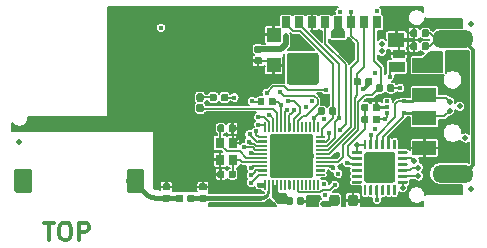
<source format=gbr>
G04 #@! TF.GenerationSoftware,KiCad,Pcbnew,(5.0.1)-4*
G04 #@! TF.CreationDate,2019-05-17T17:50:28+02:00*
G04 #@! TF.ProjectId,nk-LoRa,6E6B2D4C6F52612E6B696361645F7063,R1*
G04 #@! TF.SameCoordinates,PX5f5e100PY5f5e100*
G04 #@! TF.FileFunction,Copper,L1,Top*
G04 #@! TF.FilePolarity,Positive*
%FSLAX46Y46*%
G04 Gerber Fmt 4.6, Leading zero omitted, Abs format (unit mm)*
G04 Created by KiCad (PCBNEW (5.0.1)-4) date 17.05.2019 17:50:28*
%MOMM*%
%LPD*%
G01*
G04 APERTURE LIST*
G04 #@! TA.AperFunction,NonConductor*
%ADD10C,0.300000*%
G04 #@! TD*
G04 #@! TA.AperFunction,Conductor*
%ADD11C,0.100000*%
G04 #@! TD*
G04 #@! TA.AperFunction,SMDPad,CuDef*
%ADD12C,0.600000*%
G04 #@! TD*
G04 #@! TA.AperFunction,ComponentPad*
%ADD13O,3.500120X1.501140*%
G04 #@! TD*
G04 #@! TA.AperFunction,SMDPad,CuDef*
%ADD14R,1.998980X1.198880*%
G04 #@! TD*
G04 #@! TA.AperFunction,SMDPad,CuDef*
%ADD15R,1.400000X0.900000*%
G04 #@! TD*
G04 #@! TA.AperFunction,SMDPad,CuDef*
%ADD16R,1.000000X0.700000*%
G04 #@! TD*
G04 #@! TA.AperFunction,SMDPad,CuDef*
%ADD17R,1.450000X1.200000*%
G04 #@! TD*
G04 #@! TA.AperFunction,SMDPad,CuDef*
%ADD18R,1.150000X1.200000*%
G04 #@! TD*
G04 #@! TA.AperFunction,SMDPad,CuDef*
%ADD19R,0.700000X1.000000*%
G04 #@! TD*
G04 #@! TA.AperFunction,BGAPad,CuDef*
%ADD20C,0.500000*%
G04 #@! TD*
G04 #@! TA.AperFunction,Conductor*
%ADD21C,2.700000*%
G04 #@! TD*
G04 #@! TA.AperFunction,ViaPad*
%ADD22C,0.500000*%
G04 #@! TD*
G04 #@! TA.AperFunction,SMDPad,CuDef*
%ADD23C,3.700000*%
G04 #@! TD*
G04 #@! TA.AperFunction,SMDPad,CuDef*
%ADD24C,0.180000*%
G04 #@! TD*
G04 #@! TA.AperFunction,SMDPad,CuDef*
%ADD25C,1.500000*%
G04 #@! TD*
G04 #@! TA.AperFunction,SMDPad,CuDef*
%ADD26C,0.590000*%
G04 #@! TD*
G04 #@! TA.AperFunction,SMDPad,CuDef*
%ADD27R,0.450000X0.300000*%
G04 #@! TD*
G04 #@! TA.AperFunction,SMDPad,CuDef*
%ADD28C,0.250000*%
G04 #@! TD*
G04 #@! TA.AperFunction,SMDPad,CuDef*
%ADD29C,2.600000*%
G04 #@! TD*
G04 #@! TA.AperFunction,SMDPad,CuDef*
%ADD30R,0.800000X0.900000*%
G04 #@! TD*
G04 #@! TA.AperFunction,SMDPad,CuDef*
%ADD31C,0.875000*%
G04 #@! TD*
G04 #@! TA.AperFunction,ViaPad*
%ADD32C,0.450000*%
G04 #@! TD*
G04 #@! TA.AperFunction,Conductor*
%ADD33C,0.250000*%
G04 #@! TD*
G04 #@! TA.AperFunction,Conductor*
%ADD34C,0.150000*%
G04 #@! TD*
G04 #@! TA.AperFunction,Conductor*
%ADD35C,0.200000*%
G04 #@! TD*
G04 #@! TA.AperFunction,Conductor*
%ADD36C,0.300000*%
G04 #@! TD*
G04 #@! TA.AperFunction,Conductor*
%ADD37C,0.500000*%
G04 #@! TD*
G04 #@! TA.AperFunction,Conductor*
%ADD38C,0.400000*%
G04 #@! TD*
G04 #@! TA.AperFunction,Conductor*
%ADD39C,0.380000*%
G04 #@! TD*
G04 #@! TA.AperFunction,Conductor*
%ADD40C,0.180000*%
G04 #@! TD*
G04 APERTURE END LIST*
D10*
X3055714Y-1038571D02*
X3912857Y-1038571D01*
X3484285Y-2538571D02*
X3484285Y-1038571D01*
X4698571Y-1038571D02*
X4984285Y-1038571D01*
X5127142Y-1110000D01*
X5270000Y-1252857D01*
X5341428Y-1538571D01*
X5341428Y-2038571D01*
X5270000Y-2324285D01*
X5127142Y-2467142D01*
X4984285Y-2538571D01*
X4698571Y-2538571D01*
X4555714Y-2467142D01*
X4412857Y-2324285D01*
X4341428Y-2038571D01*
X4341428Y-1538571D01*
X4412857Y-1252857D01*
X4555714Y-1110000D01*
X4698571Y-1038571D01*
X5984285Y-2538571D02*
X5984285Y-1038571D01*
X6555714Y-1038571D01*
X6698571Y-1110000D01*
X6770000Y-1181428D01*
X6841428Y-1324285D01*
X6841428Y-1538571D01*
X6770000Y-1681428D01*
X6698571Y-1752857D01*
X6555714Y-1824285D01*
X5984285Y-1824285D01*
D11*
G04 #@! TO.N,Net-(D1-Pad2)*
G04 #@! TO.C,D1*
G36*
X16414703Y9899278D02*
X16429264Y9897118D01*
X16443543Y9893541D01*
X16457403Y9888582D01*
X16470710Y9882288D01*
X16483336Y9874720D01*
X16495159Y9865952D01*
X16506066Y9856066D01*
X16515952Y9845159D01*
X16524720Y9833336D01*
X16532288Y9820710D01*
X16538582Y9807403D01*
X16543541Y9793543D01*
X16547118Y9779264D01*
X16549278Y9764703D01*
X16550000Y9750000D01*
X16550000Y9350000D01*
X16549278Y9335297D01*
X16547118Y9320736D01*
X16543541Y9306457D01*
X16538582Y9292597D01*
X16532288Y9279290D01*
X16524720Y9266664D01*
X16515952Y9254841D01*
X16506066Y9243934D01*
X16495159Y9234048D01*
X16483336Y9225280D01*
X16470710Y9217712D01*
X16457403Y9211418D01*
X16443543Y9206459D01*
X16429264Y9202882D01*
X16414703Y9200722D01*
X16400000Y9200000D01*
X16100000Y9200000D01*
X16085297Y9200722D01*
X16070736Y9202882D01*
X16056457Y9206459D01*
X16042597Y9211418D01*
X16029290Y9217712D01*
X16016664Y9225280D01*
X16004841Y9234048D01*
X15993934Y9243934D01*
X15984048Y9254841D01*
X15975280Y9266664D01*
X15967712Y9279290D01*
X15961418Y9292597D01*
X15956459Y9306457D01*
X15952882Y9320736D01*
X15950722Y9335297D01*
X15950000Y9350000D01*
X15950000Y9750000D01*
X15950722Y9764703D01*
X15952882Y9779264D01*
X15956459Y9793543D01*
X15961418Y9807403D01*
X15967712Y9820710D01*
X15975280Y9833336D01*
X15984048Y9845159D01*
X15993934Y9856066D01*
X16004841Y9865952D01*
X16016664Y9874720D01*
X16029290Y9882288D01*
X16042597Y9888582D01*
X16056457Y9893541D01*
X16070736Y9897118D01*
X16085297Y9899278D01*
X16100000Y9900000D01*
X16400000Y9900000D01*
X16414703Y9899278D01*
X16414703Y9899278D01*
G37*
D12*
G04 #@! TD*
G04 #@! TO.P,D1,2*
G04 #@! TO.N,Net-(D1-Pad2)*
X16250000Y9550000D03*
D11*
G04 #@! TO.N,/LED*
G04 #@! TO.C,D1*
G36*
X16414703Y8999278D02*
X16429264Y8997118D01*
X16443543Y8993541D01*
X16457403Y8988582D01*
X16470710Y8982288D01*
X16483336Y8974720D01*
X16495159Y8965952D01*
X16506066Y8956066D01*
X16515952Y8945159D01*
X16524720Y8933336D01*
X16532288Y8920710D01*
X16538582Y8907403D01*
X16543541Y8893543D01*
X16547118Y8879264D01*
X16549278Y8864703D01*
X16550000Y8850000D01*
X16550000Y8450000D01*
X16549278Y8435297D01*
X16547118Y8420736D01*
X16543541Y8406457D01*
X16538582Y8392597D01*
X16532288Y8379290D01*
X16524720Y8366664D01*
X16515952Y8354841D01*
X16506066Y8343934D01*
X16495159Y8334048D01*
X16483336Y8325280D01*
X16470710Y8317712D01*
X16457403Y8311418D01*
X16443543Y8306459D01*
X16429264Y8302882D01*
X16414703Y8300722D01*
X16400000Y8300000D01*
X16100000Y8300000D01*
X16085297Y8300722D01*
X16070736Y8302882D01*
X16056457Y8306459D01*
X16042597Y8311418D01*
X16029290Y8317712D01*
X16016664Y8325280D01*
X16004841Y8334048D01*
X15993934Y8343934D01*
X15984048Y8354841D01*
X15975280Y8366664D01*
X15967712Y8379290D01*
X15961418Y8392597D01*
X15956459Y8406457D01*
X15952882Y8420736D01*
X15950722Y8435297D01*
X15950000Y8450000D01*
X15950000Y8850000D01*
X15950722Y8864703D01*
X15952882Y8879264D01*
X15956459Y8893543D01*
X15961418Y8907403D01*
X15967712Y8920710D01*
X15975280Y8933336D01*
X15984048Y8945159D01*
X15993934Y8956066D01*
X16004841Y8965952D01*
X16016664Y8974720D01*
X16029290Y8982288D01*
X16042597Y8988582D01*
X16056457Y8993541D01*
X16070736Y8997118D01*
X16085297Y8999278D01*
X16100000Y9000000D01*
X16400000Y9000000D01*
X16414703Y8999278D01*
X16414703Y8999278D01*
G37*
D12*
G04 #@! TD*
G04 #@! TO.P,D1,1*
G04 #@! TO.N,/LED*
X16250000Y8650000D03*
D13*
G04 #@! TO.P,X2,5*
G04 #@! TO.N,Net-(C18-Pad1)*
X37638180Y3093840D03*
G04 #@! TO.P,X2,6*
X37638180Y14493360D03*
D14*
G04 #@! TO.P,X2,2*
G04 #@! TO.N,/HD-*
X35237600Y9794360D03*
G04 #@! TO.P,X2,3*
G04 #@! TO.N,/HD+*
X35237600Y7777600D03*
G04 #@! TO.P,X2,1*
G04 #@! TO.N,+5V*
X35237600Y12293720D03*
G04 #@! TO.P,X2,4*
G04 #@! TO.N,GND*
X35237600Y5293480D03*
G04 #@! TD*
D15*
G04 #@! TO.P,X3,13*
G04 #@! TO.N,/SD_DETECT*
X32900000Y12125000D03*
D16*
G04 #@! TO.P,X3,12*
G04 #@! TO.N,GND*
X33100000Y13275000D03*
D17*
G04 #@! TO.P,X3,11*
X32875000Y14425000D03*
D18*
G04 #@! TO.P,X3,10*
X22475000Y12275000D03*
G04 #@! TO.P,X3,9*
X22475000Y14865000D03*
D19*
G04 #@! TO.P,X3,1*
G04 #@! TO.N,/SD_DAT2*
X31250000Y15915000D03*
G04 #@! TO.P,X3,2*
G04 #@! TO.N,/SD_DAT3*
X30150000Y15915000D03*
G04 #@! TO.P,X3,3*
G04 #@! TO.N,/SD_CMD*
X29050000Y15915000D03*
G04 #@! TO.P,X3,4*
G04 #@! TO.N,+3V3*
X27950000Y15915000D03*
G04 #@! TO.P,X3,5*
G04 #@! TO.N,/SD_CLK*
X26850000Y15915000D03*
G04 #@! TO.P,X3,6*
G04 #@! TO.N,GND*
X25750000Y15915000D03*
G04 #@! TO.P,X3,7*
G04 #@! TO.N,/SD_DAT0*
X24650000Y15915000D03*
G04 #@! TO.P,X3,8*
G04 #@! TO.N,/SD_DAT1*
X23550000Y15915000D03*
G04 #@! TD*
D20*
G04 #@! TO.P,FID3,~*
G04 #@! TO.N,N/C*
X39200000Y15800000D03*
G04 #@! TD*
G04 #@! TO.P,FID3,~*
G04 #@! TO.N,N/C*
X39200000Y1800000D03*
G04 #@! TD*
G04 #@! TO.P,FID3,~*
G04 #@! TO.N,N/C*
X900000Y5800000D03*
G04 #@! TD*
D11*
G04 #@! TO.N,GND*
G04 #@! TO.C,U3*
G36*
X26074503Y13348796D02*
X26098772Y13345196D01*
X26122570Y13339235D01*
X26145670Y13330970D01*
X26167849Y13320480D01*
X26188892Y13307867D01*
X26208598Y13293252D01*
X26226776Y13276776D01*
X26243252Y13258598D01*
X26257867Y13238892D01*
X26270480Y13217849D01*
X26280970Y13195670D01*
X26289235Y13172570D01*
X26295196Y13148772D01*
X26298796Y13124503D01*
X26300000Y13099999D01*
X26300000Y10900001D01*
X26298796Y10875497D01*
X26295196Y10851228D01*
X26289235Y10827430D01*
X26280970Y10804330D01*
X26270480Y10782151D01*
X26257867Y10761108D01*
X26243252Y10741402D01*
X26226776Y10723224D01*
X26208598Y10706748D01*
X26188892Y10692133D01*
X26167849Y10679520D01*
X26145670Y10669030D01*
X26122570Y10660765D01*
X26098772Y10654804D01*
X26074503Y10651204D01*
X26049999Y10650000D01*
X23850001Y10650000D01*
X23825497Y10651204D01*
X23801228Y10654804D01*
X23777430Y10660765D01*
X23754330Y10669030D01*
X23732151Y10679520D01*
X23711108Y10692133D01*
X23691402Y10706748D01*
X23673224Y10723224D01*
X23656748Y10741402D01*
X23642133Y10761108D01*
X23629520Y10782151D01*
X23619030Y10804330D01*
X23610765Y10827430D01*
X23604804Y10851228D01*
X23601204Y10875497D01*
X23600000Y10900001D01*
X23600000Y13099999D01*
X23601204Y13124503D01*
X23604804Y13148772D01*
X23610765Y13172570D01*
X23619030Y13195670D01*
X23629520Y13217849D01*
X23642133Y13238892D01*
X23656748Y13258598D01*
X23673224Y13276776D01*
X23691402Y13293252D01*
X23711108Y13307867D01*
X23732151Y13320480D01*
X23754330Y13330970D01*
X23777430Y13339235D01*
X23801228Y13345196D01*
X23825497Y13348796D01*
X23850001Y13350000D01*
X26049999Y13350000D01*
X26074503Y13348796D01*
X26074503Y13348796D01*
G37*
D21*
X24950000Y12000000D03*
D22*
X26050000Y10900000D03*
X26050000Y12000000D03*
X26050000Y13100000D03*
X24950000Y10900000D03*
X24950000Y12000000D03*
X24950000Y13100000D03*
X23850000Y10900000D03*
X23850000Y12000000D03*
X23850000Y13100000D03*
G04 #@! TD*
D11*
G04 #@! TO.N,GND*
G04 #@! TO.C,U2*
G36*
X25624503Y6448796D02*
X25648772Y6445196D01*
X25672570Y6439235D01*
X25695670Y6430970D01*
X25717849Y6420480D01*
X25738892Y6407867D01*
X25758598Y6393252D01*
X25776776Y6376776D01*
X25793252Y6358598D01*
X25807867Y6338892D01*
X25820480Y6317849D01*
X25830970Y6295670D01*
X25839235Y6272570D01*
X25845196Y6248772D01*
X25848796Y6224503D01*
X25850000Y6199999D01*
X25850000Y3000001D01*
X25848796Y2975497D01*
X25845196Y2951228D01*
X25839235Y2927430D01*
X25830970Y2904330D01*
X25820480Y2882151D01*
X25807867Y2861108D01*
X25793252Y2841402D01*
X25776776Y2823224D01*
X25758598Y2806748D01*
X25738892Y2792133D01*
X25717849Y2779520D01*
X25695670Y2769030D01*
X25672570Y2760765D01*
X25648772Y2754804D01*
X25624503Y2751204D01*
X25599999Y2750000D01*
X22400001Y2750000D01*
X22375497Y2751204D01*
X22351228Y2754804D01*
X22327430Y2760765D01*
X22304330Y2769030D01*
X22282151Y2779520D01*
X22261108Y2792133D01*
X22241402Y2806748D01*
X22223224Y2823224D01*
X22206748Y2841402D01*
X22192133Y2861108D01*
X22179520Y2882151D01*
X22169030Y2904330D01*
X22160765Y2927430D01*
X22154804Y2951228D01*
X22151204Y2975497D01*
X22150000Y3000001D01*
X22150000Y6199999D01*
X22151204Y6224503D01*
X22154804Y6248772D01*
X22160765Y6272570D01*
X22169030Y6295670D01*
X22179520Y6317849D01*
X22192133Y6338892D01*
X22206748Y6358598D01*
X22223224Y6376776D01*
X22241402Y6393252D01*
X22261108Y6407867D01*
X22282151Y6420480D01*
X22304330Y6430970D01*
X22327430Y6439235D01*
X22351228Y6445196D01*
X22375497Y6448796D01*
X22400001Y6450000D01*
X25599999Y6450000D01*
X25624503Y6448796D01*
X25624503Y6448796D01*
G37*
D23*
G04 #@! TD*
G04 #@! TO.P,U2,49*
G04 #@! TO.N,GND*
X24000000Y4600000D03*
D22*
G04 #@! TO.N,GND*
G04 #@! TO.C,U2*
X22400000Y3000000D03*
X22400000Y4066667D03*
X22400000Y5133333D03*
X22400000Y6200000D03*
X23466667Y3000000D03*
X23466667Y4066667D03*
X23466667Y5133333D03*
X23466667Y6200000D03*
X24533333Y3000000D03*
X24533333Y4066667D03*
X24533333Y5133333D03*
X24533333Y6200000D03*
X25600000Y3000000D03*
X25600000Y4066667D03*
X25600000Y5133333D03*
X25600000Y6200000D03*
D11*
G04 #@! TO.N,+3V3*
G36*
X21774411Y2549783D02*
X21778779Y2549135D01*
X21783063Y2548062D01*
X21787221Y2546575D01*
X21791213Y2544686D01*
X21795001Y2542416D01*
X21798548Y2539785D01*
X21801820Y2536820D01*
X21804785Y2533548D01*
X21807416Y2530001D01*
X21809686Y2526213D01*
X21811575Y2522221D01*
X21813062Y2518063D01*
X21814135Y2513779D01*
X21814783Y2509411D01*
X21815000Y2505000D01*
X21815000Y1795000D01*
X21814783Y1790589D01*
X21814135Y1786221D01*
X21813062Y1781937D01*
X21811575Y1777779D01*
X21809686Y1773787D01*
X21807416Y1769999D01*
X21804785Y1766452D01*
X21801820Y1763180D01*
X21798548Y1760215D01*
X21795001Y1757584D01*
X21791213Y1755314D01*
X21787221Y1753425D01*
X21783063Y1751938D01*
X21778779Y1750865D01*
X21774411Y1750217D01*
X21770000Y1750000D01*
X21680000Y1750000D01*
X21675589Y1750217D01*
X21671221Y1750865D01*
X21666937Y1751938D01*
X21662779Y1753425D01*
X21658787Y1755314D01*
X21654999Y1757584D01*
X21651452Y1760215D01*
X21648180Y1763180D01*
X21645215Y1766452D01*
X21642584Y1769999D01*
X21640314Y1773787D01*
X21638425Y1777779D01*
X21636938Y1781937D01*
X21635865Y1786221D01*
X21635217Y1790589D01*
X21635000Y1795000D01*
X21635000Y2505000D01*
X21635217Y2509411D01*
X21635865Y2513779D01*
X21636938Y2518063D01*
X21638425Y2522221D01*
X21640314Y2526213D01*
X21642584Y2530001D01*
X21645215Y2533548D01*
X21648180Y2536820D01*
X21651452Y2539785D01*
X21654999Y2542416D01*
X21658787Y2544686D01*
X21662779Y2546575D01*
X21666937Y2548062D01*
X21671221Y2549135D01*
X21675589Y2549783D01*
X21680000Y2550000D01*
X21770000Y2550000D01*
X21774411Y2549783D01*
X21774411Y2549783D01*
G37*
D24*
G04 #@! TD*
G04 #@! TO.P,U2,1*
G04 #@! TO.N,+3V3*
X21725000Y2150000D03*
D11*
G04 #@! TO.N,Net-(C19-Pad1)*
G04 #@! TO.C,U2*
G36*
X22124411Y2549783D02*
X22128779Y2549135D01*
X22133063Y2548062D01*
X22137221Y2546575D01*
X22141213Y2544686D01*
X22145001Y2542416D01*
X22148548Y2539785D01*
X22151820Y2536820D01*
X22154785Y2533548D01*
X22157416Y2530001D01*
X22159686Y2526213D01*
X22161575Y2522221D01*
X22163062Y2518063D01*
X22164135Y2513779D01*
X22164783Y2509411D01*
X22165000Y2505000D01*
X22165000Y1795000D01*
X22164783Y1790589D01*
X22164135Y1786221D01*
X22163062Y1781937D01*
X22161575Y1777779D01*
X22159686Y1773787D01*
X22157416Y1769999D01*
X22154785Y1766452D01*
X22151820Y1763180D01*
X22148548Y1760215D01*
X22145001Y1757584D01*
X22141213Y1755314D01*
X22137221Y1753425D01*
X22133063Y1751938D01*
X22128779Y1750865D01*
X22124411Y1750217D01*
X22120000Y1750000D01*
X22030000Y1750000D01*
X22025589Y1750217D01*
X22021221Y1750865D01*
X22016937Y1751938D01*
X22012779Y1753425D01*
X22008787Y1755314D01*
X22004999Y1757584D01*
X22001452Y1760215D01*
X21998180Y1763180D01*
X21995215Y1766452D01*
X21992584Y1769999D01*
X21990314Y1773787D01*
X21988425Y1777779D01*
X21986938Y1781937D01*
X21985865Y1786221D01*
X21985217Y1790589D01*
X21985000Y1795000D01*
X21985000Y2505000D01*
X21985217Y2509411D01*
X21985865Y2513779D01*
X21986938Y2518063D01*
X21988425Y2522221D01*
X21990314Y2526213D01*
X21992584Y2530001D01*
X21995215Y2533548D01*
X21998180Y2536820D01*
X22001452Y2539785D01*
X22004999Y2542416D01*
X22008787Y2544686D01*
X22012779Y2546575D01*
X22016937Y2548062D01*
X22021221Y2549135D01*
X22025589Y2549783D01*
X22030000Y2550000D01*
X22120000Y2550000D01*
X22124411Y2549783D01*
X22124411Y2549783D01*
G37*
D24*
G04 #@! TD*
G04 #@! TO.P,U2,2*
G04 #@! TO.N,Net-(C19-Pad1)*
X22075000Y2150000D03*
D11*
G04 #@! TO.N,+3V3*
G04 #@! TO.C,U2*
G36*
X22474411Y2549783D02*
X22478779Y2549135D01*
X22483063Y2548062D01*
X22487221Y2546575D01*
X22491213Y2544686D01*
X22495001Y2542416D01*
X22498548Y2539785D01*
X22501820Y2536820D01*
X22504785Y2533548D01*
X22507416Y2530001D01*
X22509686Y2526213D01*
X22511575Y2522221D01*
X22513062Y2518063D01*
X22514135Y2513779D01*
X22514783Y2509411D01*
X22515000Y2505000D01*
X22515000Y1795000D01*
X22514783Y1790589D01*
X22514135Y1786221D01*
X22513062Y1781937D01*
X22511575Y1777779D01*
X22509686Y1773787D01*
X22507416Y1769999D01*
X22504785Y1766452D01*
X22501820Y1763180D01*
X22498548Y1760215D01*
X22495001Y1757584D01*
X22491213Y1755314D01*
X22487221Y1753425D01*
X22483063Y1751938D01*
X22478779Y1750865D01*
X22474411Y1750217D01*
X22470000Y1750000D01*
X22380000Y1750000D01*
X22375589Y1750217D01*
X22371221Y1750865D01*
X22366937Y1751938D01*
X22362779Y1753425D01*
X22358787Y1755314D01*
X22354999Y1757584D01*
X22351452Y1760215D01*
X22348180Y1763180D01*
X22345215Y1766452D01*
X22342584Y1769999D01*
X22340314Y1773787D01*
X22338425Y1777779D01*
X22336938Y1781937D01*
X22335865Y1786221D01*
X22335217Y1790589D01*
X22335000Y1795000D01*
X22335000Y2505000D01*
X22335217Y2509411D01*
X22335865Y2513779D01*
X22336938Y2518063D01*
X22338425Y2522221D01*
X22340314Y2526213D01*
X22342584Y2530001D01*
X22345215Y2533548D01*
X22348180Y2536820D01*
X22351452Y2539785D01*
X22354999Y2542416D01*
X22358787Y2544686D01*
X22362779Y2546575D01*
X22366937Y2548062D01*
X22371221Y2549135D01*
X22375589Y2549783D01*
X22380000Y2550000D01*
X22470000Y2550000D01*
X22474411Y2549783D01*
X22474411Y2549783D01*
G37*
D24*
G04 #@! TD*
G04 #@! TO.P,U2,3*
G04 #@! TO.N,+3V3*
X22425000Y2150000D03*
D11*
G04 #@! TO.N,+3V3*
G04 #@! TO.C,U2*
G36*
X22824411Y2549783D02*
X22828779Y2549135D01*
X22833063Y2548062D01*
X22837221Y2546575D01*
X22841213Y2544686D01*
X22845001Y2542416D01*
X22848548Y2539785D01*
X22851820Y2536820D01*
X22854785Y2533548D01*
X22857416Y2530001D01*
X22859686Y2526213D01*
X22861575Y2522221D01*
X22863062Y2518063D01*
X22864135Y2513779D01*
X22864783Y2509411D01*
X22865000Y2505000D01*
X22865000Y1795000D01*
X22864783Y1790589D01*
X22864135Y1786221D01*
X22863062Y1781937D01*
X22861575Y1777779D01*
X22859686Y1773787D01*
X22857416Y1769999D01*
X22854785Y1766452D01*
X22851820Y1763180D01*
X22848548Y1760215D01*
X22845001Y1757584D01*
X22841213Y1755314D01*
X22837221Y1753425D01*
X22833063Y1751938D01*
X22828779Y1750865D01*
X22824411Y1750217D01*
X22820000Y1750000D01*
X22730000Y1750000D01*
X22725589Y1750217D01*
X22721221Y1750865D01*
X22716937Y1751938D01*
X22712779Y1753425D01*
X22708787Y1755314D01*
X22704999Y1757584D01*
X22701452Y1760215D01*
X22698180Y1763180D01*
X22695215Y1766452D01*
X22692584Y1769999D01*
X22690314Y1773787D01*
X22688425Y1777779D01*
X22686938Y1781937D01*
X22685865Y1786221D01*
X22685217Y1790589D01*
X22685000Y1795000D01*
X22685000Y2505000D01*
X22685217Y2509411D01*
X22685865Y2513779D01*
X22686938Y2518063D01*
X22688425Y2522221D01*
X22690314Y2526213D01*
X22692584Y2530001D01*
X22695215Y2533548D01*
X22698180Y2536820D01*
X22701452Y2539785D01*
X22704999Y2542416D01*
X22708787Y2544686D01*
X22712779Y2546575D01*
X22716937Y2548062D01*
X22721221Y2549135D01*
X22725589Y2549783D01*
X22730000Y2550000D01*
X22820000Y2550000D01*
X22824411Y2549783D01*
X22824411Y2549783D01*
G37*
D24*
G04 #@! TD*
G04 #@! TO.P,U2,4*
G04 #@! TO.N,+3V3*
X22775000Y2150000D03*
D11*
G04 #@! TO.N,Net-(U2-Pad5)*
G04 #@! TO.C,U2*
G36*
X23174411Y2549783D02*
X23178779Y2549135D01*
X23183063Y2548062D01*
X23187221Y2546575D01*
X23191213Y2544686D01*
X23195001Y2542416D01*
X23198548Y2539785D01*
X23201820Y2536820D01*
X23204785Y2533548D01*
X23207416Y2530001D01*
X23209686Y2526213D01*
X23211575Y2522221D01*
X23213062Y2518063D01*
X23214135Y2513779D01*
X23214783Y2509411D01*
X23215000Y2505000D01*
X23215000Y1795000D01*
X23214783Y1790589D01*
X23214135Y1786221D01*
X23213062Y1781937D01*
X23211575Y1777779D01*
X23209686Y1773787D01*
X23207416Y1769999D01*
X23204785Y1766452D01*
X23201820Y1763180D01*
X23198548Y1760215D01*
X23195001Y1757584D01*
X23191213Y1755314D01*
X23187221Y1753425D01*
X23183063Y1751938D01*
X23178779Y1750865D01*
X23174411Y1750217D01*
X23170000Y1750000D01*
X23080000Y1750000D01*
X23075589Y1750217D01*
X23071221Y1750865D01*
X23066937Y1751938D01*
X23062779Y1753425D01*
X23058787Y1755314D01*
X23054999Y1757584D01*
X23051452Y1760215D01*
X23048180Y1763180D01*
X23045215Y1766452D01*
X23042584Y1769999D01*
X23040314Y1773787D01*
X23038425Y1777779D01*
X23036938Y1781937D01*
X23035865Y1786221D01*
X23035217Y1790589D01*
X23035000Y1795000D01*
X23035000Y2505000D01*
X23035217Y2509411D01*
X23035865Y2513779D01*
X23036938Y2518063D01*
X23038425Y2522221D01*
X23040314Y2526213D01*
X23042584Y2530001D01*
X23045215Y2533548D01*
X23048180Y2536820D01*
X23051452Y2539785D01*
X23054999Y2542416D01*
X23058787Y2544686D01*
X23062779Y2546575D01*
X23066937Y2548062D01*
X23071221Y2549135D01*
X23075589Y2549783D01*
X23080000Y2550000D01*
X23170000Y2550000D01*
X23174411Y2549783D01*
X23174411Y2549783D01*
G37*
D24*
G04 #@! TD*
G04 #@! TO.P,U2,5*
G04 #@! TO.N,Net-(U2-Pad5)*
X23125000Y2150000D03*
D11*
G04 #@! TO.N,Net-(U2-Pad6)*
G04 #@! TO.C,U2*
G36*
X23524411Y2549783D02*
X23528779Y2549135D01*
X23533063Y2548062D01*
X23537221Y2546575D01*
X23541213Y2544686D01*
X23545001Y2542416D01*
X23548548Y2539785D01*
X23551820Y2536820D01*
X23554785Y2533548D01*
X23557416Y2530001D01*
X23559686Y2526213D01*
X23561575Y2522221D01*
X23563062Y2518063D01*
X23564135Y2513779D01*
X23564783Y2509411D01*
X23565000Y2505000D01*
X23565000Y1795000D01*
X23564783Y1790589D01*
X23564135Y1786221D01*
X23563062Y1781937D01*
X23561575Y1777779D01*
X23559686Y1773787D01*
X23557416Y1769999D01*
X23554785Y1766452D01*
X23551820Y1763180D01*
X23548548Y1760215D01*
X23545001Y1757584D01*
X23541213Y1755314D01*
X23537221Y1753425D01*
X23533063Y1751938D01*
X23528779Y1750865D01*
X23524411Y1750217D01*
X23520000Y1750000D01*
X23430000Y1750000D01*
X23425589Y1750217D01*
X23421221Y1750865D01*
X23416937Y1751938D01*
X23412779Y1753425D01*
X23408787Y1755314D01*
X23404999Y1757584D01*
X23401452Y1760215D01*
X23398180Y1763180D01*
X23395215Y1766452D01*
X23392584Y1769999D01*
X23390314Y1773787D01*
X23388425Y1777779D01*
X23386938Y1781937D01*
X23385865Y1786221D01*
X23385217Y1790589D01*
X23385000Y1795000D01*
X23385000Y2505000D01*
X23385217Y2509411D01*
X23385865Y2513779D01*
X23386938Y2518063D01*
X23388425Y2522221D01*
X23390314Y2526213D01*
X23392584Y2530001D01*
X23395215Y2533548D01*
X23398180Y2536820D01*
X23401452Y2539785D01*
X23404999Y2542416D01*
X23408787Y2544686D01*
X23412779Y2546575D01*
X23416937Y2548062D01*
X23421221Y2549135D01*
X23425589Y2549783D01*
X23430000Y2550000D01*
X23520000Y2550000D01*
X23524411Y2549783D01*
X23524411Y2549783D01*
G37*
D24*
G04 #@! TD*
G04 #@! TO.P,U2,6*
G04 #@! TO.N,Net-(U2-Pad6)*
X23475000Y2150000D03*
D11*
G04 #@! TO.N,Net-(U2-Pad7)*
G04 #@! TO.C,U2*
G36*
X23874411Y2549783D02*
X23878779Y2549135D01*
X23883063Y2548062D01*
X23887221Y2546575D01*
X23891213Y2544686D01*
X23895001Y2542416D01*
X23898548Y2539785D01*
X23901820Y2536820D01*
X23904785Y2533548D01*
X23907416Y2530001D01*
X23909686Y2526213D01*
X23911575Y2522221D01*
X23913062Y2518063D01*
X23914135Y2513779D01*
X23914783Y2509411D01*
X23915000Y2505000D01*
X23915000Y1795000D01*
X23914783Y1790589D01*
X23914135Y1786221D01*
X23913062Y1781937D01*
X23911575Y1777779D01*
X23909686Y1773787D01*
X23907416Y1769999D01*
X23904785Y1766452D01*
X23901820Y1763180D01*
X23898548Y1760215D01*
X23895001Y1757584D01*
X23891213Y1755314D01*
X23887221Y1753425D01*
X23883063Y1751938D01*
X23878779Y1750865D01*
X23874411Y1750217D01*
X23870000Y1750000D01*
X23780000Y1750000D01*
X23775589Y1750217D01*
X23771221Y1750865D01*
X23766937Y1751938D01*
X23762779Y1753425D01*
X23758787Y1755314D01*
X23754999Y1757584D01*
X23751452Y1760215D01*
X23748180Y1763180D01*
X23745215Y1766452D01*
X23742584Y1769999D01*
X23740314Y1773787D01*
X23738425Y1777779D01*
X23736938Y1781937D01*
X23735865Y1786221D01*
X23735217Y1790589D01*
X23735000Y1795000D01*
X23735000Y2505000D01*
X23735217Y2509411D01*
X23735865Y2513779D01*
X23736938Y2518063D01*
X23738425Y2522221D01*
X23740314Y2526213D01*
X23742584Y2530001D01*
X23745215Y2533548D01*
X23748180Y2536820D01*
X23751452Y2539785D01*
X23754999Y2542416D01*
X23758787Y2544686D01*
X23762779Y2546575D01*
X23766937Y2548062D01*
X23771221Y2549135D01*
X23775589Y2549783D01*
X23780000Y2550000D01*
X23870000Y2550000D01*
X23874411Y2549783D01*
X23874411Y2549783D01*
G37*
D24*
G04 #@! TD*
G04 #@! TO.P,U2,7*
G04 #@! TO.N,Net-(U2-Pad7)*
X23825000Y2150000D03*
D11*
G04 #@! TO.N,Net-(U2-Pad8)*
G04 #@! TO.C,U2*
G36*
X24224411Y2549783D02*
X24228779Y2549135D01*
X24233063Y2548062D01*
X24237221Y2546575D01*
X24241213Y2544686D01*
X24245001Y2542416D01*
X24248548Y2539785D01*
X24251820Y2536820D01*
X24254785Y2533548D01*
X24257416Y2530001D01*
X24259686Y2526213D01*
X24261575Y2522221D01*
X24263062Y2518063D01*
X24264135Y2513779D01*
X24264783Y2509411D01*
X24265000Y2505000D01*
X24265000Y1795000D01*
X24264783Y1790589D01*
X24264135Y1786221D01*
X24263062Y1781937D01*
X24261575Y1777779D01*
X24259686Y1773787D01*
X24257416Y1769999D01*
X24254785Y1766452D01*
X24251820Y1763180D01*
X24248548Y1760215D01*
X24245001Y1757584D01*
X24241213Y1755314D01*
X24237221Y1753425D01*
X24233063Y1751938D01*
X24228779Y1750865D01*
X24224411Y1750217D01*
X24220000Y1750000D01*
X24130000Y1750000D01*
X24125589Y1750217D01*
X24121221Y1750865D01*
X24116937Y1751938D01*
X24112779Y1753425D01*
X24108787Y1755314D01*
X24104999Y1757584D01*
X24101452Y1760215D01*
X24098180Y1763180D01*
X24095215Y1766452D01*
X24092584Y1769999D01*
X24090314Y1773787D01*
X24088425Y1777779D01*
X24086938Y1781937D01*
X24085865Y1786221D01*
X24085217Y1790589D01*
X24085000Y1795000D01*
X24085000Y2505000D01*
X24085217Y2509411D01*
X24085865Y2513779D01*
X24086938Y2518063D01*
X24088425Y2522221D01*
X24090314Y2526213D01*
X24092584Y2530001D01*
X24095215Y2533548D01*
X24098180Y2536820D01*
X24101452Y2539785D01*
X24104999Y2542416D01*
X24108787Y2544686D01*
X24112779Y2546575D01*
X24116937Y2548062D01*
X24121221Y2549135D01*
X24125589Y2549783D01*
X24130000Y2550000D01*
X24220000Y2550000D01*
X24224411Y2549783D01*
X24224411Y2549783D01*
G37*
D24*
G04 #@! TD*
G04 #@! TO.P,U2,8*
G04 #@! TO.N,Net-(U2-Pad8)*
X24175000Y2150000D03*
D11*
G04 #@! TO.N,/EN*
G04 #@! TO.C,U2*
G36*
X24574411Y2549783D02*
X24578779Y2549135D01*
X24583063Y2548062D01*
X24587221Y2546575D01*
X24591213Y2544686D01*
X24595001Y2542416D01*
X24598548Y2539785D01*
X24601820Y2536820D01*
X24604785Y2533548D01*
X24607416Y2530001D01*
X24609686Y2526213D01*
X24611575Y2522221D01*
X24613062Y2518063D01*
X24614135Y2513779D01*
X24614783Y2509411D01*
X24615000Y2505000D01*
X24615000Y1795000D01*
X24614783Y1790589D01*
X24614135Y1786221D01*
X24613062Y1781937D01*
X24611575Y1777779D01*
X24609686Y1773787D01*
X24607416Y1769999D01*
X24604785Y1766452D01*
X24601820Y1763180D01*
X24598548Y1760215D01*
X24595001Y1757584D01*
X24591213Y1755314D01*
X24587221Y1753425D01*
X24583063Y1751938D01*
X24578779Y1750865D01*
X24574411Y1750217D01*
X24570000Y1750000D01*
X24480000Y1750000D01*
X24475589Y1750217D01*
X24471221Y1750865D01*
X24466937Y1751938D01*
X24462779Y1753425D01*
X24458787Y1755314D01*
X24454999Y1757584D01*
X24451452Y1760215D01*
X24448180Y1763180D01*
X24445215Y1766452D01*
X24442584Y1769999D01*
X24440314Y1773787D01*
X24438425Y1777779D01*
X24436938Y1781937D01*
X24435865Y1786221D01*
X24435217Y1790589D01*
X24435000Y1795000D01*
X24435000Y2505000D01*
X24435217Y2509411D01*
X24435865Y2513779D01*
X24436938Y2518063D01*
X24438425Y2522221D01*
X24440314Y2526213D01*
X24442584Y2530001D01*
X24445215Y2533548D01*
X24448180Y2536820D01*
X24451452Y2539785D01*
X24454999Y2542416D01*
X24458787Y2544686D01*
X24462779Y2546575D01*
X24466937Y2548062D01*
X24471221Y2549135D01*
X24475589Y2549783D01*
X24480000Y2550000D01*
X24570000Y2550000D01*
X24574411Y2549783D01*
X24574411Y2549783D01*
G37*
D24*
G04 #@! TD*
G04 #@! TO.P,U2,9*
G04 #@! TO.N,/EN*
X24525000Y2150000D03*
D11*
G04 #@! TO.N,Net-(U2-Pad10)*
G04 #@! TO.C,U2*
G36*
X24924411Y2549783D02*
X24928779Y2549135D01*
X24933063Y2548062D01*
X24937221Y2546575D01*
X24941213Y2544686D01*
X24945001Y2542416D01*
X24948548Y2539785D01*
X24951820Y2536820D01*
X24954785Y2533548D01*
X24957416Y2530001D01*
X24959686Y2526213D01*
X24961575Y2522221D01*
X24963062Y2518063D01*
X24964135Y2513779D01*
X24964783Y2509411D01*
X24965000Y2505000D01*
X24965000Y1795000D01*
X24964783Y1790589D01*
X24964135Y1786221D01*
X24963062Y1781937D01*
X24961575Y1777779D01*
X24959686Y1773787D01*
X24957416Y1769999D01*
X24954785Y1766452D01*
X24951820Y1763180D01*
X24948548Y1760215D01*
X24945001Y1757584D01*
X24941213Y1755314D01*
X24937221Y1753425D01*
X24933063Y1751938D01*
X24928779Y1750865D01*
X24924411Y1750217D01*
X24920000Y1750000D01*
X24830000Y1750000D01*
X24825589Y1750217D01*
X24821221Y1750865D01*
X24816937Y1751938D01*
X24812779Y1753425D01*
X24808787Y1755314D01*
X24804999Y1757584D01*
X24801452Y1760215D01*
X24798180Y1763180D01*
X24795215Y1766452D01*
X24792584Y1769999D01*
X24790314Y1773787D01*
X24788425Y1777779D01*
X24786938Y1781937D01*
X24785865Y1786221D01*
X24785217Y1790589D01*
X24785000Y1795000D01*
X24785000Y2505000D01*
X24785217Y2509411D01*
X24785865Y2513779D01*
X24786938Y2518063D01*
X24788425Y2522221D01*
X24790314Y2526213D01*
X24792584Y2530001D01*
X24795215Y2533548D01*
X24798180Y2536820D01*
X24801452Y2539785D01*
X24804999Y2542416D01*
X24808787Y2544686D01*
X24812779Y2546575D01*
X24816937Y2548062D01*
X24821221Y2549135D01*
X24825589Y2549783D01*
X24830000Y2550000D01*
X24920000Y2550000D01*
X24924411Y2549783D01*
X24924411Y2549783D01*
G37*
D24*
G04 #@! TD*
G04 #@! TO.P,U2,10*
G04 #@! TO.N,Net-(U2-Pad10)*
X24875000Y2150000D03*
D11*
G04 #@! TO.N,Net-(U2-Pad11)*
G04 #@! TO.C,U2*
G36*
X25274411Y2549783D02*
X25278779Y2549135D01*
X25283063Y2548062D01*
X25287221Y2546575D01*
X25291213Y2544686D01*
X25295001Y2542416D01*
X25298548Y2539785D01*
X25301820Y2536820D01*
X25304785Y2533548D01*
X25307416Y2530001D01*
X25309686Y2526213D01*
X25311575Y2522221D01*
X25313062Y2518063D01*
X25314135Y2513779D01*
X25314783Y2509411D01*
X25315000Y2505000D01*
X25315000Y1795000D01*
X25314783Y1790589D01*
X25314135Y1786221D01*
X25313062Y1781937D01*
X25311575Y1777779D01*
X25309686Y1773787D01*
X25307416Y1769999D01*
X25304785Y1766452D01*
X25301820Y1763180D01*
X25298548Y1760215D01*
X25295001Y1757584D01*
X25291213Y1755314D01*
X25287221Y1753425D01*
X25283063Y1751938D01*
X25278779Y1750865D01*
X25274411Y1750217D01*
X25270000Y1750000D01*
X25180000Y1750000D01*
X25175589Y1750217D01*
X25171221Y1750865D01*
X25166937Y1751938D01*
X25162779Y1753425D01*
X25158787Y1755314D01*
X25154999Y1757584D01*
X25151452Y1760215D01*
X25148180Y1763180D01*
X25145215Y1766452D01*
X25142584Y1769999D01*
X25140314Y1773787D01*
X25138425Y1777779D01*
X25136938Y1781937D01*
X25135865Y1786221D01*
X25135217Y1790589D01*
X25135000Y1795000D01*
X25135000Y2505000D01*
X25135217Y2509411D01*
X25135865Y2513779D01*
X25136938Y2518063D01*
X25138425Y2522221D01*
X25140314Y2526213D01*
X25142584Y2530001D01*
X25145215Y2533548D01*
X25148180Y2536820D01*
X25151452Y2539785D01*
X25154999Y2542416D01*
X25158787Y2544686D01*
X25162779Y2546575D01*
X25166937Y2548062D01*
X25171221Y2549135D01*
X25175589Y2549783D01*
X25180000Y2550000D01*
X25270000Y2550000D01*
X25274411Y2549783D01*
X25274411Y2549783D01*
G37*
D24*
G04 #@! TD*
G04 #@! TO.P,U2,11*
G04 #@! TO.N,Net-(U2-Pad11)*
X25225000Y2150000D03*
D11*
G04 #@! TO.N,Net-(U2-Pad12)*
G04 #@! TO.C,U2*
G36*
X25624411Y2549783D02*
X25628779Y2549135D01*
X25633063Y2548062D01*
X25637221Y2546575D01*
X25641213Y2544686D01*
X25645001Y2542416D01*
X25648548Y2539785D01*
X25651820Y2536820D01*
X25654785Y2533548D01*
X25657416Y2530001D01*
X25659686Y2526213D01*
X25661575Y2522221D01*
X25663062Y2518063D01*
X25664135Y2513779D01*
X25664783Y2509411D01*
X25665000Y2505000D01*
X25665000Y1795000D01*
X25664783Y1790589D01*
X25664135Y1786221D01*
X25663062Y1781937D01*
X25661575Y1777779D01*
X25659686Y1773787D01*
X25657416Y1769999D01*
X25654785Y1766452D01*
X25651820Y1763180D01*
X25648548Y1760215D01*
X25645001Y1757584D01*
X25641213Y1755314D01*
X25637221Y1753425D01*
X25633063Y1751938D01*
X25628779Y1750865D01*
X25624411Y1750217D01*
X25620000Y1750000D01*
X25530000Y1750000D01*
X25525589Y1750217D01*
X25521221Y1750865D01*
X25516937Y1751938D01*
X25512779Y1753425D01*
X25508787Y1755314D01*
X25504999Y1757584D01*
X25501452Y1760215D01*
X25498180Y1763180D01*
X25495215Y1766452D01*
X25492584Y1769999D01*
X25490314Y1773787D01*
X25488425Y1777779D01*
X25486938Y1781937D01*
X25485865Y1786221D01*
X25485217Y1790589D01*
X25485000Y1795000D01*
X25485000Y2505000D01*
X25485217Y2509411D01*
X25485865Y2513779D01*
X25486938Y2518063D01*
X25488425Y2522221D01*
X25490314Y2526213D01*
X25492584Y2530001D01*
X25495215Y2533548D01*
X25498180Y2536820D01*
X25501452Y2539785D01*
X25504999Y2542416D01*
X25508787Y2544686D01*
X25512779Y2546575D01*
X25516937Y2548062D01*
X25521221Y2549135D01*
X25525589Y2549783D01*
X25530000Y2550000D01*
X25620000Y2550000D01*
X25624411Y2549783D01*
X25624411Y2549783D01*
G37*
D24*
G04 #@! TD*
G04 #@! TO.P,U2,12*
G04 #@! TO.N,Net-(U2-Pad12)*
X25575000Y2150000D03*
D11*
G04 #@! TO.N,Net-(U2-Pad13)*
G04 #@! TO.C,U2*
G36*
X25974411Y2549783D02*
X25978779Y2549135D01*
X25983063Y2548062D01*
X25987221Y2546575D01*
X25991213Y2544686D01*
X25995001Y2542416D01*
X25998548Y2539785D01*
X26001820Y2536820D01*
X26004785Y2533548D01*
X26007416Y2530001D01*
X26009686Y2526213D01*
X26011575Y2522221D01*
X26013062Y2518063D01*
X26014135Y2513779D01*
X26014783Y2509411D01*
X26015000Y2505000D01*
X26015000Y1795000D01*
X26014783Y1790589D01*
X26014135Y1786221D01*
X26013062Y1781937D01*
X26011575Y1777779D01*
X26009686Y1773787D01*
X26007416Y1769999D01*
X26004785Y1766452D01*
X26001820Y1763180D01*
X25998548Y1760215D01*
X25995001Y1757584D01*
X25991213Y1755314D01*
X25987221Y1753425D01*
X25983063Y1751938D01*
X25978779Y1750865D01*
X25974411Y1750217D01*
X25970000Y1750000D01*
X25880000Y1750000D01*
X25875589Y1750217D01*
X25871221Y1750865D01*
X25866937Y1751938D01*
X25862779Y1753425D01*
X25858787Y1755314D01*
X25854999Y1757584D01*
X25851452Y1760215D01*
X25848180Y1763180D01*
X25845215Y1766452D01*
X25842584Y1769999D01*
X25840314Y1773787D01*
X25838425Y1777779D01*
X25836938Y1781937D01*
X25835865Y1786221D01*
X25835217Y1790589D01*
X25835000Y1795000D01*
X25835000Y2505000D01*
X25835217Y2509411D01*
X25835865Y2513779D01*
X25836938Y2518063D01*
X25838425Y2522221D01*
X25840314Y2526213D01*
X25842584Y2530001D01*
X25845215Y2533548D01*
X25848180Y2536820D01*
X25851452Y2539785D01*
X25854999Y2542416D01*
X25858787Y2544686D01*
X25862779Y2546575D01*
X25866937Y2548062D01*
X25871221Y2549135D01*
X25875589Y2549783D01*
X25880000Y2550000D01*
X25970000Y2550000D01*
X25974411Y2549783D01*
X25974411Y2549783D01*
G37*
D24*
G04 #@! TD*
G04 #@! TO.P,U2,13*
G04 #@! TO.N,Net-(U2-Pad13)*
X25925000Y2150000D03*
D11*
G04 #@! TO.N,Net-(U2-Pad14)*
G04 #@! TO.C,U2*
G36*
X26324411Y2549783D02*
X26328779Y2549135D01*
X26333063Y2548062D01*
X26337221Y2546575D01*
X26341213Y2544686D01*
X26345001Y2542416D01*
X26348548Y2539785D01*
X26351820Y2536820D01*
X26354785Y2533548D01*
X26357416Y2530001D01*
X26359686Y2526213D01*
X26361575Y2522221D01*
X26363062Y2518063D01*
X26364135Y2513779D01*
X26364783Y2509411D01*
X26365000Y2505000D01*
X26365000Y1795000D01*
X26364783Y1790589D01*
X26364135Y1786221D01*
X26363062Y1781937D01*
X26361575Y1777779D01*
X26359686Y1773787D01*
X26357416Y1769999D01*
X26354785Y1766452D01*
X26351820Y1763180D01*
X26348548Y1760215D01*
X26345001Y1757584D01*
X26341213Y1755314D01*
X26337221Y1753425D01*
X26333063Y1751938D01*
X26328779Y1750865D01*
X26324411Y1750217D01*
X26320000Y1750000D01*
X26230000Y1750000D01*
X26225589Y1750217D01*
X26221221Y1750865D01*
X26216937Y1751938D01*
X26212779Y1753425D01*
X26208787Y1755314D01*
X26204999Y1757584D01*
X26201452Y1760215D01*
X26198180Y1763180D01*
X26195215Y1766452D01*
X26192584Y1769999D01*
X26190314Y1773787D01*
X26188425Y1777779D01*
X26186938Y1781937D01*
X26185865Y1786221D01*
X26185217Y1790589D01*
X26185000Y1795000D01*
X26185000Y2505000D01*
X26185217Y2509411D01*
X26185865Y2513779D01*
X26186938Y2518063D01*
X26188425Y2522221D01*
X26190314Y2526213D01*
X26192584Y2530001D01*
X26195215Y2533548D01*
X26198180Y2536820D01*
X26201452Y2539785D01*
X26204999Y2542416D01*
X26208787Y2544686D01*
X26212779Y2546575D01*
X26216937Y2548062D01*
X26221221Y2549135D01*
X26225589Y2549783D01*
X26230000Y2550000D01*
X26320000Y2550000D01*
X26324411Y2549783D01*
X26324411Y2549783D01*
G37*
D24*
G04 #@! TD*
G04 #@! TO.P,U2,14*
G04 #@! TO.N,Net-(U2-Pad14)*
X26275000Y2150000D03*
D11*
G04 #@! TO.N,Net-(U2-Pad15)*
G04 #@! TO.C,U2*
G36*
X26809411Y3114783D02*
X26813779Y3114135D01*
X26818063Y3113062D01*
X26822221Y3111575D01*
X26826213Y3109686D01*
X26830001Y3107416D01*
X26833548Y3104785D01*
X26836820Y3101820D01*
X26839785Y3098548D01*
X26842416Y3095001D01*
X26844686Y3091213D01*
X26846575Y3087221D01*
X26848062Y3083063D01*
X26849135Y3078779D01*
X26849783Y3074411D01*
X26850000Y3070000D01*
X26850000Y2980000D01*
X26849783Y2975589D01*
X26849135Y2971221D01*
X26848062Y2966937D01*
X26846575Y2962779D01*
X26844686Y2958787D01*
X26842416Y2954999D01*
X26839785Y2951452D01*
X26836820Y2948180D01*
X26833548Y2945215D01*
X26830001Y2942584D01*
X26826213Y2940314D01*
X26822221Y2938425D01*
X26818063Y2936938D01*
X26813779Y2935865D01*
X26809411Y2935217D01*
X26805000Y2935000D01*
X26095000Y2935000D01*
X26090589Y2935217D01*
X26086221Y2935865D01*
X26081937Y2936938D01*
X26077779Y2938425D01*
X26073787Y2940314D01*
X26069999Y2942584D01*
X26066452Y2945215D01*
X26063180Y2948180D01*
X26060215Y2951452D01*
X26057584Y2954999D01*
X26055314Y2958787D01*
X26053425Y2962779D01*
X26051938Y2966937D01*
X26050865Y2971221D01*
X26050217Y2975589D01*
X26050000Y2980000D01*
X26050000Y3070000D01*
X26050217Y3074411D01*
X26050865Y3078779D01*
X26051938Y3083063D01*
X26053425Y3087221D01*
X26055314Y3091213D01*
X26057584Y3095001D01*
X26060215Y3098548D01*
X26063180Y3101820D01*
X26066452Y3104785D01*
X26069999Y3107416D01*
X26073787Y3109686D01*
X26077779Y3111575D01*
X26081937Y3113062D01*
X26086221Y3114135D01*
X26090589Y3114783D01*
X26095000Y3115000D01*
X26805000Y3115000D01*
X26809411Y3114783D01*
X26809411Y3114783D01*
G37*
D24*
G04 #@! TD*
G04 #@! TO.P,U2,15*
G04 #@! TO.N,Net-(U2-Pad15)*
X26450000Y3025000D03*
D11*
G04 #@! TO.N,Net-(U2-Pad16)*
G04 #@! TO.C,U2*
G36*
X26809411Y3464783D02*
X26813779Y3464135D01*
X26818063Y3463062D01*
X26822221Y3461575D01*
X26826213Y3459686D01*
X26830001Y3457416D01*
X26833548Y3454785D01*
X26836820Y3451820D01*
X26839785Y3448548D01*
X26842416Y3445001D01*
X26844686Y3441213D01*
X26846575Y3437221D01*
X26848062Y3433063D01*
X26849135Y3428779D01*
X26849783Y3424411D01*
X26850000Y3420000D01*
X26850000Y3330000D01*
X26849783Y3325589D01*
X26849135Y3321221D01*
X26848062Y3316937D01*
X26846575Y3312779D01*
X26844686Y3308787D01*
X26842416Y3304999D01*
X26839785Y3301452D01*
X26836820Y3298180D01*
X26833548Y3295215D01*
X26830001Y3292584D01*
X26826213Y3290314D01*
X26822221Y3288425D01*
X26818063Y3286938D01*
X26813779Y3285865D01*
X26809411Y3285217D01*
X26805000Y3285000D01*
X26095000Y3285000D01*
X26090589Y3285217D01*
X26086221Y3285865D01*
X26081937Y3286938D01*
X26077779Y3288425D01*
X26073787Y3290314D01*
X26069999Y3292584D01*
X26066452Y3295215D01*
X26063180Y3298180D01*
X26060215Y3301452D01*
X26057584Y3304999D01*
X26055314Y3308787D01*
X26053425Y3312779D01*
X26051938Y3316937D01*
X26050865Y3321221D01*
X26050217Y3325589D01*
X26050000Y3330000D01*
X26050000Y3420000D01*
X26050217Y3424411D01*
X26050865Y3428779D01*
X26051938Y3433063D01*
X26053425Y3437221D01*
X26055314Y3441213D01*
X26057584Y3445001D01*
X26060215Y3448548D01*
X26063180Y3451820D01*
X26066452Y3454785D01*
X26069999Y3457416D01*
X26073787Y3459686D01*
X26077779Y3461575D01*
X26081937Y3463062D01*
X26086221Y3464135D01*
X26090589Y3464783D01*
X26095000Y3465000D01*
X26805000Y3465000D01*
X26809411Y3464783D01*
X26809411Y3464783D01*
G37*
D24*
G04 #@! TD*
G04 #@! TO.P,U2,16*
G04 #@! TO.N,Net-(U2-Pad16)*
X26450000Y3375000D03*
D11*
G04 #@! TO.N,/SD_CLK*
G04 #@! TO.C,U2*
G36*
X26809411Y3814783D02*
X26813779Y3814135D01*
X26818063Y3813062D01*
X26822221Y3811575D01*
X26826213Y3809686D01*
X26830001Y3807416D01*
X26833548Y3804785D01*
X26836820Y3801820D01*
X26839785Y3798548D01*
X26842416Y3795001D01*
X26844686Y3791213D01*
X26846575Y3787221D01*
X26848062Y3783063D01*
X26849135Y3778779D01*
X26849783Y3774411D01*
X26850000Y3770000D01*
X26850000Y3680000D01*
X26849783Y3675589D01*
X26849135Y3671221D01*
X26848062Y3666937D01*
X26846575Y3662779D01*
X26844686Y3658787D01*
X26842416Y3654999D01*
X26839785Y3651452D01*
X26836820Y3648180D01*
X26833548Y3645215D01*
X26830001Y3642584D01*
X26826213Y3640314D01*
X26822221Y3638425D01*
X26818063Y3636938D01*
X26813779Y3635865D01*
X26809411Y3635217D01*
X26805000Y3635000D01*
X26095000Y3635000D01*
X26090589Y3635217D01*
X26086221Y3635865D01*
X26081937Y3636938D01*
X26077779Y3638425D01*
X26073787Y3640314D01*
X26069999Y3642584D01*
X26066452Y3645215D01*
X26063180Y3648180D01*
X26060215Y3651452D01*
X26057584Y3654999D01*
X26055314Y3658787D01*
X26053425Y3662779D01*
X26051938Y3666937D01*
X26050865Y3671221D01*
X26050217Y3675589D01*
X26050000Y3680000D01*
X26050000Y3770000D01*
X26050217Y3774411D01*
X26050865Y3778779D01*
X26051938Y3783063D01*
X26053425Y3787221D01*
X26055314Y3791213D01*
X26057584Y3795001D01*
X26060215Y3798548D01*
X26063180Y3801820D01*
X26066452Y3804785D01*
X26069999Y3807416D01*
X26073787Y3809686D01*
X26077779Y3811575D01*
X26081937Y3813062D01*
X26086221Y3814135D01*
X26090589Y3814783D01*
X26095000Y3815000D01*
X26805000Y3815000D01*
X26809411Y3814783D01*
X26809411Y3814783D01*
G37*
D24*
G04 #@! TD*
G04 #@! TO.P,U2,17*
G04 #@! TO.N,/SD_CLK*
X26450000Y3725000D03*
D11*
G04 #@! TO.N,/SD_DAT2*
G04 #@! TO.C,U2*
G36*
X26809411Y4164783D02*
X26813779Y4164135D01*
X26818063Y4163062D01*
X26822221Y4161575D01*
X26826213Y4159686D01*
X26830001Y4157416D01*
X26833548Y4154785D01*
X26836820Y4151820D01*
X26839785Y4148548D01*
X26842416Y4145001D01*
X26844686Y4141213D01*
X26846575Y4137221D01*
X26848062Y4133063D01*
X26849135Y4128779D01*
X26849783Y4124411D01*
X26850000Y4120000D01*
X26850000Y4030000D01*
X26849783Y4025589D01*
X26849135Y4021221D01*
X26848062Y4016937D01*
X26846575Y4012779D01*
X26844686Y4008787D01*
X26842416Y4004999D01*
X26839785Y4001452D01*
X26836820Y3998180D01*
X26833548Y3995215D01*
X26830001Y3992584D01*
X26826213Y3990314D01*
X26822221Y3988425D01*
X26818063Y3986938D01*
X26813779Y3985865D01*
X26809411Y3985217D01*
X26805000Y3985000D01*
X26095000Y3985000D01*
X26090589Y3985217D01*
X26086221Y3985865D01*
X26081937Y3986938D01*
X26077779Y3988425D01*
X26073787Y3990314D01*
X26069999Y3992584D01*
X26066452Y3995215D01*
X26063180Y3998180D01*
X26060215Y4001452D01*
X26057584Y4004999D01*
X26055314Y4008787D01*
X26053425Y4012779D01*
X26051938Y4016937D01*
X26050865Y4021221D01*
X26050217Y4025589D01*
X26050000Y4030000D01*
X26050000Y4120000D01*
X26050217Y4124411D01*
X26050865Y4128779D01*
X26051938Y4133063D01*
X26053425Y4137221D01*
X26055314Y4141213D01*
X26057584Y4145001D01*
X26060215Y4148548D01*
X26063180Y4151820D01*
X26066452Y4154785D01*
X26069999Y4157416D01*
X26073787Y4159686D01*
X26077779Y4161575D01*
X26081937Y4163062D01*
X26086221Y4164135D01*
X26090589Y4164783D01*
X26095000Y4165000D01*
X26805000Y4165000D01*
X26809411Y4164783D01*
X26809411Y4164783D01*
G37*
D24*
G04 #@! TD*
G04 #@! TO.P,U2,18*
G04 #@! TO.N,/SD_DAT2*
X26450000Y4075000D03*
D11*
G04 #@! TO.N,+3V3*
G04 #@! TO.C,U2*
G36*
X26809411Y4514783D02*
X26813779Y4514135D01*
X26818063Y4513062D01*
X26822221Y4511575D01*
X26826213Y4509686D01*
X26830001Y4507416D01*
X26833548Y4504785D01*
X26836820Y4501820D01*
X26839785Y4498548D01*
X26842416Y4495001D01*
X26844686Y4491213D01*
X26846575Y4487221D01*
X26848062Y4483063D01*
X26849135Y4478779D01*
X26849783Y4474411D01*
X26850000Y4470000D01*
X26850000Y4380000D01*
X26849783Y4375589D01*
X26849135Y4371221D01*
X26848062Y4366937D01*
X26846575Y4362779D01*
X26844686Y4358787D01*
X26842416Y4354999D01*
X26839785Y4351452D01*
X26836820Y4348180D01*
X26833548Y4345215D01*
X26830001Y4342584D01*
X26826213Y4340314D01*
X26822221Y4338425D01*
X26818063Y4336938D01*
X26813779Y4335865D01*
X26809411Y4335217D01*
X26805000Y4335000D01*
X26095000Y4335000D01*
X26090589Y4335217D01*
X26086221Y4335865D01*
X26081937Y4336938D01*
X26077779Y4338425D01*
X26073787Y4340314D01*
X26069999Y4342584D01*
X26066452Y4345215D01*
X26063180Y4348180D01*
X26060215Y4351452D01*
X26057584Y4354999D01*
X26055314Y4358787D01*
X26053425Y4362779D01*
X26051938Y4366937D01*
X26050865Y4371221D01*
X26050217Y4375589D01*
X26050000Y4380000D01*
X26050000Y4470000D01*
X26050217Y4474411D01*
X26050865Y4478779D01*
X26051938Y4483063D01*
X26053425Y4487221D01*
X26055314Y4491213D01*
X26057584Y4495001D01*
X26060215Y4498548D01*
X26063180Y4501820D01*
X26066452Y4504785D01*
X26069999Y4507416D01*
X26073787Y4509686D01*
X26077779Y4511575D01*
X26081937Y4513062D01*
X26086221Y4514135D01*
X26090589Y4514783D01*
X26095000Y4515000D01*
X26805000Y4515000D01*
X26809411Y4514783D01*
X26809411Y4514783D01*
G37*
D24*
G04 #@! TD*
G04 #@! TO.P,U2,19*
G04 #@! TO.N,+3V3*
X26450000Y4425000D03*
D11*
G04 #@! TO.N,/SD_DAT3*
G04 #@! TO.C,U2*
G36*
X26809411Y4864783D02*
X26813779Y4864135D01*
X26818063Y4863062D01*
X26822221Y4861575D01*
X26826213Y4859686D01*
X26830001Y4857416D01*
X26833548Y4854785D01*
X26836820Y4851820D01*
X26839785Y4848548D01*
X26842416Y4845001D01*
X26844686Y4841213D01*
X26846575Y4837221D01*
X26848062Y4833063D01*
X26849135Y4828779D01*
X26849783Y4824411D01*
X26850000Y4820000D01*
X26850000Y4730000D01*
X26849783Y4725589D01*
X26849135Y4721221D01*
X26848062Y4716937D01*
X26846575Y4712779D01*
X26844686Y4708787D01*
X26842416Y4704999D01*
X26839785Y4701452D01*
X26836820Y4698180D01*
X26833548Y4695215D01*
X26830001Y4692584D01*
X26826213Y4690314D01*
X26822221Y4688425D01*
X26818063Y4686938D01*
X26813779Y4685865D01*
X26809411Y4685217D01*
X26805000Y4685000D01*
X26095000Y4685000D01*
X26090589Y4685217D01*
X26086221Y4685865D01*
X26081937Y4686938D01*
X26077779Y4688425D01*
X26073787Y4690314D01*
X26069999Y4692584D01*
X26066452Y4695215D01*
X26063180Y4698180D01*
X26060215Y4701452D01*
X26057584Y4704999D01*
X26055314Y4708787D01*
X26053425Y4712779D01*
X26051938Y4716937D01*
X26050865Y4721221D01*
X26050217Y4725589D01*
X26050000Y4730000D01*
X26050000Y4820000D01*
X26050217Y4824411D01*
X26050865Y4828779D01*
X26051938Y4833063D01*
X26053425Y4837221D01*
X26055314Y4841213D01*
X26057584Y4845001D01*
X26060215Y4848548D01*
X26063180Y4851820D01*
X26066452Y4854785D01*
X26069999Y4857416D01*
X26073787Y4859686D01*
X26077779Y4861575D01*
X26081937Y4863062D01*
X26086221Y4864135D01*
X26090589Y4864783D01*
X26095000Y4865000D01*
X26805000Y4865000D01*
X26809411Y4864783D01*
X26809411Y4864783D01*
G37*
D24*
G04 #@! TD*
G04 #@! TO.P,U2,20*
G04 #@! TO.N,/SD_DAT3*
X26450000Y4775000D03*
D11*
G04 #@! TO.N,/SD_CMD*
G04 #@! TO.C,U2*
G36*
X26809411Y5214783D02*
X26813779Y5214135D01*
X26818063Y5213062D01*
X26822221Y5211575D01*
X26826213Y5209686D01*
X26830001Y5207416D01*
X26833548Y5204785D01*
X26836820Y5201820D01*
X26839785Y5198548D01*
X26842416Y5195001D01*
X26844686Y5191213D01*
X26846575Y5187221D01*
X26848062Y5183063D01*
X26849135Y5178779D01*
X26849783Y5174411D01*
X26850000Y5170000D01*
X26850000Y5080000D01*
X26849783Y5075589D01*
X26849135Y5071221D01*
X26848062Y5066937D01*
X26846575Y5062779D01*
X26844686Y5058787D01*
X26842416Y5054999D01*
X26839785Y5051452D01*
X26836820Y5048180D01*
X26833548Y5045215D01*
X26830001Y5042584D01*
X26826213Y5040314D01*
X26822221Y5038425D01*
X26818063Y5036938D01*
X26813779Y5035865D01*
X26809411Y5035217D01*
X26805000Y5035000D01*
X26095000Y5035000D01*
X26090589Y5035217D01*
X26086221Y5035865D01*
X26081937Y5036938D01*
X26077779Y5038425D01*
X26073787Y5040314D01*
X26069999Y5042584D01*
X26066452Y5045215D01*
X26063180Y5048180D01*
X26060215Y5051452D01*
X26057584Y5054999D01*
X26055314Y5058787D01*
X26053425Y5062779D01*
X26051938Y5066937D01*
X26050865Y5071221D01*
X26050217Y5075589D01*
X26050000Y5080000D01*
X26050000Y5170000D01*
X26050217Y5174411D01*
X26050865Y5178779D01*
X26051938Y5183063D01*
X26053425Y5187221D01*
X26055314Y5191213D01*
X26057584Y5195001D01*
X26060215Y5198548D01*
X26063180Y5201820D01*
X26066452Y5204785D01*
X26069999Y5207416D01*
X26073787Y5209686D01*
X26077779Y5211575D01*
X26081937Y5213062D01*
X26086221Y5214135D01*
X26090589Y5214783D01*
X26095000Y5215000D01*
X26805000Y5215000D01*
X26809411Y5214783D01*
X26809411Y5214783D01*
G37*
D24*
G04 #@! TD*
G04 #@! TO.P,U2,21*
G04 #@! TO.N,/SD_CMD*
X26450000Y5125000D03*
D11*
G04 #@! TO.N,/SD_DAT0*
G04 #@! TO.C,U2*
G36*
X26809411Y5564783D02*
X26813779Y5564135D01*
X26818063Y5563062D01*
X26822221Y5561575D01*
X26826213Y5559686D01*
X26830001Y5557416D01*
X26833548Y5554785D01*
X26836820Y5551820D01*
X26839785Y5548548D01*
X26842416Y5545001D01*
X26844686Y5541213D01*
X26846575Y5537221D01*
X26848062Y5533063D01*
X26849135Y5528779D01*
X26849783Y5524411D01*
X26850000Y5520000D01*
X26850000Y5430000D01*
X26849783Y5425589D01*
X26849135Y5421221D01*
X26848062Y5416937D01*
X26846575Y5412779D01*
X26844686Y5408787D01*
X26842416Y5404999D01*
X26839785Y5401452D01*
X26836820Y5398180D01*
X26833548Y5395215D01*
X26830001Y5392584D01*
X26826213Y5390314D01*
X26822221Y5388425D01*
X26818063Y5386938D01*
X26813779Y5385865D01*
X26809411Y5385217D01*
X26805000Y5385000D01*
X26095000Y5385000D01*
X26090589Y5385217D01*
X26086221Y5385865D01*
X26081937Y5386938D01*
X26077779Y5388425D01*
X26073787Y5390314D01*
X26069999Y5392584D01*
X26066452Y5395215D01*
X26063180Y5398180D01*
X26060215Y5401452D01*
X26057584Y5404999D01*
X26055314Y5408787D01*
X26053425Y5412779D01*
X26051938Y5416937D01*
X26050865Y5421221D01*
X26050217Y5425589D01*
X26050000Y5430000D01*
X26050000Y5520000D01*
X26050217Y5524411D01*
X26050865Y5528779D01*
X26051938Y5533063D01*
X26053425Y5537221D01*
X26055314Y5541213D01*
X26057584Y5545001D01*
X26060215Y5548548D01*
X26063180Y5551820D01*
X26066452Y5554785D01*
X26069999Y5557416D01*
X26073787Y5559686D01*
X26077779Y5561575D01*
X26081937Y5563062D01*
X26086221Y5564135D01*
X26090589Y5564783D01*
X26095000Y5565000D01*
X26805000Y5565000D01*
X26809411Y5564783D01*
X26809411Y5564783D01*
G37*
D24*
G04 #@! TD*
G04 #@! TO.P,U2,22*
G04 #@! TO.N,/SD_DAT0*
X26450000Y5475000D03*
D11*
G04 #@! TO.N,/GPIO_0*
G04 #@! TO.C,U2*
G36*
X26809411Y5914783D02*
X26813779Y5914135D01*
X26818063Y5913062D01*
X26822221Y5911575D01*
X26826213Y5909686D01*
X26830001Y5907416D01*
X26833548Y5904785D01*
X26836820Y5901820D01*
X26839785Y5898548D01*
X26842416Y5895001D01*
X26844686Y5891213D01*
X26846575Y5887221D01*
X26848062Y5883063D01*
X26849135Y5878779D01*
X26849783Y5874411D01*
X26850000Y5870000D01*
X26850000Y5780000D01*
X26849783Y5775589D01*
X26849135Y5771221D01*
X26848062Y5766937D01*
X26846575Y5762779D01*
X26844686Y5758787D01*
X26842416Y5754999D01*
X26839785Y5751452D01*
X26836820Y5748180D01*
X26833548Y5745215D01*
X26830001Y5742584D01*
X26826213Y5740314D01*
X26822221Y5738425D01*
X26818063Y5736938D01*
X26813779Y5735865D01*
X26809411Y5735217D01*
X26805000Y5735000D01*
X26095000Y5735000D01*
X26090589Y5735217D01*
X26086221Y5735865D01*
X26081937Y5736938D01*
X26077779Y5738425D01*
X26073787Y5740314D01*
X26069999Y5742584D01*
X26066452Y5745215D01*
X26063180Y5748180D01*
X26060215Y5751452D01*
X26057584Y5754999D01*
X26055314Y5758787D01*
X26053425Y5762779D01*
X26051938Y5766937D01*
X26050865Y5771221D01*
X26050217Y5775589D01*
X26050000Y5780000D01*
X26050000Y5870000D01*
X26050217Y5874411D01*
X26050865Y5878779D01*
X26051938Y5883063D01*
X26053425Y5887221D01*
X26055314Y5891213D01*
X26057584Y5895001D01*
X26060215Y5898548D01*
X26063180Y5901820D01*
X26066452Y5904785D01*
X26069999Y5907416D01*
X26073787Y5909686D01*
X26077779Y5911575D01*
X26081937Y5913062D01*
X26086221Y5914135D01*
X26090589Y5914783D01*
X26095000Y5915000D01*
X26805000Y5915000D01*
X26809411Y5914783D01*
X26809411Y5914783D01*
G37*
D24*
G04 #@! TD*
G04 #@! TO.P,U2,23*
G04 #@! TO.N,/GPIO_0*
X26450000Y5825000D03*
D11*
G04 #@! TO.N,/SD_DAT1*
G04 #@! TO.C,U2*
G36*
X26809411Y6264783D02*
X26813779Y6264135D01*
X26818063Y6263062D01*
X26822221Y6261575D01*
X26826213Y6259686D01*
X26830001Y6257416D01*
X26833548Y6254785D01*
X26836820Y6251820D01*
X26839785Y6248548D01*
X26842416Y6245001D01*
X26844686Y6241213D01*
X26846575Y6237221D01*
X26848062Y6233063D01*
X26849135Y6228779D01*
X26849783Y6224411D01*
X26850000Y6220000D01*
X26850000Y6130000D01*
X26849783Y6125589D01*
X26849135Y6121221D01*
X26848062Y6116937D01*
X26846575Y6112779D01*
X26844686Y6108787D01*
X26842416Y6104999D01*
X26839785Y6101452D01*
X26836820Y6098180D01*
X26833548Y6095215D01*
X26830001Y6092584D01*
X26826213Y6090314D01*
X26822221Y6088425D01*
X26818063Y6086938D01*
X26813779Y6085865D01*
X26809411Y6085217D01*
X26805000Y6085000D01*
X26095000Y6085000D01*
X26090589Y6085217D01*
X26086221Y6085865D01*
X26081937Y6086938D01*
X26077779Y6088425D01*
X26073787Y6090314D01*
X26069999Y6092584D01*
X26066452Y6095215D01*
X26063180Y6098180D01*
X26060215Y6101452D01*
X26057584Y6104999D01*
X26055314Y6108787D01*
X26053425Y6112779D01*
X26051938Y6116937D01*
X26050865Y6121221D01*
X26050217Y6125589D01*
X26050000Y6130000D01*
X26050000Y6220000D01*
X26050217Y6224411D01*
X26050865Y6228779D01*
X26051938Y6233063D01*
X26053425Y6237221D01*
X26055314Y6241213D01*
X26057584Y6245001D01*
X26060215Y6248548D01*
X26063180Y6251820D01*
X26066452Y6254785D01*
X26069999Y6257416D01*
X26073787Y6259686D01*
X26077779Y6261575D01*
X26081937Y6263062D01*
X26086221Y6264135D01*
X26090589Y6264783D01*
X26095000Y6265000D01*
X26805000Y6265000D01*
X26809411Y6264783D01*
X26809411Y6264783D01*
G37*
D24*
G04 #@! TD*
G04 #@! TO.P,U2,24*
G04 #@! TO.N,/SD_DAT1*
X26450000Y6175000D03*
D11*
G04 #@! TO.N,Net-(U2-Pad25)*
G04 #@! TO.C,U2*
G36*
X26324411Y7449783D02*
X26328779Y7449135D01*
X26333063Y7448062D01*
X26337221Y7446575D01*
X26341213Y7444686D01*
X26345001Y7442416D01*
X26348548Y7439785D01*
X26351820Y7436820D01*
X26354785Y7433548D01*
X26357416Y7430001D01*
X26359686Y7426213D01*
X26361575Y7422221D01*
X26363062Y7418063D01*
X26364135Y7413779D01*
X26364783Y7409411D01*
X26365000Y7405000D01*
X26365000Y6695000D01*
X26364783Y6690589D01*
X26364135Y6686221D01*
X26363062Y6681937D01*
X26361575Y6677779D01*
X26359686Y6673787D01*
X26357416Y6669999D01*
X26354785Y6666452D01*
X26351820Y6663180D01*
X26348548Y6660215D01*
X26345001Y6657584D01*
X26341213Y6655314D01*
X26337221Y6653425D01*
X26333063Y6651938D01*
X26328779Y6650865D01*
X26324411Y6650217D01*
X26320000Y6650000D01*
X26230000Y6650000D01*
X26225589Y6650217D01*
X26221221Y6650865D01*
X26216937Y6651938D01*
X26212779Y6653425D01*
X26208787Y6655314D01*
X26204999Y6657584D01*
X26201452Y6660215D01*
X26198180Y6663180D01*
X26195215Y6666452D01*
X26192584Y6669999D01*
X26190314Y6673787D01*
X26188425Y6677779D01*
X26186938Y6681937D01*
X26185865Y6686221D01*
X26185217Y6690589D01*
X26185000Y6695000D01*
X26185000Y7405000D01*
X26185217Y7409411D01*
X26185865Y7413779D01*
X26186938Y7418063D01*
X26188425Y7422221D01*
X26190314Y7426213D01*
X26192584Y7430001D01*
X26195215Y7433548D01*
X26198180Y7436820D01*
X26201452Y7439785D01*
X26204999Y7442416D01*
X26208787Y7444686D01*
X26212779Y7446575D01*
X26216937Y7448062D01*
X26221221Y7449135D01*
X26225589Y7449783D01*
X26230000Y7450000D01*
X26320000Y7450000D01*
X26324411Y7449783D01*
X26324411Y7449783D01*
G37*
D24*
G04 #@! TD*
G04 #@! TO.P,U2,25*
G04 #@! TO.N,Net-(U2-Pad25)*
X26275000Y7050000D03*
D11*
G04 #@! TO.N,+3V3*
G04 #@! TO.C,U2*
G36*
X25974411Y7449783D02*
X25978779Y7449135D01*
X25983063Y7448062D01*
X25987221Y7446575D01*
X25991213Y7444686D01*
X25995001Y7442416D01*
X25998548Y7439785D01*
X26001820Y7436820D01*
X26004785Y7433548D01*
X26007416Y7430001D01*
X26009686Y7426213D01*
X26011575Y7422221D01*
X26013062Y7418063D01*
X26014135Y7413779D01*
X26014783Y7409411D01*
X26015000Y7405000D01*
X26015000Y6695000D01*
X26014783Y6690589D01*
X26014135Y6686221D01*
X26013062Y6681937D01*
X26011575Y6677779D01*
X26009686Y6673787D01*
X26007416Y6669999D01*
X26004785Y6666452D01*
X26001820Y6663180D01*
X25998548Y6660215D01*
X25995001Y6657584D01*
X25991213Y6655314D01*
X25987221Y6653425D01*
X25983063Y6651938D01*
X25978779Y6650865D01*
X25974411Y6650217D01*
X25970000Y6650000D01*
X25880000Y6650000D01*
X25875589Y6650217D01*
X25871221Y6650865D01*
X25866937Y6651938D01*
X25862779Y6653425D01*
X25858787Y6655314D01*
X25854999Y6657584D01*
X25851452Y6660215D01*
X25848180Y6663180D01*
X25845215Y6666452D01*
X25842584Y6669999D01*
X25840314Y6673787D01*
X25838425Y6677779D01*
X25836938Y6681937D01*
X25835865Y6686221D01*
X25835217Y6690589D01*
X25835000Y6695000D01*
X25835000Y7405000D01*
X25835217Y7409411D01*
X25835865Y7413779D01*
X25836938Y7418063D01*
X25838425Y7422221D01*
X25840314Y7426213D01*
X25842584Y7430001D01*
X25845215Y7433548D01*
X25848180Y7436820D01*
X25851452Y7439785D01*
X25854999Y7442416D01*
X25858787Y7444686D01*
X25862779Y7446575D01*
X25866937Y7448062D01*
X25871221Y7449135D01*
X25875589Y7449783D01*
X25880000Y7450000D01*
X25970000Y7450000D01*
X25974411Y7449783D01*
X25974411Y7449783D01*
G37*
D24*
G04 #@! TD*
G04 #@! TO.P,U2,26*
G04 #@! TO.N,+3V3*
X25925000Y7050000D03*
D11*
G04 #@! TO.N,Net-(U2-Pad27)*
G04 #@! TO.C,U2*
G36*
X25624411Y7449783D02*
X25628779Y7449135D01*
X25633063Y7448062D01*
X25637221Y7446575D01*
X25641213Y7444686D01*
X25645001Y7442416D01*
X25648548Y7439785D01*
X25651820Y7436820D01*
X25654785Y7433548D01*
X25657416Y7430001D01*
X25659686Y7426213D01*
X25661575Y7422221D01*
X25663062Y7418063D01*
X25664135Y7413779D01*
X25664783Y7409411D01*
X25665000Y7405000D01*
X25665000Y6695000D01*
X25664783Y6690589D01*
X25664135Y6686221D01*
X25663062Y6681937D01*
X25661575Y6677779D01*
X25659686Y6673787D01*
X25657416Y6669999D01*
X25654785Y6666452D01*
X25651820Y6663180D01*
X25648548Y6660215D01*
X25645001Y6657584D01*
X25641213Y6655314D01*
X25637221Y6653425D01*
X25633063Y6651938D01*
X25628779Y6650865D01*
X25624411Y6650217D01*
X25620000Y6650000D01*
X25530000Y6650000D01*
X25525589Y6650217D01*
X25521221Y6650865D01*
X25516937Y6651938D01*
X25512779Y6653425D01*
X25508787Y6655314D01*
X25504999Y6657584D01*
X25501452Y6660215D01*
X25498180Y6663180D01*
X25495215Y6666452D01*
X25492584Y6669999D01*
X25490314Y6673787D01*
X25488425Y6677779D01*
X25486938Y6681937D01*
X25485865Y6686221D01*
X25485217Y6690589D01*
X25485000Y6695000D01*
X25485000Y7405000D01*
X25485217Y7409411D01*
X25485865Y7413779D01*
X25486938Y7418063D01*
X25488425Y7422221D01*
X25490314Y7426213D01*
X25492584Y7430001D01*
X25495215Y7433548D01*
X25498180Y7436820D01*
X25501452Y7439785D01*
X25504999Y7442416D01*
X25508787Y7444686D01*
X25512779Y7446575D01*
X25516937Y7448062D01*
X25521221Y7449135D01*
X25525589Y7449783D01*
X25530000Y7450000D01*
X25620000Y7450000D01*
X25624411Y7449783D01*
X25624411Y7449783D01*
G37*
D24*
G04 #@! TD*
G04 #@! TO.P,U2,27*
G04 #@! TO.N,Net-(U2-Pad27)*
X25575000Y7050000D03*
D11*
G04 #@! TO.N,Net-(U2-Pad28)*
G04 #@! TO.C,U2*
G36*
X25274411Y7449783D02*
X25278779Y7449135D01*
X25283063Y7448062D01*
X25287221Y7446575D01*
X25291213Y7444686D01*
X25295001Y7442416D01*
X25298548Y7439785D01*
X25301820Y7436820D01*
X25304785Y7433548D01*
X25307416Y7430001D01*
X25309686Y7426213D01*
X25311575Y7422221D01*
X25313062Y7418063D01*
X25314135Y7413779D01*
X25314783Y7409411D01*
X25315000Y7405000D01*
X25315000Y6695000D01*
X25314783Y6690589D01*
X25314135Y6686221D01*
X25313062Y6681937D01*
X25311575Y6677779D01*
X25309686Y6673787D01*
X25307416Y6669999D01*
X25304785Y6666452D01*
X25301820Y6663180D01*
X25298548Y6660215D01*
X25295001Y6657584D01*
X25291213Y6655314D01*
X25287221Y6653425D01*
X25283063Y6651938D01*
X25278779Y6650865D01*
X25274411Y6650217D01*
X25270000Y6650000D01*
X25180000Y6650000D01*
X25175589Y6650217D01*
X25171221Y6650865D01*
X25166937Y6651938D01*
X25162779Y6653425D01*
X25158787Y6655314D01*
X25154999Y6657584D01*
X25151452Y6660215D01*
X25148180Y6663180D01*
X25145215Y6666452D01*
X25142584Y6669999D01*
X25140314Y6673787D01*
X25138425Y6677779D01*
X25136938Y6681937D01*
X25135865Y6686221D01*
X25135217Y6690589D01*
X25135000Y6695000D01*
X25135000Y7405000D01*
X25135217Y7409411D01*
X25135865Y7413779D01*
X25136938Y7418063D01*
X25138425Y7422221D01*
X25140314Y7426213D01*
X25142584Y7430001D01*
X25145215Y7433548D01*
X25148180Y7436820D01*
X25151452Y7439785D01*
X25154999Y7442416D01*
X25158787Y7444686D01*
X25162779Y7446575D01*
X25166937Y7448062D01*
X25171221Y7449135D01*
X25175589Y7449783D01*
X25180000Y7450000D01*
X25270000Y7450000D01*
X25274411Y7449783D01*
X25274411Y7449783D01*
G37*
D24*
G04 #@! TD*
G04 #@! TO.P,U2,28*
G04 #@! TO.N,Net-(U2-Pad28)*
X25225000Y7050000D03*
D11*
G04 #@! TO.N,Net-(U2-Pad29)*
G04 #@! TO.C,U2*
G36*
X24924411Y7449783D02*
X24928779Y7449135D01*
X24933063Y7448062D01*
X24937221Y7446575D01*
X24941213Y7444686D01*
X24945001Y7442416D01*
X24948548Y7439785D01*
X24951820Y7436820D01*
X24954785Y7433548D01*
X24957416Y7430001D01*
X24959686Y7426213D01*
X24961575Y7422221D01*
X24963062Y7418063D01*
X24964135Y7413779D01*
X24964783Y7409411D01*
X24965000Y7405000D01*
X24965000Y6695000D01*
X24964783Y6690589D01*
X24964135Y6686221D01*
X24963062Y6681937D01*
X24961575Y6677779D01*
X24959686Y6673787D01*
X24957416Y6669999D01*
X24954785Y6666452D01*
X24951820Y6663180D01*
X24948548Y6660215D01*
X24945001Y6657584D01*
X24941213Y6655314D01*
X24937221Y6653425D01*
X24933063Y6651938D01*
X24928779Y6650865D01*
X24924411Y6650217D01*
X24920000Y6650000D01*
X24830000Y6650000D01*
X24825589Y6650217D01*
X24821221Y6650865D01*
X24816937Y6651938D01*
X24812779Y6653425D01*
X24808787Y6655314D01*
X24804999Y6657584D01*
X24801452Y6660215D01*
X24798180Y6663180D01*
X24795215Y6666452D01*
X24792584Y6669999D01*
X24790314Y6673787D01*
X24788425Y6677779D01*
X24786938Y6681937D01*
X24785865Y6686221D01*
X24785217Y6690589D01*
X24785000Y6695000D01*
X24785000Y7405000D01*
X24785217Y7409411D01*
X24785865Y7413779D01*
X24786938Y7418063D01*
X24788425Y7422221D01*
X24790314Y7426213D01*
X24792584Y7430001D01*
X24795215Y7433548D01*
X24798180Y7436820D01*
X24801452Y7439785D01*
X24804999Y7442416D01*
X24808787Y7444686D01*
X24812779Y7446575D01*
X24816937Y7448062D01*
X24821221Y7449135D01*
X24825589Y7449783D01*
X24830000Y7450000D01*
X24920000Y7450000D01*
X24924411Y7449783D01*
X24924411Y7449783D01*
G37*
D24*
G04 #@! TD*
G04 #@! TO.P,U2,29*
G04 #@! TO.N,Net-(U2-Pad29)*
X24875000Y7050000D03*
D11*
G04 #@! TO.N,/RF_CS*
G04 #@! TO.C,U2*
G36*
X24574411Y7449783D02*
X24578779Y7449135D01*
X24583063Y7448062D01*
X24587221Y7446575D01*
X24591213Y7444686D01*
X24595001Y7442416D01*
X24598548Y7439785D01*
X24601820Y7436820D01*
X24604785Y7433548D01*
X24607416Y7430001D01*
X24609686Y7426213D01*
X24611575Y7422221D01*
X24613062Y7418063D01*
X24614135Y7413779D01*
X24614783Y7409411D01*
X24615000Y7405000D01*
X24615000Y6695000D01*
X24614783Y6690589D01*
X24614135Y6686221D01*
X24613062Y6681937D01*
X24611575Y6677779D01*
X24609686Y6673787D01*
X24607416Y6669999D01*
X24604785Y6666452D01*
X24601820Y6663180D01*
X24598548Y6660215D01*
X24595001Y6657584D01*
X24591213Y6655314D01*
X24587221Y6653425D01*
X24583063Y6651938D01*
X24578779Y6650865D01*
X24574411Y6650217D01*
X24570000Y6650000D01*
X24480000Y6650000D01*
X24475589Y6650217D01*
X24471221Y6650865D01*
X24466937Y6651938D01*
X24462779Y6653425D01*
X24458787Y6655314D01*
X24454999Y6657584D01*
X24451452Y6660215D01*
X24448180Y6663180D01*
X24445215Y6666452D01*
X24442584Y6669999D01*
X24440314Y6673787D01*
X24438425Y6677779D01*
X24436938Y6681937D01*
X24435865Y6686221D01*
X24435217Y6690589D01*
X24435000Y6695000D01*
X24435000Y7405000D01*
X24435217Y7409411D01*
X24435865Y7413779D01*
X24436938Y7418063D01*
X24438425Y7422221D01*
X24440314Y7426213D01*
X24442584Y7430001D01*
X24445215Y7433548D01*
X24448180Y7436820D01*
X24451452Y7439785D01*
X24454999Y7442416D01*
X24458787Y7444686D01*
X24462779Y7446575D01*
X24466937Y7448062D01*
X24471221Y7449135D01*
X24475589Y7449783D01*
X24480000Y7450000D01*
X24570000Y7450000D01*
X24574411Y7449783D01*
X24574411Y7449783D01*
G37*
D24*
G04 #@! TD*
G04 #@! TO.P,U2,30*
G04 #@! TO.N,/RF_CS*
X24525000Y7050000D03*
D11*
G04 #@! TO.N,/RF_SCK*
G04 #@! TO.C,U2*
G36*
X24224411Y7449783D02*
X24228779Y7449135D01*
X24233063Y7448062D01*
X24237221Y7446575D01*
X24241213Y7444686D01*
X24245001Y7442416D01*
X24248548Y7439785D01*
X24251820Y7436820D01*
X24254785Y7433548D01*
X24257416Y7430001D01*
X24259686Y7426213D01*
X24261575Y7422221D01*
X24263062Y7418063D01*
X24264135Y7413779D01*
X24264783Y7409411D01*
X24265000Y7405000D01*
X24265000Y6695000D01*
X24264783Y6690589D01*
X24264135Y6686221D01*
X24263062Y6681937D01*
X24261575Y6677779D01*
X24259686Y6673787D01*
X24257416Y6669999D01*
X24254785Y6666452D01*
X24251820Y6663180D01*
X24248548Y6660215D01*
X24245001Y6657584D01*
X24241213Y6655314D01*
X24237221Y6653425D01*
X24233063Y6651938D01*
X24228779Y6650865D01*
X24224411Y6650217D01*
X24220000Y6650000D01*
X24130000Y6650000D01*
X24125589Y6650217D01*
X24121221Y6650865D01*
X24116937Y6651938D01*
X24112779Y6653425D01*
X24108787Y6655314D01*
X24104999Y6657584D01*
X24101452Y6660215D01*
X24098180Y6663180D01*
X24095215Y6666452D01*
X24092584Y6669999D01*
X24090314Y6673787D01*
X24088425Y6677779D01*
X24086938Y6681937D01*
X24085865Y6686221D01*
X24085217Y6690589D01*
X24085000Y6695000D01*
X24085000Y7405000D01*
X24085217Y7409411D01*
X24085865Y7413779D01*
X24086938Y7418063D01*
X24088425Y7422221D01*
X24090314Y7426213D01*
X24092584Y7430001D01*
X24095215Y7433548D01*
X24098180Y7436820D01*
X24101452Y7439785D01*
X24104999Y7442416D01*
X24108787Y7444686D01*
X24112779Y7446575D01*
X24116937Y7448062D01*
X24121221Y7449135D01*
X24125589Y7449783D01*
X24130000Y7450000D01*
X24220000Y7450000D01*
X24224411Y7449783D01*
X24224411Y7449783D01*
G37*
D24*
G04 #@! TD*
G04 #@! TO.P,U2,31*
G04 #@! TO.N,/RF_SCK*
X24175000Y7050000D03*
D11*
G04 #@! TO.N,/RF_MISO*
G04 #@! TO.C,U2*
G36*
X23874411Y7449783D02*
X23878779Y7449135D01*
X23883063Y7448062D01*
X23887221Y7446575D01*
X23891213Y7444686D01*
X23895001Y7442416D01*
X23898548Y7439785D01*
X23901820Y7436820D01*
X23904785Y7433548D01*
X23907416Y7430001D01*
X23909686Y7426213D01*
X23911575Y7422221D01*
X23913062Y7418063D01*
X23914135Y7413779D01*
X23914783Y7409411D01*
X23915000Y7405000D01*
X23915000Y6695000D01*
X23914783Y6690589D01*
X23914135Y6686221D01*
X23913062Y6681937D01*
X23911575Y6677779D01*
X23909686Y6673787D01*
X23907416Y6669999D01*
X23904785Y6666452D01*
X23901820Y6663180D01*
X23898548Y6660215D01*
X23895001Y6657584D01*
X23891213Y6655314D01*
X23887221Y6653425D01*
X23883063Y6651938D01*
X23878779Y6650865D01*
X23874411Y6650217D01*
X23870000Y6650000D01*
X23780000Y6650000D01*
X23775589Y6650217D01*
X23771221Y6650865D01*
X23766937Y6651938D01*
X23762779Y6653425D01*
X23758787Y6655314D01*
X23754999Y6657584D01*
X23751452Y6660215D01*
X23748180Y6663180D01*
X23745215Y6666452D01*
X23742584Y6669999D01*
X23740314Y6673787D01*
X23738425Y6677779D01*
X23736938Y6681937D01*
X23735865Y6686221D01*
X23735217Y6690589D01*
X23735000Y6695000D01*
X23735000Y7405000D01*
X23735217Y7409411D01*
X23735865Y7413779D01*
X23736938Y7418063D01*
X23738425Y7422221D01*
X23740314Y7426213D01*
X23742584Y7430001D01*
X23745215Y7433548D01*
X23748180Y7436820D01*
X23751452Y7439785D01*
X23754999Y7442416D01*
X23758787Y7444686D01*
X23762779Y7446575D01*
X23766937Y7448062D01*
X23771221Y7449135D01*
X23775589Y7449783D01*
X23780000Y7450000D01*
X23870000Y7450000D01*
X23874411Y7449783D01*
X23874411Y7449783D01*
G37*
D24*
G04 #@! TD*
G04 #@! TO.P,U2,32*
G04 #@! TO.N,/RF_MISO*
X23825000Y7050000D03*
D11*
G04 #@! TO.N,/RF_MOSI*
G04 #@! TO.C,U2*
G36*
X23524411Y7449783D02*
X23528779Y7449135D01*
X23533063Y7448062D01*
X23537221Y7446575D01*
X23541213Y7444686D01*
X23545001Y7442416D01*
X23548548Y7439785D01*
X23551820Y7436820D01*
X23554785Y7433548D01*
X23557416Y7430001D01*
X23559686Y7426213D01*
X23561575Y7422221D01*
X23563062Y7418063D01*
X23564135Y7413779D01*
X23564783Y7409411D01*
X23565000Y7405000D01*
X23565000Y6695000D01*
X23564783Y6690589D01*
X23564135Y6686221D01*
X23563062Y6681937D01*
X23561575Y6677779D01*
X23559686Y6673787D01*
X23557416Y6669999D01*
X23554785Y6666452D01*
X23551820Y6663180D01*
X23548548Y6660215D01*
X23545001Y6657584D01*
X23541213Y6655314D01*
X23537221Y6653425D01*
X23533063Y6651938D01*
X23528779Y6650865D01*
X23524411Y6650217D01*
X23520000Y6650000D01*
X23430000Y6650000D01*
X23425589Y6650217D01*
X23421221Y6650865D01*
X23416937Y6651938D01*
X23412779Y6653425D01*
X23408787Y6655314D01*
X23404999Y6657584D01*
X23401452Y6660215D01*
X23398180Y6663180D01*
X23395215Y6666452D01*
X23392584Y6669999D01*
X23390314Y6673787D01*
X23388425Y6677779D01*
X23386938Y6681937D01*
X23385865Y6686221D01*
X23385217Y6690589D01*
X23385000Y6695000D01*
X23385000Y7405000D01*
X23385217Y7409411D01*
X23385865Y7413779D01*
X23386938Y7418063D01*
X23388425Y7422221D01*
X23390314Y7426213D01*
X23392584Y7430001D01*
X23395215Y7433548D01*
X23398180Y7436820D01*
X23401452Y7439785D01*
X23404999Y7442416D01*
X23408787Y7444686D01*
X23412779Y7446575D01*
X23416937Y7448062D01*
X23421221Y7449135D01*
X23425589Y7449783D01*
X23430000Y7450000D01*
X23520000Y7450000D01*
X23524411Y7449783D01*
X23524411Y7449783D01*
G37*
D24*
G04 #@! TD*
G04 #@! TO.P,U2,33*
G04 #@! TO.N,/RF_MOSI*
X23475000Y7050000D03*
D11*
G04 #@! TO.N,/SD_DETECT*
G04 #@! TO.C,U2*
G36*
X23174411Y7449783D02*
X23178779Y7449135D01*
X23183063Y7448062D01*
X23187221Y7446575D01*
X23191213Y7444686D01*
X23195001Y7442416D01*
X23198548Y7439785D01*
X23201820Y7436820D01*
X23204785Y7433548D01*
X23207416Y7430001D01*
X23209686Y7426213D01*
X23211575Y7422221D01*
X23213062Y7418063D01*
X23214135Y7413779D01*
X23214783Y7409411D01*
X23215000Y7405000D01*
X23215000Y6695000D01*
X23214783Y6690589D01*
X23214135Y6686221D01*
X23213062Y6681937D01*
X23211575Y6677779D01*
X23209686Y6673787D01*
X23207416Y6669999D01*
X23204785Y6666452D01*
X23201820Y6663180D01*
X23198548Y6660215D01*
X23195001Y6657584D01*
X23191213Y6655314D01*
X23187221Y6653425D01*
X23183063Y6651938D01*
X23178779Y6650865D01*
X23174411Y6650217D01*
X23170000Y6650000D01*
X23080000Y6650000D01*
X23075589Y6650217D01*
X23071221Y6650865D01*
X23066937Y6651938D01*
X23062779Y6653425D01*
X23058787Y6655314D01*
X23054999Y6657584D01*
X23051452Y6660215D01*
X23048180Y6663180D01*
X23045215Y6666452D01*
X23042584Y6669999D01*
X23040314Y6673787D01*
X23038425Y6677779D01*
X23036938Y6681937D01*
X23035865Y6686221D01*
X23035217Y6690589D01*
X23035000Y6695000D01*
X23035000Y7405000D01*
X23035217Y7409411D01*
X23035865Y7413779D01*
X23036938Y7418063D01*
X23038425Y7422221D01*
X23040314Y7426213D01*
X23042584Y7430001D01*
X23045215Y7433548D01*
X23048180Y7436820D01*
X23051452Y7439785D01*
X23054999Y7442416D01*
X23058787Y7444686D01*
X23062779Y7446575D01*
X23066937Y7448062D01*
X23071221Y7449135D01*
X23075589Y7449783D01*
X23080000Y7450000D01*
X23170000Y7450000D01*
X23174411Y7449783D01*
X23174411Y7449783D01*
G37*
D24*
G04 #@! TD*
G04 #@! TO.P,U2,34*
G04 #@! TO.N,/SD_DETECT*
X23125000Y7050000D03*
D11*
G04 #@! TO.N,/LED*
G04 #@! TO.C,U2*
G36*
X22824411Y7449783D02*
X22828779Y7449135D01*
X22833063Y7448062D01*
X22837221Y7446575D01*
X22841213Y7444686D01*
X22845001Y7442416D01*
X22848548Y7439785D01*
X22851820Y7436820D01*
X22854785Y7433548D01*
X22857416Y7430001D01*
X22859686Y7426213D01*
X22861575Y7422221D01*
X22863062Y7418063D01*
X22864135Y7413779D01*
X22864783Y7409411D01*
X22865000Y7405000D01*
X22865000Y6695000D01*
X22864783Y6690589D01*
X22864135Y6686221D01*
X22863062Y6681937D01*
X22861575Y6677779D01*
X22859686Y6673787D01*
X22857416Y6669999D01*
X22854785Y6666452D01*
X22851820Y6663180D01*
X22848548Y6660215D01*
X22845001Y6657584D01*
X22841213Y6655314D01*
X22837221Y6653425D01*
X22833063Y6651938D01*
X22828779Y6650865D01*
X22824411Y6650217D01*
X22820000Y6650000D01*
X22730000Y6650000D01*
X22725589Y6650217D01*
X22721221Y6650865D01*
X22716937Y6651938D01*
X22712779Y6653425D01*
X22708787Y6655314D01*
X22704999Y6657584D01*
X22701452Y6660215D01*
X22698180Y6663180D01*
X22695215Y6666452D01*
X22692584Y6669999D01*
X22690314Y6673787D01*
X22688425Y6677779D01*
X22686938Y6681937D01*
X22685865Y6686221D01*
X22685217Y6690589D01*
X22685000Y6695000D01*
X22685000Y7405000D01*
X22685217Y7409411D01*
X22685865Y7413779D01*
X22686938Y7418063D01*
X22688425Y7422221D01*
X22690314Y7426213D01*
X22692584Y7430001D01*
X22695215Y7433548D01*
X22698180Y7436820D01*
X22701452Y7439785D01*
X22704999Y7442416D01*
X22708787Y7444686D01*
X22712779Y7446575D01*
X22716937Y7448062D01*
X22721221Y7449135D01*
X22725589Y7449783D01*
X22730000Y7450000D01*
X22820000Y7450000D01*
X22824411Y7449783D01*
X22824411Y7449783D01*
G37*
D24*
G04 #@! TD*
G04 #@! TO.P,U2,35*
G04 #@! TO.N,/LED*
X22775000Y7050000D03*
D11*
G04 #@! TO.N,/DIO1*
G04 #@! TO.C,U2*
G36*
X22474411Y7449783D02*
X22478779Y7449135D01*
X22483063Y7448062D01*
X22487221Y7446575D01*
X22491213Y7444686D01*
X22495001Y7442416D01*
X22498548Y7439785D01*
X22501820Y7436820D01*
X22504785Y7433548D01*
X22507416Y7430001D01*
X22509686Y7426213D01*
X22511575Y7422221D01*
X22513062Y7418063D01*
X22514135Y7413779D01*
X22514783Y7409411D01*
X22515000Y7405000D01*
X22515000Y6695000D01*
X22514783Y6690589D01*
X22514135Y6686221D01*
X22513062Y6681937D01*
X22511575Y6677779D01*
X22509686Y6673787D01*
X22507416Y6669999D01*
X22504785Y6666452D01*
X22501820Y6663180D01*
X22498548Y6660215D01*
X22495001Y6657584D01*
X22491213Y6655314D01*
X22487221Y6653425D01*
X22483063Y6651938D01*
X22478779Y6650865D01*
X22474411Y6650217D01*
X22470000Y6650000D01*
X22380000Y6650000D01*
X22375589Y6650217D01*
X22371221Y6650865D01*
X22366937Y6651938D01*
X22362779Y6653425D01*
X22358787Y6655314D01*
X22354999Y6657584D01*
X22351452Y6660215D01*
X22348180Y6663180D01*
X22345215Y6666452D01*
X22342584Y6669999D01*
X22340314Y6673787D01*
X22338425Y6677779D01*
X22336938Y6681937D01*
X22335865Y6686221D01*
X22335217Y6690589D01*
X22335000Y6695000D01*
X22335000Y7405000D01*
X22335217Y7409411D01*
X22335865Y7413779D01*
X22336938Y7418063D01*
X22338425Y7422221D01*
X22340314Y7426213D01*
X22342584Y7430001D01*
X22345215Y7433548D01*
X22348180Y7436820D01*
X22351452Y7439785D01*
X22354999Y7442416D01*
X22358787Y7444686D01*
X22362779Y7446575D01*
X22366937Y7448062D01*
X22371221Y7449135D01*
X22375589Y7449783D01*
X22380000Y7450000D01*
X22470000Y7450000D01*
X22474411Y7449783D01*
X22474411Y7449783D01*
G37*
D24*
G04 #@! TD*
G04 #@! TO.P,U2,36*
G04 #@! TO.N,/DIO1*
X22425000Y7050000D03*
D11*
G04 #@! TO.N,+3V3*
G04 #@! TO.C,U2*
G36*
X22124411Y7449783D02*
X22128779Y7449135D01*
X22133063Y7448062D01*
X22137221Y7446575D01*
X22141213Y7444686D01*
X22145001Y7442416D01*
X22148548Y7439785D01*
X22151820Y7436820D01*
X22154785Y7433548D01*
X22157416Y7430001D01*
X22159686Y7426213D01*
X22161575Y7422221D01*
X22163062Y7418063D01*
X22164135Y7413779D01*
X22164783Y7409411D01*
X22165000Y7405000D01*
X22165000Y6695000D01*
X22164783Y6690589D01*
X22164135Y6686221D01*
X22163062Y6681937D01*
X22161575Y6677779D01*
X22159686Y6673787D01*
X22157416Y6669999D01*
X22154785Y6666452D01*
X22151820Y6663180D01*
X22148548Y6660215D01*
X22145001Y6657584D01*
X22141213Y6655314D01*
X22137221Y6653425D01*
X22133063Y6651938D01*
X22128779Y6650865D01*
X22124411Y6650217D01*
X22120000Y6650000D01*
X22030000Y6650000D01*
X22025589Y6650217D01*
X22021221Y6650865D01*
X22016937Y6651938D01*
X22012779Y6653425D01*
X22008787Y6655314D01*
X22004999Y6657584D01*
X22001452Y6660215D01*
X21998180Y6663180D01*
X21995215Y6666452D01*
X21992584Y6669999D01*
X21990314Y6673787D01*
X21988425Y6677779D01*
X21986938Y6681937D01*
X21985865Y6686221D01*
X21985217Y6690589D01*
X21985000Y6695000D01*
X21985000Y7405000D01*
X21985217Y7409411D01*
X21985865Y7413779D01*
X21986938Y7418063D01*
X21988425Y7422221D01*
X21990314Y7426213D01*
X21992584Y7430001D01*
X21995215Y7433548D01*
X21998180Y7436820D01*
X22001452Y7439785D01*
X22004999Y7442416D01*
X22008787Y7444686D01*
X22012779Y7446575D01*
X22016937Y7448062D01*
X22021221Y7449135D01*
X22025589Y7449783D01*
X22030000Y7450000D01*
X22120000Y7450000D01*
X22124411Y7449783D01*
X22124411Y7449783D01*
G37*
D24*
G04 #@! TD*
G04 #@! TO.P,U2,37*
G04 #@! TO.N,+3V3*
X22075000Y7050000D03*
D11*
G04 #@! TO.N,/RF_RESET*
G04 #@! TO.C,U2*
G36*
X21774411Y7449783D02*
X21778779Y7449135D01*
X21783063Y7448062D01*
X21787221Y7446575D01*
X21791213Y7444686D01*
X21795001Y7442416D01*
X21798548Y7439785D01*
X21801820Y7436820D01*
X21804785Y7433548D01*
X21807416Y7430001D01*
X21809686Y7426213D01*
X21811575Y7422221D01*
X21813062Y7418063D01*
X21814135Y7413779D01*
X21814783Y7409411D01*
X21815000Y7405000D01*
X21815000Y6695000D01*
X21814783Y6690589D01*
X21814135Y6686221D01*
X21813062Y6681937D01*
X21811575Y6677779D01*
X21809686Y6673787D01*
X21807416Y6669999D01*
X21804785Y6666452D01*
X21801820Y6663180D01*
X21798548Y6660215D01*
X21795001Y6657584D01*
X21791213Y6655314D01*
X21787221Y6653425D01*
X21783063Y6651938D01*
X21778779Y6650865D01*
X21774411Y6650217D01*
X21770000Y6650000D01*
X21680000Y6650000D01*
X21675589Y6650217D01*
X21671221Y6650865D01*
X21666937Y6651938D01*
X21662779Y6653425D01*
X21658787Y6655314D01*
X21654999Y6657584D01*
X21651452Y6660215D01*
X21648180Y6663180D01*
X21645215Y6666452D01*
X21642584Y6669999D01*
X21640314Y6673787D01*
X21638425Y6677779D01*
X21636938Y6681937D01*
X21635865Y6686221D01*
X21635217Y6690589D01*
X21635000Y6695000D01*
X21635000Y7405000D01*
X21635217Y7409411D01*
X21635865Y7413779D01*
X21636938Y7418063D01*
X21638425Y7422221D01*
X21640314Y7426213D01*
X21642584Y7430001D01*
X21645215Y7433548D01*
X21648180Y7436820D01*
X21651452Y7439785D01*
X21654999Y7442416D01*
X21658787Y7444686D01*
X21662779Y7446575D01*
X21666937Y7448062D01*
X21671221Y7449135D01*
X21675589Y7449783D01*
X21680000Y7450000D01*
X21770000Y7450000D01*
X21774411Y7449783D01*
X21774411Y7449783D01*
G37*
D24*
G04 #@! TD*
G04 #@! TO.P,U2,38*
G04 #@! TO.N,/RF_RESET*
X21725000Y7050000D03*
D11*
G04 #@! TO.N,/RF_BUSY*
G04 #@! TO.C,U2*
G36*
X21909411Y6264783D02*
X21913779Y6264135D01*
X21918063Y6263062D01*
X21922221Y6261575D01*
X21926213Y6259686D01*
X21930001Y6257416D01*
X21933548Y6254785D01*
X21936820Y6251820D01*
X21939785Y6248548D01*
X21942416Y6245001D01*
X21944686Y6241213D01*
X21946575Y6237221D01*
X21948062Y6233063D01*
X21949135Y6228779D01*
X21949783Y6224411D01*
X21950000Y6220000D01*
X21950000Y6130000D01*
X21949783Y6125589D01*
X21949135Y6121221D01*
X21948062Y6116937D01*
X21946575Y6112779D01*
X21944686Y6108787D01*
X21942416Y6104999D01*
X21939785Y6101452D01*
X21936820Y6098180D01*
X21933548Y6095215D01*
X21930001Y6092584D01*
X21926213Y6090314D01*
X21922221Y6088425D01*
X21918063Y6086938D01*
X21913779Y6085865D01*
X21909411Y6085217D01*
X21905000Y6085000D01*
X21195000Y6085000D01*
X21190589Y6085217D01*
X21186221Y6085865D01*
X21181937Y6086938D01*
X21177779Y6088425D01*
X21173787Y6090314D01*
X21169999Y6092584D01*
X21166452Y6095215D01*
X21163180Y6098180D01*
X21160215Y6101452D01*
X21157584Y6104999D01*
X21155314Y6108787D01*
X21153425Y6112779D01*
X21151938Y6116937D01*
X21150865Y6121221D01*
X21150217Y6125589D01*
X21150000Y6130000D01*
X21150000Y6220000D01*
X21150217Y6224411D01*
X21150865Y6228779D01*
X21151938Y6233063D01*
X21153425Y6237221D01*
X21155314Y6241213D01*
X21157584Y6245001D01*
X21160215Y6248548D01*
X21163180Y6251820D01*
X21166452Y6254785D01*
X21169999Y6257416D01*
X21173787Y6259686D01*
X21177779Y6261575D01*
X21181937Y6263062D01*
X21186221Y6264135D01*
X21190589Y6264783D01*
X21195000Y6265000D01*
X21905000Y6265000D01*
X21909411Y6264783D01*
X21909411Y6264783D01*
G37*
D24*
G04 #@! TD*
G04 #@! TO.P,U2,39*
G04 #@! TO.N,/RF_BUSY*
X21550000Y6175000D03*
D11*
G04 #@! TO.N,/RXD0*
G04 #@! TO.C,U2*
G36*
X21909411Y5914783D02*
X21913779Y5914135D01*
X21918063Y5913062D01*
X21922221Y5911575D01*
X21926213Y5909686D01*
X21930001Y5907416D01*
X21933548Y5904785D01*
X21936820Y5901820D01*
X21939785Y5898548D01*
X21942416Y5895001D01*
X21944686Y5891213D01*
X21946575Y5887221D01*
X21948062Y5883063D01*
X21949135Y5878779D01*
X21949783Y5874411D01*
X21950000Y5870000D01*
X21950000Y5780000D01*
X21949783Y5775589D01*
X21949135Y5771221D01*
X21948062Y5766937D01*
X21946575Y5762779D01*
X21944686Y5758787D01*
X21942416Y5754999D01*
X21939785Y5751452D01*
X21936820Y5748180D01*
X21933548Y5745215D01*
X21930001Y5742584D01*
X21926213Y5740314D01*
X21922221Y5738425D01*
X21918063Y5736938D01*
X21913779Y5735865D01*
X21909411Y5735217D01*
X21905000Y5735000D01*
X21195000Y5735000D01*
X21190589Y5735217D01*
X21186221Y5735865D01*
X21181937Y5736938D01*
X21177779Y5738425D01*
X21173787Y5740314D01*
X21169999Y5742584D01*
X21166452Y5745215D01*
X21163180Y5748180D01*
X21160215Y5751452D01*
X21157584Y5754999D01*
X21155314Y5758787D01*
X21153425Y5762779D01*
X21151938Y5766937D01*
X21150865Y5771221D01*
X21150217Y5775589D01*
X21150000Y5780000D01*
X21150000Y5870000D01*
X21150217Y5874411D01*
X21150865Y5878779D01*
X21151938Y5883063D01*
X21153425Y5887221D01*
X21155314Y5891213D01*
X21157584Y5895001D01*
X21160215Y5898548D01*
X21163180Y5901820D01*
X21166452Y5904785D01*
X21169999Y5907416D01*
X21173787Y5909686D01*
X21177779Y5911575D01*
X21181937Y5913062D01*
X21186221Y5914135D01*
X21190589Y5914783D01*
X21195000Y5915000D01*
X21905000Y5915000D01*
X21909411Y5914783D01*
X21909411Y5914783D01*
G37*
D24*
G04 #@! TD*
G04 #@! TO.P,U2,40*
G04 #@! TO.N,/RXD0*
X21550000Y5825000D03*
D11*
G04 #@! TO.N,/TXD0*
G04 #@! TO.C,U2*
G36*
X21909411Y5564783D02*
X21913779Y5564135D01*
X21918063Y5563062D01*
X21922221Y5561575D01*
X21926213Y5559686D01*
X21930001Y5557416D01*
X21933548Y5554785D01*
X21936820Y5551820D01*
X21939785Y5548548D01*
X21942416Y5545001D01*
X21944686Y5541213D01*
X21946575Y5537221D01*
X21948062Y5533063D01*
X21949135Y5528779D01*
X21949783Y5524411D01*
X21950000Y5520000D01*
X21950000Y5430000D01*
X21949783Y5425589D01*
X21949135Y5421221D01*
X21948062Y5416937D01*
X21946575Y5412779D01*
X21944686Y5408787D01*
X21942416Y5404999D01*
X21939785Y5401452D01*
X21936820Y5398180D01*
X21933548Y5395215D01*
X21930001Y5392584D01*
X21926213Y5390314D01*
X21922221Y5388425D01*
X21918063Y5386938D01*
X21913779Y5385865D01*
X21909411Y5385217D01*
X21905000Y5385000D01*
X21195000Y5385000D01*
X21190589Y5385217D01*
X21186221Y5385865D01*
X21181937Y5386938D01*
X21177779Y5388425D01*
X21173787Y5390314D01*
X21169999Y5392584D01*
X21166452Y5395215D01*
X21163180Y5398180D01*
X21160215Y5401452D01*
X21157584Y5404999D01*
X21155314Y5408787D01*
X21153425Y5412779D01*
X21151938Y5416937D01*
X21150865Y5421221D01*
X21150217Y5425589D01*
X21150000Y5430000D01*
X21150000Y5520000D01*
X21150217Y5524411D01*
X21150865Y5528779D01*
X21151938Y5533063D01*
X21153425Y5537221D01*
X21155314Y5541213D01*
X21157584Y5545001D01*
X21160215Y5548548D01*
X21163180Y5551820D01*
X21166452Y5554785D01*
X21169999Y5557416D01*
X21173787Y5559686D01*
X21177779Y5561575D01*
X21181937Y5563062D01*
X21186221Y5564135D01*
X21190589Y5564783D01*
X21195000Y5565000D01*
X21905000Y5565000D01*
X21909411Y5564783D01*
X21909411Y5564783D01*
G37*
D24*
G04 #@! TD*
G04 #@! TO.P,U2,41*
G04 #@! TO.N,/TXD0*
X21550000Y5475000D03*
D11*
G04 #@! TO.N,/ANT_SW*
G04 #@! TO.C,U2*
G36*
X21909411Y5214783D02*
X21913779Y5214135D01*
X21918063Y5213062D01*
X21922221Y5211575D01*
X21926213Y5209686D01*
X21930001Y5207416D01*
X21933548Y5204785D01*
X21936820Y5201820D01*
X21939785Y5198548D01*
X21942416Y5195001D01*
X21944686Y5191213D01*
X21946575Y5187221D01*
X21948062Y5183063D01*
X21949135Y5178779D01*
X21949783Y5174411D01*
X21950000Y5170000D01*
X21950000Y5080000D01*
X21949783Y5075589D01*
X21949135Y5071221D01*
X21948062Y5066937D01*
X21946575Y5062779D01*
X21944686Y5058787D01*
X21942416Y5054999D01*
X21939785Y5051452D01*
X21936820Y5048180D01*
X21933548Y5045215D01*
X21930001Y5042584D01*
X21926213Y5040314D01*
X21922221Y5038425D01*
X21918063Y5036938D01*
X21913779Y5035865D01*
X21909411Y5035217D01*
X21905000Y5035000D01*
X21195000Y5035000D01*
X21190589Y5035217D01*
X21186221Y5035865D01*
X21181937Y5036938D01*
X21177779Y5038425D01*
X21173787Y5040314D01*
X21169999Y5042584D01*
X21166452Y5045215D01*
X21163180Y5048180D01*
X21160215Y5051452D01*
X21157584Y5054999D01*
X21155314Y5058787D01*
X21153425Y5062779D01*
X21151938Y5066937D01*
X21150865Y5071221D01*
X21150217Y5075589D01*
X21150000Y5080000D01*
X21150000Y5170000D01*
X21150217Y5174411D01*
X21150865Y5178779D01*
X21151938Y5183063D01*
X21153425Y5187221D01*
X21155314Y5191213D01*
X21157584Y5195001D01*
X21160215Y5198548D01*
X21163180Y5201820D01*
X21166452Y5204785D01*
X21169999Y5207416D01*
X21173787Y5209686D01*
X21177779Y5211575D01*
X21181937Y5213062D01*
X21186221Y5214135D01*
X21190589Y5214783D01*
X21195000Y5215000D01*
X21905000Y5215000D01*
X21909411Y5214783D01*
X21909411Y5214783D01*
G37*
D24*
G04 #@! TD*
G04 #@! TO.P,U2,42*
G04 #@! TO.N,/ANT_SW*
X21550000Y5125000D03*
D11*
G04 #@! TO.N,+3V3*
G04 #@! TO.C,U2*
G36*
X21909411Y4864783D02*
X21913779Y4864135D01*
X21918063Y4863062D01*
X21922221Y4861575D01*
X21926213Y4859686D01*
X21930001Y4857416D01*
X21933548Y4854785D01*
X21936820Y4851820D01*
X21939785Y4848548D01*
X21942416Y4845001D01*
X21944686Y4841213D01*
X21946575Y4837221D01*
X21948062Y4833063D01*
X21949135Y4828779D01*
X21949783Y4824411D01*
X21950000Y4820000D01*
X21950000Y4730000D01*
X21949783Y4725589D01*
X21949135Y4721221D01*
X21948062Y4716937D01*
X21946575Y4712779D01*
X21944686Y4708787D01*
X21942416Y4704999D01*
X21939785Y4701452D01*
X21936820Y4698180D01*
X21933548Y4695215D01*
X21930001Y4692584D01*
X21926213Y4690314D01*
X21922221Y4688425D01*
X21918063Y4686938D01*
X21913779Y4685865D01*
X21909411Y4685217D01*
X21905000Y4685000D01*
X21195000Y4685000D01*
X21190589Y4685217D01*
X21186221Y4685865D01*
X21181937Y4686938D01*
X21177779Y4688425D01*
X21173787Y4690314D01*
X21169999Y4692584D01*
X21166452Y4695215D01*
X21163180Y4698180D01*
X21160215Y4701452D01*
X21157584Y4704999D01*
X21155314Y4708787D01*
X21153425Y4712779D01*
X21151938Y4716937D01*
X21150865Y4721221D01*
X21150217Y4725589D01*
X21150000Y4730000D01*
X21150000Y4820000D01*
X21150217Y4824411D01*
X21150865Y4828779D01*
X21151938Y4833063D01*
X21153425Y4837221D01*
X21155314Y4841213D01*
X21157584Y4845001D01*
X21160215Y4848548D01*
X21163180Y4851820D01*
X21166452Y4854785D01*
X21169999Y4857416D01*
X21173787Y4859686D01*
X21177779Y4861575D01*
X21181937Y4863062D01*
X21186221Y4864135D01*
X21190589Y4864783D01*
X21195000Y4865000D01*
X21905000Y4865000D01*
X21909411Y4864783D01*
X21909411Y4864783D01*
G37*
D24*
G04 #@! TD*
G04 #@! TO.P,U2,43*
G04 #@! TO.N,+3V3*
X21550000Y4775000D03*
D11*
G04 #@! TO.N,Net-(C2-Pad1)*
G04 #@! TO.C,U2*
G36*
X21909411Y4514783D02*
X21913779Y4514135D01*
X21918063Y4513062D01*
X21922221Y4511575D01*
X21926213Y4509686D01*
X21930001Y4507416D01*
X21933548Y4504785D01*
X21936820Y4501820D01*
X21939785Y4498548D01*
X21942416Y4495001D01*
X21944686Y4491213D01*
X21946575Y4487221D01*
X21948062Y4483063D01*
X21949135Y4478779D01*
X21949783Y4474411D01*
X21950000Y4470000D01*
X21950000Y4380000D01*
X21949783Y4375589D01*
X21949135Y4371221D01*
X21948062Y4366937D01*
X21946575Y4362779D01*
X21944686Y4358787D01*
X21942416Y4354999D01*
X21939785Y4351452D01*
X21936820Y4348180D01*
X21933548Y4345215D01*
X21930001Y4342584D01*
X21926213Y4340314D01*
X21922221Y4338425D01*
X21918063Y4336938D01*
X21913779Y4335865D01*
X21909411Y4335217D01*
X21905000Y4335000D01*
X21195000Y4335000D01*
X21190589Y4335217D01*
X21186221Y4335865D01*
X21181937Y4336938D01*
X21177779Y4338425D01*
X21173787Y4340314D01*
X21169999Y4342584D01*
X21166452Y4345215D01*
X21163180Y4348180D01*
X21160215Y4351452D01*
X21157584Y4354999D01*
X21155314Y4358787D01*
X21153425Y4362779D01*
X21151938Y4366937D01*
X21150865Y4371221D01*
X21150217Y4375589D01*
X21150000Y4380000D01*
X21150000Y4470000D01*
X21150217Y4474411D01*
X21150865Y4478779D01*
X21151938Y4483063D01*
X21153425Y4487221D01*
X21155314Y4491213D01*
X21157584Y4495001D01*
X21160215Y4498548D01*
X21163180Y4501820D01*
X21166452Y4504785D01*
X21169999Y4507416D01*
X21173787Y4509686D01*
X21177779Y4511575D01*
X21181937Y4513062D01*
X21186221Y4514135D01*
X21190589Y4514783D01*
X21195000Y4515000D01*
X21905000Y4515000D01*
X21909411Y4514783D01*
X21909411Y4514783D01*
G37*
D24*
G04 #@! TD*
G04 #@! TO.P,U2,44*
G04 #@! TO.N,Net-(C2-Pad1)*
X21550000Y4425000D03*
D11*
G04 #@! TO.N,Net-(C3-Pad1)*
G04 #@! TO.C,U2*
G36*
X21909411Y4164783D02*
X21913779Y4164135D01*
X21918063Y4163062D01*
X21922221Y4161575D01*
X21926213Y4159686D01*
X21930001Y4157416D01*
X21933548Y4154785D01*
X21936820Y4151820D01*
X21939785Y4148548D01*
X21942416Y4145001D01*
X21944686Y4141213D01*
X21946575Y4137221D01*
X21948062Y4133063D01*
X21949135Y4128779D01*
X21949783Y4124411D01*
X21950000Y4120000D01*
X21950000Y4030000D01*
X21949783Y4025589D01*
X21949135Y4021221D01*
X21948062Y4016937D01*
X21946575Y4012779D01*
X21944686Y4008787D01*
X21942416Y4004999D01*
X21939785Y4001452D01*
X21936820Y3998180D01*
X21933548Y3995215D01*
X21930001Y3992584D01*
X21926213Y3990314D01*
X21922221Y3988425D01*
X21918063Y3986938D01*
X21913779Y3985865D01*
X21909411Y3985217D01*
X21905000Y3985000D01*
X21195000Y3985000D01*
X21190589Y3985217D01*
X21186221Y3985865D01*
X21181937Y3986938D01*
X21177779Y3988425D01*
X21173787Y3990314D01*
X21169999Y3992584D01*
X21166452Y3995215D01*
X21163180Y3998180D01*
X21160215Y4001452D01*
X21157584Y4004999D01*
X21155314Y4008787D01*
X21153425Y4012779D01*
X21151938Y4016937D01*
X21150865Y4021221D01*
X21150217Y4025589D01*
X21150000Y4030000D01*
X21150000Y4120000D01*
X21150217Y4124411D01*
X21150865Y4128779D01*
X21151938Y4133063D01*
X21153425Y4137221D01*
X21155314Y4141213D01*
X21157584Y4145001D01*
X21160215Y4148548D01*
X21163180Y4151820D01*
X21166452Y4154785D01*
X21169999Y4157416D01*
X21173787Y4159686D01*
X21177779Y4161575D01*
X21181937Y4163062D01*
X21186221Y4164135D01*
X21190589Y4164783D01*
X21195000Y4165000D01*
X21905000Y4165000D01*
X21909411Y4164783D01*
X21909411Y4164783D01*
G37*
D24*
G04 #@! TD*
G04 #@! TO.P,U2,45*
G04 #@! TO.N,Net-(C3-Pad1)*
X21550000Y4075000D03*
D11*
G04 #@! TO.N,+3V3*
G04 #@! TO.C,U2*
G36*
X21909411Y3814783D02*
X21913779Y3814135D01*
X21918063Y3813062D01*
X21922221Y3811575D01*
X21926213Y3809686D01*
X21930001Y3807416D01*
X21933548Y3804785D01*
X21936820Y3801820D01*
X21939785Y3798548D01*
X21942416Y3795001D01*
X21944686Y3791213D01*
X21946575Y3787221D01*
X21948062Y3783063D01*
X21949135Y3778779D01*
X21949783Y3774411D01*
X21950000Y3770000D01*
X21950000Y3680000D01*
X21949783Y3675589D01*
X21949135Y3671221D01*
X21948062Y3666937D01*
X21946575Y3662779D01*
X21944686Y3658787D01*
X21942416Y3654999D01*
X21939785Y3651452D01*
X21936820Y3648180D01*
X21933548Y3645215D01*
X21930001Y3642584D01*
X21926213Y3640314D01*
X21922221Y3638425D01*
X21918063Y3636938D01*
X21913779Y3635865D01*
X21909411Y3635217D01*
X21905000Y3635000D01*
X21195000Y3635000D01*
X21190589Y3635217D01*
X21186221Y3635865D01*
X21181937Y3636938D01*
X21177779Y3638425D01*
X21173787Y3640314D01*
X21169999Y3642584D01*
X21166452Y3645215D01*
X21163180Y3648180D01*
X21160215Y3651452D01*
X21157584Y3654999D01*
X21155314Y3658787D01*
X21153425Y3662779D01*
X21151938Y3666937D01*
X21150865Y3671221D01*
X21150217Y3675589D01*
X21150000Y3680000D01*
X21150000Y3770000D01*
X21150217Y3774411D01*
X21150865Y3778779D01*
X21151938Y3783063D01*
X21153425Y3787221D01*
X21155314Y3791213D01*
X21157584Y3795001D01*
X21160215Y3798548D01*
X21163180Y3801820D01*
X21166452Y3804785D01*
X21169999Y3807416D01*
X21173787Y3809686D01*
X21177779Y3811575D01*
X21181937Y3813062D01*
X21186221Y3814135D01*
X21190589Y3814783D01*
X21195000Y3815000D01*
X21905000Y3815000D01*
X21909411Y3814783D01*
X21909411Y3814783D01*
G37*
D24*
G04 #@! TD*
G04 #@! TO.P,U2,46*
G04 #@! TO.N,+3V3*
X21550000Y3725000D03*
D11*
G04 #@! TO.N,Net-(C5-Pad2)*
G04 #@! TO.C,U2*
G36*
X21909411Y3464783D02*
X21913779Y3464135D01*
X21918063Y3463062D01*
X21922221Y3461575D01*
X21926213Y3459686D01*
X21930001Y3457416D01*
X21933548Y3454785D01*
X21936820Y3451820D01*
X21939785Y3448548D01*
X21942416Y3445001D01*
X21944686Y3441213D01*
X21946575Y3437221D01*
X21948062Y3433063D01*
X21949135Y3428779D01*
X21949783Y3424411D01*
X21950000Y3420000D01*
X21950000Y3330000D01*
X21949783Y3325589D01*
X21949135Y3321221D01*
X21948062Y3316937D01*
X21946575Y3312779D01*
X21944686Y3308787D01*
X21942416Y3304999D01*
X21939785Y3301452D01*
X21936820Y3298180D01*
X21933548Y3295215D01*
X21930001Y3292584D01*
X21926213Y3290314D01*
X21922221Y3288425D01*
X21918063Y3286938D01*
X21913779Y3285865D01*
X21909411Y3285217D01*
X21905000Y3285000D01*
X21195000Y3285000D01*
X21190589Y3285217D01*
X21186221Y3285865D01*
X21181937Y3286938D01*
X21177779Y3288425D01*
X21173787Y3290314D01*
X21169999Y3292584D01*
X21166452Y3295215D01*
X21163180Y3298180D01*
X21160215Y3301452D01*
X21157584Y3304999D01*
X21155314Y3308787D01*
X21153425Y3312779D01*
X21151938Y3316937D01*
X21150865Y3321221D01*
X21150217Y3325589D01*
X21150000Y3330000D01*
X21150000Y3420000D01*
X21150217Y3424411D01*
X21150865Y3428779D01*
X21151938Y3433063D01*
X21153425Y3437221D01*
X21155314Y3441213D01*
X21157584Y3445001D01*
X21160215Y3448548D01*
X21163180Y3451820D01*
X21166452Y3454785D01*
X21169999Y3457416D01*
X21173787Y3459686D01*
X21177779Y3461575D01*
X21181937Y3463062D01*
X21186221Y3464135D01*
X21190589Y3464783D01*
X21195000Y3465000D01*
X21905000Y3465000D01*
X21909411Y3464783D01*
X21909411Y3464783D01*
G37*
D24*
G04 #@! TD*
G04 #@! TO.P,U2,47*
G04 #@! TO.N,Net-(C5-Pad2)*
X21550000Y3375000D03*
D11*
G04 #@! TO.N,Net-(C4-Pad2)*
G04 #@! TO.C,U2*
G36*
X21909411Y3114783D02*
X21913779Y3114135D01*
X21918063Y3113062D01*
X21922221Y3111575D01*
X21926213Y3109686D01*
X21930001Y3107416D01*
X21933548Y3104785D01*
X21936820Y3101820D01*
X21939785Y3098548D01*
X21942416Y3095001D01*
X21944686Y3091213D01*
X21946575Y3087221D01*
X21948062Y3083063D01*
X21949135Y3078779D01*
X21949783Y3074411D01*
X21950000Y3070000D01*
X21950000Y2980000D01*
X21949783Y2975589D01*
X21949135Y2971221D01*
X21948062Y2966937D01*
X21946575Y2962779D01*
X21944686Y2958787D01*
X21942416Y2954999D01*
X21939785Y2951452D01*
X21936820Y2948180D01*
X21933548Y2945215D01*
X21930001Y2942584D01*
X21926213Y2940314D01*
X21922221Y2938425D01*
X21918063Y2936938D01*
X21913779Y2935865D01*
X21909411Y2935217D01*
X21905000Y2935000D01*
X21195000Y2935000D01*
X21190589Y2935217D01*
X21186221Y2935865D01*
X21181937Y2936938D01*
X21177779Y2938425D01*
X21173787Y2940314D01*
X21169999Y2942584D01*
X21166452Y2945215D01*
X21163180Y2948180D01*
X21160215Y2951452D01*
X21157584Y2954999D01*
X21155314Y2958787D01*
X21153425Y2962779D01*
X21151938Y2966937D01*
X21150865Y2971221D01*
X21150217Y2975589D01*
X21150000Y2980000D01*
X21150000Y3070000D01*
X21150217Y3074411D01*
X21150865Y3078779D01*
X21151938Y3083063D01*
X21153425Y3087221D01*
X21155314Y3091213D01*
X21157584Y3095001D01*
X21160215Y3098548D01*
X21163180Y3101820D01*
X21166452Y3104785D01*
X21169999Y3107416D01*
X21173787Y3109686D01*
X21177779Y3111575D01*
X21181937Y3113062D01*
X21186221Y3114135D01*
X21190589Y3114783D01*
X21195000Y3115000D01*
X21905000Y3115000D01*
X21909411Y3114783D01*
X21909411Y3114783D01*
G37*
D24*
G04 #@! TD*
G04 #@! TO.P,U2,48*
G04 #@! TO.N,Net-(C4-Pad2)*
X21550000Y3025000D03*
D11*
G04 #@! TO.N,Net-(ANT1-Pad2)*
G04 #@! TO.C,ANT1*
G36*
X1854113Y3499061D02*
X1873043Y3496253D01*
X1891606Y3491603D01*
X1909623Y3485157D01*
X1926922Y3476975D01*
X1943336Y3467137D01*
X1958707Y3455737D01*
X1972886Y3442886D01*
X1985737Y3428707D01*
X1997137Y3413336D01*
X2006975Y3396922D01*
X2015157Y3379623D01*
X2021603Y3361606D01*
X2026253Y3343043D01*
X2029061Y3324113D01*
X2030000Y3305000D01*
X2030000Y1695000D01*
X2029061Y1675887D01*
X2026253Y1656957D01*
X2021603Y1638394D01*
X2015157Y1620377D01*
X2006975Y1603078D01*
X1997137Y1586664D01*
X1985737Y1571293D01*
X1972886Y1557114D01*
X1958707Y1544263D01*
X1943336Y1532863D01*
X1926922Y1523025D01*
X1909623Y1514843D01*
X1891606Y1508397D01*
X1873043Y1503747D01*
X1854113Y1500939D01*
X1835000Y1500000D01*
X725000Y1500000D01*
X705887Y1500939D01*
X686957Y1503747D01*
X668394Y1508397D01*
X650377Y1514843D01*
X633078Y1523025D01*
X616664Y1532863D01*
X601293Y1544263D01*
X587114Y1557114D01*
X574263Y1571293D01*
X562863Y1586664D01*
X553025Y1603078D01*
X544843Y1620377D01*
X538397Y1638394D01*
X533747Y1656957D01*
X530939Y1675887D01*
X530000Y1695000D01*
X530000Y3305000D01*
X530939Y3324113D01*
X533747Y3343043D01*
X538397Y3361606D01*
X544843Y3379623D01*
X553025Y3396922D01*
X562863Y3413336D01*
X574263Y3428707D01*
X587114Y3442886D01*
X601293Y3455737D01*
X616664Y3467137D01*
X633078Y3476975D01*
X650377Y3485157D01*
X668394Y3491603D01*
X686957Y3496253D01*
X705887Y3499061D01*
X725000Y3500000D01*
X1835000Y3500000D01*
X1854113Y3499061D01*
X1854113Y3499061D01*
G37*
D25*
G04 #@! TD*
G04 #@! TO.P,ANT1,2*
G04 #@! TO.N,Net-(ANT1-Pad2)*
X1280000Y2500000D03*
D11*
G04 #@! TO.N,Net-(ANT1-Pad1)*
G04 #@! TO.C,ANT1*
G36*
X11354113Y3499061D02*
X11373043Y3496253D01*
X11391606Y3491603D01*
X11409623Y3485157D01*
X11426922Y3476975D01*
X11443336Y3467137D01*
X11458707Y3455737D01*
X11472886Y3442886D01*
X11485737Y3428707D01*
X11497137Y3413336D01*
X11506975Y3396922D01*
X11515157Y3379623D01*
X11521603Y3361606D01*
X11526253Y3343043D01*
X11529061Y3324113D01*
X11530000Y3305000D01*
X11530000Y1695000D01*
X11529061Y1675887D01*
X11526253Y1656957D01*
X11521603Y1638394D01*
X11515157Y1620377D01*
X11506975Y1603078D01*
X11497137Y1586664D01*
X11485737Y1571293D01*
X11472886Y1557114D01*
X11458707Y1544263D01*
X11443336Y1532863D01*
X11426922Y1523025D01*
X11409623Y1514843D01*
X11391606Y1508397D01*
X11373043Y1503747D01*
X11354113Y1500939D01*
X11335000Y1500000D01*
X10225000Y1500000D01*
X10205887Y1500939D01*
X10186957Y1503747D01*
X10168394Y1508397D01*
X10150377Y1514843D01*
X10133078Y1523025D01*
X10116664Y1532863D01*
X10101293Y1544263D01*
X10087114Y1557114D01*
X10074263Y1571293D01*
X10062863Y1586664D01*
X10053025Y1603078D01*
X10044843Y1620377D01*
X10038397Y1638394D01*
X10033747Y1656957D01*
X10030939Y1675887D01*
X10030000Y1695000D01*
X10030000Y3305000D01*
X10030939Y3324113D01*
X10033747Y3343043D01*
X10038397Y3361606D01*
X10044843Y3379623D01*
X10053025Y3396922D01*
X10062863Y3413336D01*
X10074263Y3428707D01*
X10087114Y3442886D01*
X10101293Y3455737D01*
X10116664Y3467137D01*
X10133078Y3476975D01*
X10150377Y3485157D01*
X10168394Y3491603D01*
X10186957Y3496253D01*
X10205887Y3499061D01*
X10225000Y3500000D01*
X11335000Y3500000D01*
X11354113Y3499061D01*
X11354113Y3499061D01*
G37*
D25*
G04 #@! TD*
G04 #@! TO.P,ANT1,1*
G04 #@! TO.N,Net-(ANT1-Pad1)*
X10780000Y2500000D03*
D11*
G04 #@! TO.N,Net-(C2-Pad1)*
G04 #@! TO.C,C2*
G36*
X18176958Y7269290D02*
X18191276Y7267166D01*
X18205317Y7263649D01*
X18218946Y7258772D01*
X18232031Y7252583D01*
X18244447Y7245142D01*
X18256073Y7236519D01*
X18266798Y7226798D01*
X18276519Y7216073D01*
X18285142Y7204447D01*
X18292583Y7192031D01*
X18298772Y7178946D01*
X18303649Y7165317D01*
X18307166Y7151276D01*
X18309290Y7136958D01*
X18310000Y7122500D01*
X18310000Y6777500D01*
X18309290Y6763042D01*
X18307166Y6748724D01*
X18303649Y6734683D01*
X18298772Y6721054D01*
X18292583Y6707969D01*
X18285142Y6695553D01*
X18276519Y6683927D01*
X18266798Y6673202D01*
X18256073Y6663481D01*
X18244447Y6654858D01*
X18232031Y6647417D01*
X18218946Y6641228D01*
X18205317Y6636351D01*
X18191276Y6632834D01*
X18176958Y6630710D01*
X18162500Y6630000D01*
X17867500Y6630000D01*
X17853042Y6630710D01*
X17838724Y6632834D01*
X17824683Y6636351D01*
X17811054Y6641228D01*
X17797969Y6647417D01*
X17785553Y6654858D01*
X17773927Y6663481D01*
X17763202Y6673202D01*
X17753481Y6683927D01*
X17744858Y6695553D01*
X17737417Y6707969D01*
X17731228Y6721054D01*
X17726351Y6734683D01*
X17722834Y6748724D01*
X17720710Y6763042D01*
X17720000Y6777500D01*
X17720000Y7122500D01*
X17720710Y7136958D01*
X17722834Y7151276D01*
X17726351Y7165317D01*
X17731228Y7178946D01*
X17737417Y7192031D01*
X17744858Y7204447D01*
X17753481Y7216073D01*
X17763202Y7226798D01*
X17773927Y7236519D01*
X17785553Y7245142D01*
X17797969Y7252583D01*
X17811054Y7258772D01*
X17824683Y7263649D01*
X17838724Y7267166D01*
X17853042Y7269290D01*
X17867500Y7270000D01*
X18162500Y7270000D01*
X18176958Y7269290D01*
X18176958Y7269290D01*
G37*
D26*
G04 #@! TD*
G04 #@! TO.P,C2,1*
G04 #@! TO.N,Net-(C2-Pad1)*
X18015000Y6950000D03*
D11*
G04 #@! TO.N,GND*
G04 #@! TO.C,C2*
G36*
X19146958Y7269290D02*
X19161276Y7267166D01*
X19175317Y7263649D01*
X19188946Y7258772D01*
X19202031Y7252583D01*
X19214447Y7245142D01*
X19226073Y7236519D01*
X19236798Y7226798D01*
X19246519Y7216073D01*
X19255142Y7204447D01*
X19262583Y7192031D01*
X19268772Y7178946D01*
X19273649Y7165317D01*
X19277166Y7151276D01*
X19279290Y7136958D01*
X19280000Y7122500D01*
X19280000Y6777500D01*
X19279290Y6763042D01*
X19277166Y6748724D01*
X19273649Y6734683D01*
X19268772Y6721054D01*
X19262583Y6707969D01*
X19255142Y6695553D01*
X19246519Y6683927D01*
X19236798Y6673202D01*
X19226073Y6663481D01*
X19214447Y6654858D01*
X19202031Y6647417D01*
X19188946Y6641228D01*
X19175317Y6636351D01*
X19161276Y6632834D01*
X19146958Y6630710D01*
X19132500Y6630000D01*
X18837500Y6630000D01*
X18823042Y6630710D01*
X18808724Y6632834D01*
X18794683Y6636351D01*
X18781054Y6641228D01*
X18767969Y6647417D01*
X18755553Y6654858D01*
X18743927Y6663481D01*
X18733202Y6673202D01*
X18723481Y6683927D01*
X18714858Y6695553D01*
X18707417Y6707969D01*
X18701228Y6721054D01*
X18696351Y6734683D01*
X18692834Y6748724D01*
X18690710Y6763042D01*
X18690000Y6777500D01*
X18690000Y7122500D01*
X18690710Y7136958D01*
X18692834Y7151276D01*
X18696351Y7165317D01*
X18701228Y7178946D01*
X18707417Y7192031D01*
X18714858Y7204447D01*
X18723481Y7216073D01*
X18733202Y7226798D01*
X18743927Y7236519D01*
X18755553Y7245142D01*
X18767969Y7252583D01*
X18781054Y7258772D01*
X18794683Y7263649D01*
X18808724Y7267166D01*
X18823042Y7269290D01*
X18837500Y7270000D01*
X19132500Y7270000D01*
X19146958Y7269290D01*
X19146958Y7269290D01*
G37*
D26*
G04 #@! TD*
G04 #@! TO.P,C2,2*
G04 #@! TO.N,GND*
X18985000Y6950000D03*
D11*
G04 #@! TO.N,GND*
G04 #@! TO.C,C3*
G36*
X18176958Y3369290D02*
X18191276Y3367166D01*
X18205317Y3363649D01*
X18218946Y3358772D01*
X18232031Y3352583D01*
X18244447Y3345142D01*
X18256073Y3336519D01*
X18266798Y3326798D01*
X18276519Y3316073D01*
X18285142Y3304447D01*
X18292583Y3292031D01*
X18298772Y3278946D01*
X18303649Y3265317D01*
X18307166Y3251276D01*
X18309290Y3236958D01*
X18310000Y3222500D01*
X18310000Y2877500D01*
X18309290Y2863042D01*
X18307166Y2848724D01*
X18303649Y2834683D01*
X18298772Y2821054D01*
X18292583Y2807969D01*
X18285142Y2795553D01*
X18276519Y2783927D01*
X18266798Y2773202D01*
X18256073Y2763481D01*
X18244447Y2754858D01*
X18232031Y2747417D01*
X18218946Y2741228D01*
X18205317Y2736351D01*
X18191276Y2732834D01*
X18176958Y2730710D01*
X18162500Y2730000D01*
X17867500Y2730000D01*
X17853042Y2730710D01*
X17838724Y2732834D01*
X17824683Y2736351D01*
X17811054Y2741228D01*
X17797969Y2747417D01*
X17785553Y2754858D01*
X17773927Y2763481D01*
X17763202Y2773202D01*
X17753481Y2783927D01*
X17744858Y2795553D01*
X17737417Y2807969D01*
X17731228Y2821054D01*
X17726351Y2834683D01*
X17722834Y2848724D01*
X17720710Y2863042D01*
X17720000Y2877500D01*
X17720000Y3222500D01*
X17720710Y3236958D01*
X17722834Y3251276D01*
X17726351Y3265317D01*
X17731228Y3278946D01*
X17737417Y3292031D01*
X17744858Y3304447D01*
X17753481Y3316073D01*
X17763202Y3326798D01*
X17773927Y3336519D01*
X17785553Y3345142D01*
X17797969Y3352583D01*
X17811054Y3358772D01*
X17824683Y3363649D01*
X17838724Y3367166D01*
X17853042Y3369290D01*
X17867500Y3370000D01*
X18162500Y3370000D01*
X18176958Y3369290D01*
X18176958Y3369290D01*
G37*
D26*
G04 #@! TD*
G04 #@! TO.P,C3,2*
G04 #@! TO.N,GND*
X18015000Y3050000D03*
D11*
G04 #@! TO.N,Net-(C3-Pad1)*
G04 #@! TO.C,C3*
G36*
X19146958Y3369290D02*
X19161276Y3367166D01*
X19175317Y3363649D01*
X19188946Y3358772D01*
X19202031Y3352583D01*
X19214447Y3345142D01*
X19226073Y3336519D01*
X19236798Y3326798D01*
X19246519Y3316073D01*
X19255142Y3304447D01*
X19262583Y3292031D01*
X19268772Y3278946D01*
X19273649Y3265317D01*
X19277166Y3251276D01*
X19279290Y3236958D01*
X19280000Y3222500D01*
X19280000Y2877500D01*
X19279290Y2863042D01*
X19277166Y2848724D01*
X19273649Y2834683D01*
X19268772Y2821054D01*
X19262583Y2807969D01*
X19255142Y2795553D01*
X19246519Y2783927D01*
X19236798Y2773202D01*
X19226073Y2763481D01*
X19214447Y2754858D01*
X19202031Y2747417D01*
X19188946Y2741228D01*
X19175317Y2736351D01*
X19161276Y2732834D01*
X19146958Y2730710D01*
X19132500Y2730000D01*
X18837500Y2730000D01*
X18823042Y2730710D01*
X18808724Y2732834D01*
X18794683Y2736351D01*
X18781054Y2741228D01*
X18767969Y2747417D01*
X18755553Y2754858D01*
X18743927Y2763481D01*
X18733202Y2773202D01*
X18723481Y2783927D01*
X18714858Y2795553D01*
X18707417Y2807969D01*
X18701228Y2821054D01*
X18696351Y2834683D01*
X18692834Y2848724D01*
X18690710Y2863042D01*
X18690000Y2877500D01*
X18690000Y3222500D01*
X18690710Y3236958D01*
X18692834Y3251276D01*
X18696351Y3265317D01*
X18701228Y3278946D01*
X18707417Y3292031D01*
X18714858Y3304447D01*
X18723481Y3316073D01*
X18733202Y3326798D01*
X18743927Y3336519D01*
X18755553Y3345142D01*
X18767969Y3352583D01*
X18781054Y3358772D01*
X18794683Y3363649D01*
X18808724Y3367166D01*
X18823042Y3369290D01*
X18837500Y3370000D01*
X19132500Y3370000D01*
X19146958Y3369290D01*
X19146958Y3369290D01*
G37*
D26*
G04 #@! TD*
G04 #@! TO.P,C3,1*
G04 #@! TO.N,Net-(C3-Pad1)*
X18985000Y3050000D03*
D11*
G04 #@! TO.N,GND*
G04 #@! TO.C,C17*
G36*
X24946958Y1119290D02*
X24961276Y1117166D01*
X24975317Y1113649D01*
X24988946Y1108772D01*
X25002031Y1102583D01*
X25014447Y1095142D01*
X25026073Y1086519D01*
X25036798Y1076798D01*
X25046519Y1066073D01*
X25055142Y1054447D01*
X25062583Y1042031D01*
X25068772Y1028946D01*
X25073649Y1015317D01*
X25077166Y1001276D01*
X25079290Y986958D01*
X25080000Y972500D01*
X25080000Y627500D01*
X25079290Y613042D01*
X25077166Y598724D01*
X25073649Y584683D01*
X25068772Y571054D01*
X25062583Y557969D01*
X25055142Y545553D01*
X25046519Y533927D01*
X25036798Y523202D01*
X25026073Y513481D01*
X25014447Y504858D01*
X25002031Y497417D01*
X24988946Y491228D01*
X24975317Y486351D01*
X24961276Y482834D01*
X24946958Y480710D01*
X24932500Y480000D01*
X24637500Y480000D01*
X24623042Y480710D01*
X24608724Y482834D01*
X24594683Y486351D01*
X24581054Y491228D01*
X24567969Y497417D01*
X24555553Y504858D01*
X24543927Y513481D01*
X24533202Y523202D01*
X24523481Y533927D01*
X24514858Y545553D01*
X24507417Y557969D01*
X24501228Y571054D01*
X24496351Y584683D01*
X24492834Y598724D01*
X24490710Y613042D01*
X24490000Y627500D01*
X24490000Y972500D01*
X24490710Y986958D01*
X24492834Y1001276D01*
X24496351Y1015317D01*
X24501228Y1028946D01*
X24507417Y1042031D01*
X24514858Y1054447D01*
X24523481Y1066073D01*
X24533202Y1076798D01*
X24543927Y1086519D01*
X24555553Y1095142D01*
X24567969Y1102583D01*
X24581054Y1108772D01*
X24594683Y1113649D01*
X24608724Y1117166D01*
X24623042Y1119290D01*
X24637500Y1120000D01*
X24932500Y1120000D01*
X24946958Y1119290D01*
X24946958Y1119290D01*
G37*
D26*
G04 #@! TD*
G04 #@! TO.P,C17,2*
G04 #@! TO.N,GND*
X24785000Y800000D03*
D11*
G04 #@! TO.N,+3V3*
G04 #@! TO.C,C17*
G36*
X23976958Y1119290D02*
X23991276Y1117166D01*
X24005317Y1113649D01*
X24018946Y1108772D01*
X24032031Y1102583D01*
X24044447Y1095142D01*
X24056073Y1086519D01*
X24066798Y1076798D01*
X24076519Y1066073D01*
X24085142Y1054447D01*
X24092583Y1042031D01*
X24098772Y1028946D01*
X24103649Y1015317D01*
X24107166Y1001276D01*
X24109290Y986958D01*
X24110000Y972500D01*
X24110000Y627500D01*
X24109290Y613042D01*
X24107166Y598724D01*
X24103649Y584683D01*
X24098772Y571054D01*
X24092583Y557969D01*
X24085142Y545553D01*
X24076519Y533927D01*
X24066798Y523202D01*
X24056073Y513481D01*
X24044447Y504858D01*
X24032031Y497417D01*
X24018946Y491228D01*
X24005317Y486351D01*
X23991276Y482834D01*
X23976958Y480710D01*
X23962500Y480000D01*
X23667500Y480000D01*
X23653042Y480710D01*
X23638724Y482834D01*
X23624683Y486351D01*
X23611054Y491228D01*
X23597969Y497417D01*
X23585553Y504858D01*
X23573927Y513481D01*
X23563202Y523202D01*
X23553481Y533927D01*
X23544858Y545553D01*
X23537417Y557969D01*
X23531228Y571054D01*
X23526351Y584683D01*
X23522834Y598724D01*
X23520710Y613042D01*
X23520000Y627500D01*
X23520000Y972500D01*
X23520710Y986958D01*
X23522834Y1001276D01*
X23526351Y1015317D01*
X23531228Y1028946D01*
X23537417Y1042031D01*
X23544858Y1054447D01*
X23553481Y1066073D01*
X23563202Y1076798D01*
X23573927Y1086519D01*
X23585553Y1095142D01*
X23597969Y1102583D01*
X23611054Y1108772D01*
X23624683Y1113649D01*
X23638724Y1117166D01*
X23653042Y1119290D01*
X23667500Y1120000D01*
X23962500Y1120000D01*
X23976958Y1119290D01*
X23976958Y1119290D01*
G37*
D26*
G04 #@! TD*
G04 #@! TO.P,C17,1*
G04 #@! TO.N,+3V3*
X23815000Y800000D03*
D11*
G04 #@! TO.N,Net-(C18-Pad1)*
G04 #@! TO.C,C18*
G36*
X35496958Y15319290D02*
X35511276Y15317166D01*
X35525317Y15313649D01*
X35538946Y15308772D01*
X35552031Y15302583D01*
X35564447Y15295142D01*
X35576073Y15286519D01*
X35586798Y15276798D01*
X35596519Y15266073D01*
X35605142Y15254447D01*
X35612583Y15242031D01*
X35618772Y15228946D01*
X35623649Y15215317D01*
X35627166Y15201276D01*
X35629290Y15186958D01*
X35630000Y15172500D01*
X35630000Y14827500D01*
X35629290Y14813042D01*
X35627166Y14798724D01*
X35623649Y14784683D01*
X35618772Y14771054D01*
X35612583Y14757969D01*
X35605142Y14745553D01*
X35596519Y14733927D01*
X35586798Y14723202D01*
X35576073Y14713481D01*
X35564447Y14704858D01*
X35552031Y14697417D01*
X35538946Y14691228D01*
X35525317Y14686351D01*
X35511276Y14682834D01*
X35496958Y14680710D01*
X35482500Y14680000D01*
X35187500Y14680000D01*
X35173042Y14680710D01*
X35158724Y14682834D01*
X35144683Y14686351D01*
X35131054Y14691228D01*
X35117969Y14697417D01*
X35105553Y14704858D01*
X35093927Y14713481D01*
X35083202Y14723202D01*
X35073481Y14733927D01*
X35064858Y14745553D01*
X35057417Y14757969D01*
X35051228Y14771054D01*
X35046351Y14784683D01*
X35042834Y14798724D01*
X35040710Y14813042D01*
X35040000Y14827500D01*
X35040000Y15172500D01*
X35040710Y15186958D01*
X35042834Y15201276D01*
X35046351Y15215317D01*
X35051228Y15228946D01*
X35057417Y15242031D01*
X35064858Y15254447D01*
X35073481Y15266073D01*
X35083202Y15276798D01*
X35093927Y15286519D01*
X35105553Y15295142D01*
X35117969Y15302583D01*
X35131054Y15308772D01*
X35144683Y15313649D01*
X35158724Y15317166D01*
X35173042Y15319290D01*
X35187500Y15320000D01*
X35482500Y15320000D01*
X35496958Y15319290D01*
X35496958Y15319290D01*
G37*
D26*
G04 #@! TD*
G04 #@! TO.P,C18,1*
G04 #@! TO.N,Net-(C18-Pad1)*
X35335000Y15000000D03*
D11*
G04 #@! TO.N,GND*
G04 #@! TO.C,C18*
G36*
X34526958Y15319290D02*
X34541276Y15317166D01*
X34555317Y15313649D01*
X34568946Y15308772D01*
X34582031Y15302583D01*
X34594447Y15295142D01*
X34606073Y15286519D01*
X34616798Y15276798D01*
X34626519Y15266073D01*
X34635142Y15254447D01*
X34642583Y15242031D01*
X34648772Y15228946D01*
X34653649Y15215317D01*
X34657166Y15201276D01*
X34659290Y15186958D01*
X34660000Y15172500D01*
X34660000Y14827500D01*
X34659290Y14813042D01*
X34657166Y14798724D01*
X34653649Y14784683D01*
X34648772Y14771054D01*
X34642583Y14757969D01*
X34635142Y14745553D01*
X34626519Y14733927D01*
X34616798Y14723202D01*
X34606073Y14713481D01*
X34594447Y14704858D01*
X34582031Y14697417D01*
X34568946Y14691228D01*
X34555317Y14686351D01*
X34541276Y14682834D01*
X34526958Y14680710D01*
X34512500Y14680000D01*
X34217500Y14680000D01*
X34203042Y14680710D01*
X34188724Y14682834D01*
X34174683Y14686351D01*
X34161054Y14691228D01*
X34147969Y14697417D01*
X34135553Y14704858D01*
X34123927Y14713481D01*
X34113202Y14723202D01*
X34103481Y14733927D01*
X34094858Y14745553D01*
X34087417Y14757969D01*
X34081228Y14771054D01*
X34076351Y14784683D01*
X34072834Y14798724D01*
X34070710Y14813042D01*
X34070000Y14827500D01*
X34070000Y15172500D01*
X34070710Y15186958D01*
X34072834Y15201276D01*
X34076351Y15215317D01*
X34081228Y15228946D01*
X34087417Y15242031D01*
X34094858Y15254447D01*
X34103481Y15266073D01*
X34113202Y15276798D01*
X34123927Y15286519D01*
X34135553Y15295142D01*
X34147969Y15302583D01*
X34161054Y15308772D01*
X34174683Y15313649D01*
X34188724Y15317166D01*
X34203042Y15319290D01*
X34217500Y15320000D01*
X34512500Y15320000D01*
X34526958Y15319290D01*
X34526958Y15319290D01*
G37*
D26*
G04 #@! TD*
G04 #@! TO.P,C18,2*
G04 #@! TO.N,GND*
X34365000Y15000000D03*
D11*
G04 #@! TO.N,Net-(D1-Pad2)*
G04 #@! TO.C,R5*
G36*
X17526958Y9869290D02*
X17541276Y9867166D01*
X17555317Y9863649D01*
X17568946Y9858772D01*
X17582031Y9852583D01*
X17594447Y9845142D01*
X17606073Y9836519D01*
X17616798Y9826798D01*
X17626519Y9816073D01*
X17635142Y9804447D01*
X17642583Y9792031D01*
X17648772Y9778946D01*
X17653649Y9765317D01*
X17657166Y9751276D01*
X17659290Y9736958D01*
X17660000Y9722500D01*
X17660000Y9377500D01*
X17659290Y9363042D01*
X17657166Y9348724D01*
X17653649Y9334683D01*
X17648772Y9321054D01*
X17642583Y9307969D01*
X17635142Y9295553D01*
X17626519Y9283927D01*
X17616798Y9273202D01*
X17606073Y9263481D01*
X17594447Y9254858D01*
X17582031Y9247417D01*
X17568946Y9241228D01*
X17555317Y9236351D01*
X17541276Y9232834D01*
X17526958Y9230710D01*
X17512500Y9230000D01*
X17217500Y9230000D01*
X17203042Y9230710D01*
X17188724Y9232834D01*
X17174683Y9236351D01*
X17161054Y9241228D01*
X17147969Y9247417D01*
X17135553Y9254858D01*
X17123927Y9263481D01*
X17113202Y9273202D01*
X17103481Y9283927D01*
X17094858Y9295553D01*
X17087417Y9307969D01*
X17081228Y9321054D01*
X17076351Y9334683D01*
X17072834Y9348724D01*
X17070710Y9363042D01*
X17070000Y9377500D01*
X17070000Y9722500D01*
X17070710Y9736958D01*
X17072834Y9751276D01*
X17076351Y9765317D01*
X17081228Y9778946D01*
X17087417Y9792031D01*
X17094858Y9804447D01*
X17103481Y9816073D01*
X17113202Y9826798D01*
X17123927Y9836519D01*
X17135553Y9845142D01*
X17147969Y9852583D01*
X17161054Y9858772D01*
X17174683Y9863649D01*
X17188724Y9867166D01*
X17203042Y9869290D01*
X17217500Y9870000D01*
X17512500Y9870000D01*
X17526958Y9869290D01*
X17526958Y9869290D01*
G37*
D26*
G04 #@! TD*
G04 #@! TO.P,R5,1*
G04 #@! TO.N,Net-(D1-Pad2)*
X17365000Y9550000D03*
D11*
G04 #@! TO.N,+3V3*
G04 #@! TO.C,R5*
G36*
X18496958Y9869290D02*
X18511276Y9867166D01*
X18525317Y9863649D01*
X18538946Y9858772D01*
X18552031Y9852583D01*
X18564447Y9845142D01*
X18576073Y9836519D01*
X18586798Y9826798D01*
X18596519Y9816073D01*
X18605142Y9804447D01*
X18612583Y9792031D01*
X18618772Y9778946D01*
X18623649Y9765317D01*
X18627166Y9751276D01*
X18629290Y9736958D01*
X18630000Y9722500D01*
X18630000Y9377500D01*
X18629290Y9363042D01*
X18627166Y9348724D01*
X18623649Y9334683D01*
X18618772Y9321054D01*
X18612583Y9307969D01*
X18605142Y9295553D01*
X18596519Y9283927D01*
X18586798Y9273202D01*
X18576073Y9263481D01*
X18564447Y9254858D01*
X18552031Y9247417D01*
X18538946Y9241228D01*
X18525317Y9236351D01*
X18511276Y9232834D01*
X18496958Y9230710D01*
X18482500Y9230000D01*
X18187500Y9230000D01*
X18173042Y9230710D01*
X18158724Y9232834D01*
X18144683Y9236351D01*
X18131054Y9241228D01*
X18117969Y9247417D01*
X18105553Y9254858D01*
X18093927Y9263481D01*
X18083202Y9273202D01*
X18073481Y9283927D01*
X18064858Y9295553D01*
X18057417Y9307969D01*
X18051228Y9321054D01*
X18046351Y9334683D01*
X18042834Y9348724D01*
X18040710Y9363042D01*
X18040000Y9377500D01*
X18040000Y9722500D01*
X18040710Y9736958D01*
X18042834Y9751276D01*
X18046351Y9765317D01*
X18051228Y9778946D01*
X18057417Y9792031D01*
X18064858Y9804447D01*
X18073481Y9816073D01*
X18083202Y9826798D01*
X18093927Y9836519D01*
X18105553Y9845142D01*
X18117969Y9852583D01*
X18131054Y9858772D01*
X18144683Y9863649D01*
X18158724Y9867166D01*
X18173042Y9869290D01*
X18187500Y9870000D01*
X18482500Y9870000D01*
X18496958Y9869290D01*
X18496958Y9869290D01*
G37*
D26*
G04 #@! TD*
G04 #@! TO.P,R5,2*
G04 #@! TO.N,+3V3*
X18335000Y9550000D03*
D11*
G04 #@! TO.N,Net-(C18-Pad1)*
G04 #@! TO.C,R6*
G36*
X35496958Y14219290D02*
X35511276Y14217166D01*
X35525317Y14213649D01*
X35538946Y14208772D01*
X35552031Y14202583D01*
X35564447Y14195142D01*
X35576073Y14186519D01*
X35586798Y14176798D01*
X35596519Y14166073D01*
X35605142Y14154447D01*
X35612583Y14142031D01*
X35618772Y14128946D01*
X35623649Y14115317D01*
X35627166Y14101276D01*
X35629290Y14086958D01*
X35630000Y14072500D01*
X35630000Y13727500D01*
X35629290Y13713042D01*
X35627166Y13698724D01*
X35623649Y13684683D01*
X35618772Y13671054D01*
X35612583Y13657969D01*
X35605142Y13645553D01*
X35596519Y13633927D01*
X35586798Y13623202D01*
X35576073Y13613481D01*
X35564447Y13604858D01*
X35552031Y13597417D01*
X35538946Y13591228D01*
X35525317Y13586351D01*
X35511276Y13582834D01*
X35496958Y13580710D01*
X35482500Y13580000D01*
X35187500Y13580000D01*
X35173042Y13580710D01*
X35158724Y13582834D01*
X35144683Y13586351D01*
X35131054Y13591228D01*
X35117969Y13597417D01*
X35105553Y13604858D01*
X35093927Y13613481D01*
X35083202Y13623202D01*
X35073481Y13633927D01*
X35064858Y13645553D01*
X35057417Y13657969D01*
X35051228Y13671054D01*
X35046351Y13684683D01*
X35042834Y13698724D01*
X35040710Y13713042D01*
X35040000Y13727500D01*
X35040000Y14072500D01*
X35040710Y14086958D01*
X35042834Y14101276D01*
X35046351Y14115317D01*
X35051228Y14128946D01*
X35057417Y14142031D01*
X35064858Y14154447D01*
X35073481Y14166073D01*
X35083202Y14176798D01*
X35093927Y14186519D01*
X35105553Y14195142D01*
X35117969Y14202583D01*
X35131054Y14208772D01*
X35144683Y14213649D01*
X35158724Y14217166D01*
X35173042Y14219290D01*
X35187500Y14220000D01*
X35482500Y14220000D01*
X35496958Y14219290D01*
X35496958Y14219290D01*
G37*
D26*
G04 #@! TD*
G04 #@! TO.P,R6,1*
G04 #@! TO.N,Net-(C18-Pad1)*
X35335000Y13900000D03*
D11*
G04 #@! TO.N,GND*
G04 #@! TO.C,R6*
G36*
X34526958Y14219290D02*
X34541276Y14217166D01*
X34555317Y14213649D01*
X34568946Y14208772D01*
X34582031Y14202583D01*
X34594447Y14195142D01*
X34606073Y14186519D01*
X34616798Y14176798D01*
X34626519Y14166073D01*
X34635142Y14154447D01*
X34642583Y14142031D01*
X34648772Y14128946D01*
X34653649Y14115317D01*
X34657166Y14101276D01*
X34659290Y14086958D01*
X34660000Y14072500D01*
X34660000Y13727500D01*
X34659290Y13713042D01*
X34657166Y13698724D01*
X34653649Y13684683D01*
X34648772Y13671054D01*
X34642583Y13657969D01*
X34635142Y13645553D01*
X34626519Y13633927D01*
X34616798Y13623202D01*
X34606073Y13613481D01*
X34594447Y13604858D01*
X34582031Y13597417D01*
X34568946Y13591228D01*
X34555317Y13586351D01*
X34541276Y13582834D01*
X34526958Y13580710D01*
X34512500Y13580000D01*
X34217500Y13580000D01*
X34203042Y13580710D01*
X34188724Y13582834D01*
X34174683Y13586351D01*
X34161054Y13591228D01*
X34147969Y13597417D01*
X34135553Y13604858D01*
X34123927Y13613481D01*
X34113202Y13623202D01*
X34103481Y13633927D01*
X34094858Y13645553D01*
X34087417Y13657969D01*
X34081228Y13671054D01*
X34076351Y13684683D01*
X34072834Y13698724D01*
X34070710Y13713042D01*
X34070000Y13727500D01*
X34070000Y14072500D01*
X34070710Y14086958D01*
X34072834Y14101276D01*
X34076351Y14115317D01*
X34081228Y14128946D01*
X34087417Y14142031D01*
X34094858Y14154447D01*
X34103481Y14166073D01*
X34113202Y14176798D01*
X34123927Y14186519D01*
X34135553Y14195142D01*
X34147969Y14202583D01*
X34161054Y14208772D01*
X34174683Y14213649D01*
X34188724Y14217166D01*
X34203042Y14219290D01*
X34217500Y14220000D01*
X34512500Y14220000D01*
X34526958Y14219290D01*
X34526958Y14219290D01*
G37*
D26*
G04 #@! TD*
G04 #@! TO.P,R6,2*
G04 #@! TO.N,GND*
X34365000Y13900000D03*
D11*
G04 #@! TO.N,+5V*
G04 #@! TO.C,R7*
G36*
X31346958Y8019290D02*
X31361276Y8017166D01*
X31375317Y8013649D01*
X31388946Y8008772D01*
X31402031Y8002583D01*
X31414447Y7995142D01*
X31426073Y7986519D01*
X31436798Y7976798D01*
X31446519Y7966073D01*
X31455142Y7954447D01*
X31462583Y7942031D01*
X31468772Y7928946D01*
X31473649Y7915317D01*
X31477166Y7901276D01*
X31479290Y7886958D01*
X31480000Y7872500D01*
X31480000Y7527500D01*
X31479290Y7513042D01*
X31477166Y7498724D01*
X31473649Y7484683D01*
X31468772Y7471054D01*
X31462583Y7457969D01*
X31455142Y7445553D01*
X31446519Y7433927D01*
X31436798Y7423202D01*
X31426073Y7413481D01*
X31414447Y7404858D01*
X31402031Y7397417D01*
X31388946Y7391228D01*
X31375317Y7386351D01*
X31361276Y7382834D01*
X31346958Y7380710D01*
X31332500Y7380000D01*
X31037500Y7380000D01*
X31023042Y7380710D01*
X31008724Y7382834D01*
X30994683Y7386351D01*
X30981054Y7391228D01*
X30967969Y7397417D01*
X30955553Y7404858D01*
X30943927Y7413481D01*
X30933202Y7423202D01*
X30923481Y7433927D01*
X30914858Y7445553D01*
X30907417Y7457969D01*
X30901228Y7471054D01*
X30896351Y7484683D01*
X30892834Y7498724D01*
X30890710Y7513042D01*
X30890000Y7527500D01*
X30890000Y7872500D01*
X30890710Y7886958D01*
X30892834Y7901276D01*
X30896351Y7915317D01*
X30901228Y7928946D01*
X30907417Y7942031D01*
X30914858Y7954447D01*
X30923481Y7966073D01*
X30933202Y7976798D01*
X30943927Y7986519D01*
X30955553Y7995142D01*
X30967969Y8002583D01*
X30981054Y8008772D01*
X30994683Y8013649D01*
X31008724Y8017166D01*
X31023042Y8019290D01*
X31037500Y8020000D01*
X31332500Y8020000D01*
X31346958Y8019290D01*
X31346958Y8019290D01*
G37*
D26*
G04 #@! TD*
G04 #@! TO.P,R7,1*
G04 #@! TO.N,+5V*
X31185000Y7700000D03*
D11*
G04 #@! TO.N,Net-(R7-Pad2)*
G04 #@! TO.C,R7*
G36*
X30376958Y8019290D02*
X30391276Y8017166D01*
X30405317Y8013649D01*
X30418946Y8008772D01*
X30432031Y8002583D01*
X30444447Y7995142D01*
X30456073Y7986519D01*
X30466798Y7976798D01*
X30476519Y7966073D01*
X30485142Y7954447D01*
X30492583Y7942031D01*
X30498772Y7928946D01*
X30503649Y7915317D01*
X30507166Y7901276D01*
X30509290Y7886958D01*
X30510000Y7872500D01*
X30510000Y7527500D01*
X30509290Y7513042D01*
X30507166Y7498724D01*
X30503649Y7484683D01*
X30498772Y7471054D01*
X30492583Y7457969D01*
X30485142Y7445553D01*
X30476519Y7433927D01*
X30466798Y7423202D01*
X30456073Y7413481D01*
X30444447Y7404858D01*
X30432031Y7397417D01*
X30418946Y7391228D01*
X30405317Y7386351D01*
X30391276Y7382834D01*
X30376958Y7380710D01*
X30362500Y7380000D01*
X30067500Y7380000D01*
X30053042Y7380710D01*
X30038724Y7382834D01*
X30024683Y7386351D01*
X30011054Y7391228D01*
X29997969Y7397417D01*
X29985553Y7404858D01*
X29973927Y7413481D01*
X29963202Y7423202D01*
X29953481Y7433927D01*
X29944858Y7445553D01*
X29937417Y7457969D01*
X29931228Y7471054D01*
X29926351Y7484683D01*
X29922834Y7498724D01*
X29920710Y7513042D01*
X29920000Y7527500D01*
X29920000Y7872500D01*
X29920710Y7886958D01*
X29922834Y7901276D01*
X29926351Y7915317D01*
X29931228Y7928946D01*
X29937417Y7942031D01*
X29944858Y7954447D01*
X29953481Y7966073D01*
X29963202Y7976798D01*
X29973927Y7986519D01*
X29985553Y7995142D01*
X29997969Y8002583D01*
X30011054Y8008772D01*
X30024683Y8013649D01*
X30038724Y8017166D01*
X30053042Y8019290D01*
X30067500Y8020000D01*
X30362500Y8020000D01*
X30376958Y8019290D01*
X30376958Y8019290D01*
G37*
D26*
G04 #@! TD*
G04 #@! TO.P,R7,2*
G04 #@! TO.N,Net-(R7-Pad2)*
X30215000Y7700000D03*
D11*
G04 #@! TO.N,Net-(R7-Pad2)*
G04 #@! TO.C,R8*
G36*
X30376958Y9019290D02*
X30391276Y9017166D01*
X30405317Y9013649D01*
X30418946Y9008772D01*
X30432031Y9002583D01*
X30444447Y8995142D01*
X30456073Y8986519D01*
X30466798Y8976798D01*
X30476519Y8966073D01*
X30485142Y8954447D01*
X30492583Y8942031D01*
X30498772Y8928946D01*
X30503649Y8915317D01*
X30507166Y8901276D01*
X30509290Y8886958D01*
X30510000Y8872500D01*
X30510000Y8527500D01*
X30509290Y8513042D01*
X30507166Y8498724D01*
X30503649Y8484683D01*
X30498772Y8471054D01*
X30492583Y8457969D01*
X30485142Y8445553D01*
X30476519Y8433927D01*
X30466798Y8423202D01*
X30456073Y8413481D01*
X30444447Y8404858D01*
X30432031Y8397417D01*
X30418946Y8391228D01*
X30405317Y8386351D01*
X30391276Y8382834D01*
X30376958Y8380710D01*
X30362500Y8380000D01*
X30067500Y8380000D01*
X30053042Y8380710D01*
X30038724Y8382834D01*
X30024683Y8386351D01*
X30011054Y8391228D01*
X29997969Y8397417D01*
X29985553Y8404858D01*
X29973927Y8413481D01*
X29963202Y8423202D01*
X29953481Y8433927D01*
X29944858Y8445553D01*
X29937417Y8457969D01*
X29931228Y8471054D01*
X29926351Y8484683D01*
X29922834Y8498724D01*
X29920710Y8513042D01*
X29920000Y8527500D01*
X29920000Y8872500D01*
X29920710Y8886958D01*
X29922834Y8901276D01*
X29926351Y8915317D01*
X29931228Y8928946D01*
X29937417Y8942031D01*
X29944858Y8954447D01*
X29953481Y8966073D01*
X29963202Y8976798D01*
X29973927Y8986519D01*
X29985553Y8995142D01*
X29997969Y9002583D01*
X30011054Y9008772D01*
X30024683Y9013649D01*
X30038724Y9017166D01*
X30053042Y9019290D01*
X30067500Y9020000D01*
X30362500Y9020000D01*
X30376958Y9019290D01*
X30376958Y9019290D01*
G37*
D26*
G04 #@! TD*
G04 #@! TO.P,R8,1*
G04 #@! TO.N,Net-(R7-Pad2)*
X30215000Y8700000D03*
D11*
G04 #@! TO.N,GND*
G04 #@! TO.C,R8*
G36*
X31346958Y9019290D02*
X31361276Y9017166D01*
X31375317Y9013649D01*
X31388946Y9008772D01*
X31402031Y9002583D01*
X31414447Y8995142D01*
X31426073Y8986519D01*
X31436798Y8976798D01*
X31446519Y8966073D01*
X31455142Y8954447D01*
X31462583Y8942031D01*
X31468772Y8928946D01*
X31473649Y8915317D01*
X31477166Y8901276D01*
X31479290Y8886958D01*
X31480000Y8872500D01*
X31480000Y8527500D01*
X31479290Y8513042D01*
X31477166Y8498724D01*
X31473649Y8484683D01*
X31468772Y8471054D01*
X31462583Y8457969D01*
X31455142Y8445553D01*
X31446519Y8433927D01*
X31436798Y8423202D01*
X31426073Y8413481D01*
X31414447Y8404858D01*
X31402031Y8397417D01*
X31388946Y8391228D01*
X31375317Y8386351D01*
X31361276Y8382834D01*
X31346958Y8380710D01*
X31332500Y8380000D01*
X31037500Y8380000D01*
X31023042Y8380710D01*
X31008724Y8382834D01*
X30994683Y8386351D01*
X30981054Y8391228D01*
X30967969Y8397417D01*
X30955553Y8404858D01*
X30943927Y8413481D01*
X30933202Y8423202D01*
X30923481Y8433927D01*
X30914858Y8445553D01*
X30907417Y8457969D01*
X30901228Y8471054D01*
X30896351Y8484683D01*
X30892834Y8498724D01*
X30890710Y8513042D01*
X30890000Y8527500D01*
X30890000Y8872500D01*
X30890710Y8886958D01*
X30892834Y8901276D01*
X30896351Y8915317D01*
X30901228Y8928946D01*
X30907417Y8942031D01*
X30914858Y8954447D01*
X30923481Y8966073D01*
X30933202Y8976798D01*
X30943927Y8986519D01*
X30955553Y8995142D01*
X30967969Y9002583D01*
X30981054Y9008772D01*
X30994683Y9013649D01*
X31008724Y9017166D01*
X31023042Y9019290D01*
X31037500Y9020000D01*
X31332500Y9020000D01*
X31346958Y9019290D01*
X31346958Y9019290D01*
G37*
D26*
G04 #@! TD*
G04 #@! TO.P,R8,2*
G04 #@! TO.N,GND*
X31185000Y8700000D03*
D27*
G04 #@! TO.P,U4,4*
G04 #@! TO.N,/HD+*
X33500000Y8220000D03*
G04 #@! TO.P,U4,2*
G04 #@! TO.N,GND*
X32100000Y8720000D03*
G04 #@! TO.P,U4,5*
G04 #@! TO.N,/HD-*
X33500000Y9220000D03*
G04 #@! TO.P,U4,3*
G04 #@! TO.N,+5V*
X32100000Y8220000D03*
G04 #@! TO.P,U4,1*
G04 #@! TO.N,Net-(U4-Pad1)*
X32100000Y9220000D03*
G04 #@! TD*
D11*
G04 #@! TO.N,Net-(U5-Pad24)*
G04 #@! TO.C,U5*
G36*
X33763626Y5014699D02*
X33769693Y5013799D01*
X33775643Y5012309D01*
X33781418Y5010242D01*
X33786962Y5007620D01*
X33792223Y5004467D01*
X33797150Y5000813D01*
X33801694Y4996694D01*
X33805813Y4992150D01*
X33809467Y4987223D01*
X33812620Y4981962D01*
X33815242Y4976418D01*
X33817309Y4970643D01*
X33818799Y4964693D01*
X33819699Y4958626D01*
X33820000Y4952500D01*
X33820000Y4827500D01*
X33819699Y4821374D01*
X33818799Y4815307D01*
X33817309Y4809357D01*
X33815242Y4803582D01*
X33812620Y4798038D01*
X33809467Y4792777D01*
X33805813Y4787850D01*
X33801694Y4783306D01*
X33797150Y4779187D01*
X33792223Y4775533D01*
X33786962Y4772380D01*
X33781418Y4769758D01*
X33775643Y4767691D01*
X33769693Y4766201D01*
X33763626Y4765301D01*
X33757500Y4765000D01*
X33057500Y4765000D01*
X33051374Y4765301D01*
X33045307Y4766201D01*
X33039357Y4767691D01*
X33033582Y4769758D01*
X33028038Y4772380D01*
X33022777Y4775533D01*
X33017850Y4779187D01*
X33013306Y4783306D01*
X33009187Y4787850D01*
X33005533Y4792777D01*
X33002380Y4798038D01*
X32999758Y4803582D01*
X32997691Y4809357D01*
X32996201Y4815307D01*
X32995301Y4821374D01*
X32995000Y4827500D01*
X32995000Y4952500D01*
X32995301Y4958626D01*
X32996201Y4964693D01*
X32997691Y4970643D01*
X32999758Y4976418D01*
X33002380Y4981962D01*
X33005533Y4987223D01*
X33009187Y4992150D01*
X33013306Y4996694D01*
X33017850Y5000813D01*
X33022777Y5004467D01*
X33028038Y5007620D01*
X33033582Y5010242D01*
X33039357Y5012309D01*
X33045307Y5013799D01*
X33051374Y5014699D01*
X33057500Y5015000D01*
X33757500Y5015000D01*
X33763626Y5014699D01*
X33763626Y5014699D01*
G37*
D28*
G04 #@! TD*
G04 #@! TO.P,U5,24*
G04 #@! TO.N,Net-(U5-Pad24)*
X33407500Y4890000D03*
D11*
G04 #@! TO.N,/DTR*
G04 #@! TO.C,U5*
G36*
X33763626Y4514699D02*
X33769693Y4513799D01*
X33775643Y4512309D01*
X33781418Y4510242D01*
X33786962Y4507620D01*
X33792223Y4504467D01*
X33797150Y4500813D01*
X33801694Y4496694D01*
X33805813Y4492150D01*
X33809467Y4487223D01*
X33812620Y4481962D01*
X33815242Y4476418D01*
X33817309Y4470643D01*
X33818799Y4464693D01*
X33819699Y4458626D01*
X33820000Y4452500D01*
X33820000Y4327500D01*
X33819699Y4321374D01*
X33818799Y4315307D01*
X33817309Y4309357D01*
X33815242Y4303582D01*
X33812620Y4298038D01*
X33809467Y4292777D01*
X33805813Y4287850D01*
X33801694Y4283306D01*
X33797150Y4279187D01*
X33792223Y4275533D01*
X33786962Y4272380D01*
X33781418Y4269758D01*
X33775643Y4267691D01*
X33769693Y4266201D01*
X33763626Y4265301D01*
X33757500Y4265000D01*
X33057500Y4265000D01*
X33051374Y4265301D01*
X33045307Y4266201D01*
X33039357Y4267691D01*
X33033582Y4269758D01*
X33028038Y4272380D01*
X33022777Y4275533D01*
X33017850Y4279187D01*
X33013306Y4283306D01*
X33009187Y4287850D01*
X33005533Y4292777D01*
X33002380Y4298038D01*
X32999758Y4303582D01*
X32997691Y4309357D01*
X32996201Y4315307D01*
X32995301Y4321374D01*
X32995000Y4327500D01*
X32995000Y4452500D01*
X32995301Y4458626D01*
X32996201Y4464693D01*
X32997691Y4470643D01*
X32999758Y4476418D01*
X33002380Y4481962D01*
X33005533Y4487223D01*
X33009187Y4492150D01*
X33013306Y4496694D01*
X33017850Y4500813D01*
X33022777Y4504467D01*
X33028038Y4507620D01*
X33033582Y4510242D01*
X33039357Y4512309D01*
X33045307Y4513799D01*
X33051374Y4514699D01*
X33057500Y4515000D01*
X33757500Y4515000D01*
X33763626Y4514699D01*
X33763626Y4514699D01*
G37*
D28*
G04 #@! TD*
G04 #@! TO.P,U5,23*
G04 #@! TO.N,/DTR*
X33407500Y4390000D03*
D11*
G04 #@! TO.N,Net-(U5-Pad22)*
G04 #@! TO.C,U5*
G36*
X33763626Y4014699D02*
X33769693Y4013799D01*
X33775643Y4012309D01*
X33781418Y4010242D01*
X33786962Y4007620D01*
X33792223Y4004467D01*
X33797150Y4000813D01*
X33801694Y3996694D01*
X33805813Y3992150D01*
X33809467Y3987223D01*
X33812620Y3981962D01*
X33815242Y3976418D01*
X33817309Y3970643D01*
X33818799Y3964693D01*
X33819699Y3958626D01*
X33820000Y3952500D01*
X33820000Y3827500D01*
X33819699Y3821374D01*
X33818799Y3815307D01*
X33817309Y3809357D01*
X33815242Y3803582D01*
X33812620Y3798038D01*
X33809467Y3792777D01*
X33805813Y3787850D01*
X33801694Y3783306D01*
X33797150Y3779187D01*
X33792223Y3775533D01*
X33786962Y3772380D01*
X33781418Y3769758D01*
X33775643Y3767691D01*
X33769693Y3766201D01*
X33763626Y3765301D01*
X33757500Y3765000D01*
X33057500Y3765000D01*
X33051374Y3765301D01*
X33045307Y3766201D01*
X33039357Y3767691D01*
X33033582Y3769758D01*
X33028038Y3772380D01*
X33022777Y3775533D01*
X33017850Y3779187D01*
X33013306Y3783306D01*
X33009187Y3787850D01*
X33005533Y3792777D01*
X33002380Y3798038D01*
X32999758Y3803582D01*
X32997691Y3809357D01*
X32996201Y3815307D01*
X32995301Y3821374D01*
X32995000Y3827500D01*
X32995000Y3952500D01*
X32995301Y3958626D01*
X32996201Y3964693D01*
X32997691Y3970643D01*
X32999758Y3976418D01*
X33002380Y3981962D01*
X33005533Y3987223D01*
X33009187Y3992150D01*
X33013306Y3996694D01*
X33017850Y4000813D01*
X33022777Y4004467D01*
X33028038Y4007620D01*
X33033582Y4010242D01*
X33039357Y4012309D01*
X33045307Y4013799D01*
X33051374Y4014699D01*
X33057500Y4015000D01*
X33757500Y4015000D01*
X33763626Y4014699D01*
X33763626Y4014699D01*
G37*
D28*
G04 #@! TD*
G04 #@! TO.P,U5,22*
G04 #@! TO.N,Net-(U5-Pad22)*
X33407500Y3890000D03*
D11*
G04 #@! TO.N,/TXD*
G04 #@! TO.C,U5*
G36*
X33763626Y3514699D02*
X33769693Y3513799D01*
X33775643Y3512309D01*
X33781418Y3510242D01*
X33786962Y3507620D01*
X33792223Y3504467D01*
X33797150Y3500813D01*
X33801694Y3496694D01*
X33805813Y3492150D01*
X33809467Y3487223D01*
X33812620Y3481962D01*
X33815242Y3476418D01*
X33817309Y3470643D01*
X33818799Y3464693D01*
X33819699Y3458626D01*
X33820000Y3452500D01*
X33820000Y3327500D01*
X33819699Y3321374D01*
X33818799Y3315307D01*
X33817309Y3309357D01*
X33815242Y3303582D01*
X33812620Y3298038D01*
X33809467Y3292777D01*
X33805813Y3287850D01*
X33801694Y3283306D01*
X33797150Y3279187D01*
X33792223Y3275533D01*
X33786962Y3272380D01*
X33781418Y3269758D01*
X33775643Y3267691D01*
X33769693Y3266201D01*
X33763626Y3265301D01*
X33757500Y3265000D01*
X33057500Y3265000D01*
X33051374Y3265301D01*
X33045307Y3266201D01*
X33039357Y3267691D01*
X33033582Y3269758D01*
X33028038Y3272380D01*
X33022777Y3275533D01*
X33017850Y3279187D01*
X33013306Y3283306D01*
X33009187Y3287850D01*
X33005533Y3292777D01*
X33002380Y3298038D01*
X32999758Y3303582D01*
X32997691Y3309357D01*
X32996201Y3315307D01*
X32995301Y3321374D01*
X32995000Y3327500D01*
X32995000Y3452500D01*
X32995301Y3458626D01*
X32996201Y3464693D01*
X32997691Y3470643D01*
X32999758Y3476418D01*
X33002380Y3481962D01*
X33005533Y3487223D01*
X33009187Y3492150D01*
X33013306Y3496694D01*
X33017850Y3500813D01*
X33022777Y3504467D01*
X33028038Y3507620D01*
X33033582Y3510242D01*
X33039357Y3512309D01*
X33045307Y3513799D01*
X33051374Y3514699D01*
X33057500Y3515000D01*
X33757500Y3515000D01*
X33763626Y3514699D01*
X33763626Y3514699D01*
G37*
D28*
G04 #@! TD*
G04 #@! TO.P,U5,21*
G04 #@! TO.N,/TXD*
X33407500Y3390000D03*
D11*
G04 #@! TO.N,/RXD*
G04 #@! TO.C,U5*
G36*
X33763626Y3014699D02*
X33769693Y3013799D01*
X33775643Y3012309D01*
X33781418Y3010242D01*
X33786962Y3007620D01*
X33792223Y3004467D01*
X33797150Y3000813D01*
X33801694Y2996694D01*
X33805813Y2992150D01*
X33809467Y2987223D01*
X33812620Y2981962D01*
X33815242Y2976418D01*
X33817309Y2970643D01*
X33818799Y2964693D01*
X33819699Y2958626D01*
X33820000Y2952500D01*
X33820000Y2827500D01*
X33819699Y2821374D01*
X33818799Y2815307D01*
X33817309Y2809357D01*
X33815242Y2803582D01*
X33812620Y2798038D01*
X33809467Y2792777D01*
X33805813Y2787850D01*
X33801694Y2783306D01*
X33797150Y2779187D01*
X33792223Y2775533D01*
X33786962Y2772380D01*
X33781418Y2769758D01*
X33775643Y2767691D01*
X33769693Y2766201D01*
X33763626Y2765301D01*
X33757500Y2765000D01*
X33057500Y2765000D01*
X33051374Y2765301D01*
X33045307Y2766201D01*
X33039357Y2767691D01*
X33033582Y2769758D01*
X33028038Y2772380D01*
X33022777Y2775533D01*
X33017850Y2779187D01*
X33013306Y2783306D01*
X33009187Y2787850D01*
X33005533Y2792777D01*
X33002380Y2798038D01*
X32999758Y2803582D01*
X32997691Y2809357D01*
X32996201Y2815307D01*
X32995301Y2821374D01*
X32995000Y2827500D01*
X32995000Y2952500D01*
X32995301Y2958626D01*
X32996201Y2964693D01*
X32997691Y2970643D01*
X32999758Y2976418D01*
X33002380Y2981962D01*
X33005533Y2987223D01*
X33009187Y2992150D01*
X33013306Y2996694D01*
X33017850Y3000813D01*
X33022777Y3004467D01*
X33028038Y3007620D01*
X33033582Y3010242D01*
X33039357Y3012309D01*
X33045307Y3013799D01*
X33051374Y3014699D01*
X33057500Y3015000D01*
X33757500Y3015000D01*
X33763626Y3014699D01*
X33763626Y3014699D01*
G37*
D28*
G04 #@! TD*
G04 #@! TO.P,U5,20*
G04 #@! TO.N,/RXD*
X33407500Y2890000D03*
D11*
G04 #@! TO.N,/RTS*
G04 #@! TO.C,U5*
G36*
X33763626Y2514699D02*
X33769693Y2513799D01*
X33775643Y2512309D01*
X33781418Y2510242D01*
X33786962Y2507620D01*
X33792223Y2504467D01*
X33797150Y2500813D01*
X33801694Y2496694D01*
X33805813Y2492150D01*
X33809467Y2487223D01*
X33812620Y2481962D01*
X33815242Y2476418D01*
X33817309Y2470643D01*
X33818799Y2464693D01*
X33819699Y2458626D01*
X33820000Y2452500D01*
X33820000Y2327500D01*
X33819699Y2321374D01*
X33818799Y2315307D01*
X33817309Y2309357D01*
X33815242Y2303582D01*
X33812620Y2298038D01*
X33809467Y2292777D01*
X33805813Y2287850D01*
X33801694Y2283306D01*
X33797150Y2279187D01*
X33792223Y2275533D01*
X33786962Y2272380D01*
X33781418Y2269758D01*
X33775643Y2267691D01*
X33769693Y2266201D01*
X33763626Y2265301D01*
X33757500Y2265000D01*
X33057500Y2265000D01*
X33051374Y2265301D01*
X33045307Y2266201D01*
X33039357Y2267691D01*
X33033582Y2269758D01*
X33028038Y2272380D01*
X33022777Y2275533D01*
X33017850Y2279187D01*
X33013306Y2283306D01*
X33009187Y2287850D01*
X33005533Y2292777D01*
X33002380Y2298038D01*
X32999758Y2303582D01*
X32997691Y2309357D01*
X32996201Y2315307D01*
X32995301Y2321374D01*
X32995000Y2327500D01*
X32995000Y2452500D01*
X32995301Y2458626D01*
X32996201Y2464693D01*
X32997691Y2470643D01*
X32999758Y2476418D01*
X33002380Y2481962D01*
X33005533Y2487223D01*
X33009187Y2492150D01*
X33013306Y2496694D01*
X33017850Y2500813D01*
X33022777Y2504467D01*
X33028038Y2507620D01*
X33033582Y2510242D01*
X33039357Y2512309D01*
X33045307Y2513799D01*
X33051374Y2514699D01*
X33057500Y2515000D01*
X33757500Y2515000D01*
X33763626Y2514699D01*
X33763626Y2514699D01*
G37*
D28*
G04 #@! TD*
G04 #@! TO.P,U5,19*
G04 #@! TO.N,/RTS*
X33407500Y2390000D03*
D11*
G04 #@! TO.N,Net-(U5-Pad18)*
G04 #@! TO.C,U5*
G36*
X32788626Y2114699D02*
X32794693Y2113799D01*
X32800643Y2112309D01*
X32806418Y2110242D01*
X32811962Y2107620D01*
X32817223Y2104467D01*
X32822150Y2100813D01*
X32826694Y2096694D01*
X32830813Y2092150D01*
X32834467Y2087223D01*
X32837620Y2081962D01*
X32840242Y2076418D01*
X32842309Y2070643D01*
X32843799Y2064693D01*
X32844699Y2058626D01*
X32845000Y2052500D01*
X32845000Y1352500D01*
X32844699Y1346374D01*
X32843799Y1340307D01*
X32842309Y1334357D01*
X32840242Y1328582D01*
X32837620Y1323038D01*
X32834467Y1317777D01*
X32830813Y1312850D01*
X32826694Y1308306D01*
X32822150Y1304187D01*
X32817223Y1300533D01*
X32811962Y1297380D01*
X32806418Y1294758D01*
X32800643Y1292691D01*
X32794693Y1291201D01*
X32788626Y1290301D01*
X32782500Y1290000D01*
X32657500Y1290000D01*
X32651374Y1290301D01*
X32645307Y1291201D01*
X32639357Y1292691D01*
X32633582Y1294758D01*
X32628038Y1297380D01*
X32622777Y1300533D01*
X32617850Y1304187D01*
X32613306Y1308306D01*
X32609187Y1312850D01*
X32605533Y1317777D01*
X32602380Y1323038D01*
X32599758Y1328582D01*
X32597691Y1334357D01*
X32596201Y1340307D01*
X32595301Y1346374D01*
X32595000Y1352500D01*
X32595000Y2052500D01*
X32595301Y2058626D01*
X32596201Y2064693D01*
X32597691Y2070643D01*
X32599758Y2076418D01*
X32602380Y2081962D01*
X32605533Y2087223D01*
X32609187Y2092150D01*
X32613306Y2096694D01*
X32617850Y2100813D01*
X32622777Y2104467D01*
X32628038Y2107620D01*
X32633582Y2110242D01*
X32639357Y2112309D01*
X32645307Y2113799D01*
X32651374Y2114699D01*
X32657500Y2115000D01*
X32782500Y2115000D01*
X32788626Y2114699D01*
X32788626Y2114699D01*
G37*
D28*
G04 #@! TD*
G04 #@! TO.P,U5,18*
G04 #@! TO.N,Net-(U5-Pad18)*
X32720000Y1702500D03*
D11*
G04 #@! TO.N,Net-(U5-Pad17)*
G04 #@! TO.C,U5*
G36*
X32288626Y2114699D02*
X32294693Y2113799D01*
X32300643Y2112309D01*
X32306418Y2110242D01*
X32311962Y2107620D01*
X32317223Y2104467D01*
X32322150Y2100813D01*
X32326694Y2096694D01*
X32330813Y2092150D01*
X32334467Y2087223D01*
X32337620Y2081962D01*
X32340242Y2076418D01*
X32342309Y2070643D01*
X32343799Y2064693D01*
X32344699Y2058626D01*
X32345000Y2052500D01*
X32345000Y1352500D01*
X32344699Y1346374D01*
X32343799Y1340307D01*
X32342309Y1334357D01*
X32340242Y1328582D01*
X32337620Y1323038D01*
X32334467Y1317777D01*
X32330813Y1312850D01*
X32326694Y1308306D01*
X32322150Y1304187D01*
X32317223Y1300533D01*
X32311962Y1297380D01*
X32306418Y1294758D01*
X32300643Y1292691D01*
X32294693Y1291201D01*
X32288626Y1290301D01*
X32282500Y1290000D01*
X32157500Y1290000D01*
X32151374Y1290301D01*
X32145307Y1291201D01*
X32139357Y1292691D01*
X32133582Y1294758D01*
X32128038Y1297380D01*
X32122777Y1300533D01*
X32117850Y1304187D01*
X32113306Y1308306D01*
X32109187Y1312850D01*
X32105533Y1317777D01*
X32102380Y1323038D01*
X32099758Y1328582D01*
X32097691Y1334357D01*
X32096201Y1340307D01*
X32095301Y1346374D01*
X32095000Y1352500D01*
X32095000Y2052500D01*
X32095301Y2058626D01*
X32096201Y2064693D01*
X32097691Y2070643D01*
X32099758Y2076418D01*
X32102380Y2081962D01*
X32105533Y2087223D01*
X32109187Y2092150D01*
X32113306Y2096694D01*
X32117850Y2100813D01*
X32122777Y2104467D01*
X32128038Y2107620D01*
X32133582Y2110242D01*
X32139357Y2112309D01*
X32145307Y2113799D01*
X32151374Y2114699D01*
X32157500Y2115000D01*
X32282500Y2115000D01*
X32288626Y2114699D01*
X32288626Y2114699D01*
G37*
D28*
G04 #@! TD*
G04 #@! TO.P,U5,17*
G04 #@! TO.N,Net-(U5-Pad17)*
X32220000Y1702500D03*
D11*
G04 #@! TO.N,Net-(U5-Pad16)*
G04 #@! TO.C,U5*
G36*
X31788626Y2114699D02*
X31794693Y2113799D01*
X31800643Y2112309D01*
X31806418Y2110242D01*
X31811962Y2107620D01*
X31817223Y2104467D01*
X31822150Y2100813D01*
X31826694Y2096694D01*
X31830813Y2092150D01*
X31834467Y2087223D01*
X31837620Y2081962D01*
X31840242Y2076418D01*
X31842309Y2070643D01*
X31843799Y2064693D01*
X31844699Y2058626D01*
X31845000Y2052500D01*
X31845000Y1352500D01*
X31844699Y1346374D01*
X31843799Y1340307D01*
X31842309Y1334357D01*
X31840242Y1328582D01*
X31837620Y1323038D01*
X31834467Y1317777D01*
X31830813Y1312850D01*
X31826694Y1308306D01*
X31822150Y1304187D01*
X31817223Y1300533D01*
X31811962Y1297380D01*
X31806418Y1294758D01*
X31800643Y1292691D01*
X31794693Y1291201D01*
X31788626Y1290301D01*
X31782500Y1290000D01*
X31657500Y1290000D01*
X31651374Y1290301D01*
X31645307Y1291201D01*
X31639357Y1292691D01*
X31633582Y1294758D01*
X31628038Y1297380D01*
X31622777Y1300533D01*
X31617850Y1304187D01*
X31613306Y1308306D01*
X31609187Y1312850D01*
X31605533Y1317777D01*
X31602380Y1323038D01*
X31599758Y1328582D01*
X31597691Y1334357D01*
X31596201Y1340307D01*
X31595301Y1346374D01*
X31595000Y1352500D01*
X31595000Y2052500D01*
X31595301Y2058626D01*
X31596201Y2064693D01*
X31597691Y2070643D01*
X31599758Y2076418D01*
X31602380Y2081962D01*
X31605533Y2087223D01*
X31609187Y2092150D01*
X31613306Y2096694D01*
X31617850Y2100813D01*
X31622777Y2104467D01*
X31628038Y2107620D01*
X31633582Y2110242D01*
X31639357Y2112309D01*
X31645307Y2113799D01*
X31651374Y2114699D01*
X31657500Y2115000D01*
X31782500Y2115000D01*
X31788626Y2114699D01*
X31788626Y2114699D01*
G37*
D28*
G04 #@! TD*
G04 #@! TO.P,U5,16*
G04 #@! TO.N,Net-(U5-Pad16)*
X31720000Y1702500D03*
D11*
G04 #@! TO.N,Net-(R12-Pad1)*
G04 #@! TO.C,U5*
G36*
X31288626Y2114699D02*
X31294693Y2113799D01*
X31300643Y2112309D01*
X31306418Y2110242D01*
X31311962Y2107620D01*
X31317223Y2104467D01*
X31322150Y2100813D01*
X31326694Y2096694D01*
X31330813Y2092150D01*
X31334467Y2087223D01*
X31337620Y2081962D01*
X31340242Y2076418D01*
X31342309Y2070643D01*
X31343799Y2064693D01*
X31344699Y2058626D01*
X31345000Y2052500D01*
X31345000Y1352500D01*
X31344699Y1346374D01*
X31343799Y1340307D01*
X31342309Y1334357D01*
X31340242Y1328582D01*
X31337620Y1323038D01*
X31334467Y1317777D01*
X31330813Y1312850D01*
X31326694Y1308306D01*
X31322150Y1304187D01*
X31317223Y1300533D01*
X31311962Y1297380D01*
X31306418Y1294758D01*
X31300643Y1292691D01*
X31294693Y1291201D01*
X31288626Y1290301D01*
X31282500Y1290000D01*
X31157500Y1290000D01*
X31151374Y1290301D01*
X31145307Y1291201D01*
X31139357Y1292691D01*
X31133582Y1294758D01*
X31128038Y1297380D01*
X31122777Y1300533D01*
X31117850Y1304187D01*
X31113306Y1308306D01*
X31109187Y1312850D01*
X31105533Y1317777D01*
X31102380Y1323038D01*
X31099758Y1328582D01*
X31097691Y1334357D01*
X31096201Y1340307D01*
X31095301Y1346374D01*
X31095000Y1352500D01*
X31095000Y2052500D01*
X31095301Y2058626D01*
X31096201Y2064693D01*
X31097691Y2070643D01*
X31099758Y2076418D01*
X31102380Y2081962D01*
X31105533Y2087223D01*
X31109187Y2092150D01*
X31113306Y2096694D01*
X31117850Y2100813D01*
X31122777Y2104467D01*
X31128038Y2107620D01*
X31133582Y2110242D01*
X31139357Y2112309D01*
X31145307Y2113799D01*
X31151374Y2114699D01*
X31157500Y2115000D01*
X31282500Y2115000D01*
X31288626Y2114699D01*
X31288626Y2114699D01*
G37*
D28*
G04 #@! TD*
G04 #@! TO.P,U5,15*
G04 #@! TO.N,Net-(R12-Pad1)*
X31220000Y1702500D03*
D11*
G04 #@! TO.N,Net-(U5-Pad14)*
G04 #@! TO.C,U5*
G36*
X30788626Y2114699D02*
X30794693Y2113799D01*
X30800643Y2112309D01*
X30806418Y2110242D01*
X30811962Y2107620D01*
X30817223Y2104467D01*
X30822150Y2100813D01*
X30826694Y2096694D01*
X30830813Y2092150D01*
X30834467Y2087223D01*
X30837620Y2081962D01*
X30840242Y2076418D01*
X30842309Y2070643D01*
X30843799Y2064693D01*
X30844699Y2058626D01*
X30845000Y2052500D01*
X30845000Y1352500D01*
X30844699Y1346374D01*
X30843799Y1340307D01*
X30842309Y1334357D01*
X30840242Y1328582D01*
X30837620Y1323038D01*
X30834467Y1317777D01*
X30830813Y1312850D01*
X30826694Y1308306D01*
X30822150Y1304187D01*
X30817223Y1300533D01*
X30811962Y1297380D01*
X30806418Y1294758D01*
X30800643Y1292691D01*
X30794693Y1291201D01*
X30788626Y1290301D01*
X30782500Y1290000D01*
X30657500Y1290000D01*
X30651374Y1290301D01*
X30645307Y1291201D01*
X30639357Y1292691D01*
X30633582Y1294758D01*
X30628038Y1297380D01*
X30622777Y1300533D01*
X30617850Y1304187D01*
X30613306Y1308306D01*
X30609187Y1312850D01*
X30605533Y1317777D01*
X30602380Y1323038D01*
X30599758Y1328582D01*
X30597691Y1334357D01*
X30596201Y1340307D01*
X30595301Y1346374D01*
X30595000Y1352500D01*
X30595000Y2052500D01*
X30595301Y2058626D01*
X30596201Y2064693D01*
X30597691Y2070643D01*
X30599758Y2076418D01*
X30602380Y2081962D01*
X30605533Y2087223D01*
X30609187Y2092150D01*
X30613306Y2096694D01*
X30617850Y2100813D01*
X30622777Y2104467D01*
X30628038Y2107620D01*
X30633582Y2110242D01*
X30639357Y2112309D01*
X30645307Y2113799D01*
X30651374Y2114699D01*
X30657500Y2115000D01*
X30782500Y2115000D01*
X30788626Y2114699D01*
X30788626Y2114699D01*
G37*
D28*
G04 #@! TD*
G04 #@! TO.P,U5,14*
G04 #@! TO.N,Net-(U5-Pad14)*
X30720000Y1702500D03*
D11*
G04 #@! TO.N,Net-(U5-Pad13)*
G04 #@! TO.C,U5*
G36*
X30288626Y2114699D02*
X30294693Y2113799D01*
X30300643Y2112309D01*
X30306418Y2110242D01*
X30311962Y2107620D01*
X30317223Y2104467D01*
X30322150Y2100813D01*
X30326694Y2096694D01*
X30330813Y2092150D01*
X30334467Y2087223D01*
X30337620Y2081962D01*
X30340242Y2076418D01*
X30342309Y2070643D01*
X30343799Y2064693D01*
X30344699Y2058626D01*
X30345000Y2052500D01*
X30345000Y1352500D01*
X30344699Y1346374D01*
X30343799Y1340307D01*
X30342309Y1334357D01*
X30340242Y1328582D01*
X30337620Y1323038D01*
X30334467Y1317777D01*
X30330813Y1312850D01*
X30326694Y1308306D01*
X30322150Y1304187D01*
X30317223Y1300533D01*
X30311962Y1297380D01*
X30306418Y1294758D01*
X30300643Y1292691D01*
X30294693Y1291201D01*
X30288626Y1290301D01*
X30282500Y1290000D01*
X30157500Y1290000D01*
X30151374Y1290301D01*
X30145307Y1291201D01*
X30139357Y1292691D01*
X30133582Y1294758D01*
X30128038Y1297380D01*
X30122777Y1300533D01*
X30117850Y1304187D01*
X30113306Y1308306D01*
X30109187Y1312850D01*
X30105533Y1317777D01*
X30102380Y1323038D01*
X30099758Y1328582D01*
X30097691Y1334357D01*
X30096201Y1340307D01*
X30095301Y1346374D01*
X30095000Y1352500D01*
X30095000Y2052500D01*
X30095301Y2058626D01*
X30096201Y2064693D01*
X30097691Y2070643D01*
X30099758Y2076418D01*
X30102380Y2081962D01*
X30105533Y2087223D01*
X30109187Y2092150D01*
X30113306Y2096694D01*
X30117850Y2100813D01*
X30122777Y2104467D01*
X30128038Y2107620D01*
X30133582Y2110242D01*
X30139357Y2112309D01*
X30145307Y2113799D01*
X30151374Y2114699D01*
X30157500Y2115000D01*
X30282500Y2115000D01*
X30288626Y2114699D01*
X30288626Y2114699D01*
G37*
D28*
G04 #@! TD*
G04 #@! TO.P,U5,13*
G04 #@! TO.N,Net-(U5-Pad13)*
X30220000Y1702500D03*
D11*
G04 #@! TO.N,Net-(U5-Pad12)*
G04 #@! TO.C,U5*
G36*
X29888626Y2514699D02*
X29894693Y2513799D01*
X29900643Y2512309D01*
X29906418Y2510242D01*
X29911962Y2507620D01*
X29917223Y2504467D01*
X29922150Y2500813D01*
X29926694Y2496694D01*
X29930813Y2492150D01*
X29934467Y2487223D01*
X29937620Y2481962D01*
X29940242Y2476418D01*
X29942309Y2470643D01*
X29943799Y2464693D01*
X29944699Y2458626D01*
X29945000Y2452500D01*
X29945000Y2327500D01*
X29944699Y2321374D01*
X29943799Y2315307D01*
X29942309Y2309357D01*
X29940242Y2303582D01*
X29937620Y2298038D01*
X29934467Y2292777D01*
X29930813Y2287850D01*
X29926694Y2283306D01*
X29922150Y2279187D01*
X29917223Y2275533D01*
X29911962Y2272380D01*
X29906418Y2269758D01*
X29900643Y2267691D01*
X29894693Y2266201D01*
X29888626Y2265301D01*
X29882500Y2265000D01*
X29182500Y2265000D01*
X29176374Y2265301D01*
X29170307Y2266201D01*
X29164357Y2267691D01*
X29158582Y2269758D01*
X29153038Y2272380D01*
X29147777Y2275533D01*
X29142850Y2279187D01*
X29138306Y2283306D01*
X29134187Y2287850D01*
X29130533Y2292777D01*
X29127380Y2298038D01*
X29124758Y2303582D01*
X29122691Y2309357D01*
X29121201Y2315307D01*
X29120301Y2321374D01*
X29120000Y2327500D01*
X29120000Y2452500D01*
X29120301Y2458626D01*
X29121201Y2464693D01*
X29122691Y2470643D01*
X29124758Y2476418D01*
X29127380Y2481962D01*
X29130533Y2487223D01*
X29134187Y2492150D01*
X29138306Y2496694D01*
X29142850Y2500813D01*
X29147777Y2504467D01*
X29153038Y2507620D01*
X29158582Y2510242D01*
X29164357Y2512309D01*
X29170307Y2513799D01*
X29176374Y2514699D01*
X29182500Y2515000D01*
X29882500Y2515000D01*
X29888626Y2514699D01*
X29888626Y2514699D01*
G37*
D28*
G04 #@! TD*
G04 #@! TO.P,U5,12*
G04 #@! TO.N,Net-(U5-Pad12)*
X29532500Y2390000D03*
D11*
G04 #@! TO.N,Net-(U5-Pad11)*
G04 #@! TO.C,U5*
G36*
X29888626Y3014699D02*
X29894693Y3013799D01*
X29900643Y3012309D01*
X29906418Y3010242D01*
X29911962Y3007620D01*
X29917223Y3004467D01*
X29922150Y3000813D01*
X29926694Y2996694D01*
X29930813Y2992150D01*
X29934467Y2987223D01*
X29937620Y2981962D01*
X29940242Y2976418D01*
X29942309Y2970643D01*
X29943799Y2964693D01*
X29944699Y2958626D01*
X29945000Y2952500D01*
X29945000Y2827500D01*
X29944699Y2821374D01*
X29943799Y2815307D01*
X29942309Y2809357D01*
X29940242Y2803582D01*
X29937620Y2798038D01*
X29934467Y2792777D01*
X29930813Y2787850D01*
X29926694Y2783306D01*
X29922150Y2779187D01*
X29917223Y2775533D01*
X29911962Y2772380D01*
X29906418Y2769758D01*
X29900643Y2767691D01*
X29894693Y2766201D01*
X29888626Y2765301D01*
X29882500Y2765000D01*
X29182500Y2765000D01*
X29176374Y2765301D01*
X29170307Y2766201D01*
X29164357Y2767691D01*
X29158582Y2769758D01*
X29153038Y2772380D01*
X29147777Y2775533D01*
X29142850Y2779187D01*
X29138306Y2783306D01*
X29134187Y2787850D01*
X29130533Y2792777D01*
X29127380Y2798038D01*
X29124758Y2803582D01*
X29122691Y2809357D01*
X29121201Y2815307D01*
X29120301Y2821374D01*
X29120000Y2827500D01*
X29120000Y2952500D01*
X29120301Y2958626D01*
X29121201Y2964693D01*
X29122691Y2970643D01*
X29124758Y2976418D01*
X29127380Y2981962D01*
X29130533Y2987223D01*
X29134187Y2992150D01*
X29138306Y2996694D01*
X29142850Y3000813D01*
X29147777Y3004467D01*
X29153038Y3007620D01*
X29158582Y3010242D01*
X29164357Y3012309D01*
X29170307Y3013799D01*
X29176374Y3014699D01*
X29182500Y3015000D01*
X29882500Y3015000D01*
X29888626Y3014699D01*
X29888626Y3014699D01*
G37*
D28*
G04 #@! TD*
G04 #@! TO.P,U5,11*
G04 #@! TO.N,Net-(U5-Pad11)*
X29532500Y2890000D03*
D11*
G04 #@! TO.N,Net-(U5-Pad10)*
G04 #@! TO.C,U5*
G36*
X29888626Y3514699D02*
X29894693Y3513799D01*
X29900643Y3512309D01*
X29906418Y3510242D01*
X29911962Y3507620D01*
X29917223Y3504467D01*
X29922150Y3500813D01*
X29926694Y3496694D01*
X29930813Y3492150D01*
X29934467Y3487223D01*
X29937620Y3481962D01*
X29940242Y3476418D01*
X29942309Y3470643D01*
X29943799Y3464693D01*
X29944699Y3458626D01*
X29945000Y3452500D01*
X29945000Y3327500D01*
X29944699Y3321374D01*
X29943799Y3315307D01*
X29942309Y3309357D01*
X29940242Y3303582D01*
X29937620Y3298038D01*
X29934467Y3292777D01*
X29930813Y3287850D01*
X29926694Y3283306D01*
X29922150Y3279187D01*
X29917223Y3275533D01*
X29911962Y3272380D01*
X29906418Y3269758D01*
X29900643Y3267691D01*
X29894693Y3266201D01*
X29888626Y3265301D01*
X29882500Y3265000D01*
X29182500Y3265000D01*
X29176374Y3265301D01*
X29170307Y3266201D01*
X29164357Y3267691D01*
X29158582Y3269758D01*
X29153038Y3272380D01*
X29147777Y3275533D01*
X29142850Y3279187D01*
X29138306Y3283306D01*
X29134187Y3287850D01*
X29130533Y3292777D01*
X29127380Y3298038D01*
X29124758Y3303582D01*
X29122691Y3309357D01*
X29121201Y3315307D01*
X29120301Y3321374D01*
X29120000Y3327500D01*
X29120000Y3452500D01*
X29120301Y3458626D01*
X29121201Y3464693D01*
X29122691Y3470643D01*
X29124758Y3476418D01*
X29127380Y3481962D01*
X29130533Y3487223D01*
X29134187Y3492150D01*
X29138306Y3496694D01*
X29142850Y3500813D01*
X29147777Y3504467D01*
X29153038Y3507620D01*
X29158582Y3510242D01*
X29164357Y3512309D01*
X29170307Y3513799D01*
X29176374Y3514699D01*
X29182500Y3515000D01*
X29882500Y3515000D01*
X29888626Y3514699D01*
X29888626Y3514699D01*
G37*
D28*
G04 #@! TD*
G04 #@! TO.P,U5,10*
G04 #@! TO.N,Net-(U5-Pad10)*
X29532500Y3390000D03*
D11*
G04 #@! TO.N,Net-(R11-Pad1)*
G04 #@! TO.C,U5*
G36*
X29888626Y4014699D02*
X29894693Y4013799D01*
X29900643Y4012309D01*
X29906418Y4010242D01*
X29911962Y4007620D01*
X29917223Y4004467D01*
X29922150Y4000813D01*
X29926694Y3996694D01*
X29930813Y3992150D01*
X29934467Y3987223D01*
X29937620Y3981962D01*
X29940242Y3976418D01*
X29942309Y3970643D01*
X29943799Y3964693D01*
X29944699Y3958626D01*
X29945000Y3952500D01*
X29945000Y3827500D01*
X29944699Y3821374D01*
X29943799Y3815307D01*
X29942309Y3809357D01*
X29940242Y3803582D01*
X29937620Y3798038D01*
X29934467Y3792777D01*
X29930813Y3787850D01*
X29926694Y3783306D01*
X29922150Y3779187D01*
X29917223Y3775533D01*
X29911962Y3772380D01*
X29906418Y3769758D01*
X29900643Y3767691D01*
X29894693Y3766201D01*
X29888626Y3765301D01*
X29882500Y3765000D01*
X29182500Y3765000D01*
X29176374Y3765301D01*
X29170307Y3766201D01*
X29164357Y3767691D01*
X29158582Y3769758D01*
X29153038Y3772380D01*
X29147777Y3775533D01*
X29142850Y3779187D01*
X29138306Y3783306D01*
X29134187Y3787850D01*
X29130533Y3792777D01*
X29127380Y3798038D01*
X29124758Y3803582D01*
X29122691Y3809357D01*
X29121201Y3815307D01*
X29120301Y3821374D01*
X29120000Y3827500D01*
X29120000Y3952500D01*
X29120301Y3958626D01*
X29121201Y3964693D01*
X29122691Y3970643D01*
X29124758Y3976418D01*
X29127380Y3981962D01*
X29130533Y3987223D01*
X29134187Y3992150D01*
X29138306Y3996694D01*
X29142850Y4000813D01*
X29147777Y4004467D01*
X29153038Y4007620D01*
X29158582Y4010242D01*
X29164357Y4012309D01*
X29170307Y4013799D01*
X29176374Y4014699D01*
X29182500Y4015000D01*
X29882500Y4015000D01*
X29888626Y4014699D01*
X29888626Y4014699D01*
G37*
D28*
G04 #@! TD*
G04 #@! TO.P,U5,9*
G04 #@! TO.N,Net-(R11-Pad1)*
X29532500Y3890000D03*
D11*
G04 #@! TO.N,Net-(R7-Pad2)*
G04 #@! TO.C,U5*
G36*
X29888626Y4514699D02*
X29894693Y4513799D01*
X29900643Y4512309D01*
X29906418Y4510242D01*
X29911962Y4507620D01*
X29917223Y4504467D01*
X29922150Y4500813D01*
X29926694Y4496694D01*
X29930813Y4492150D01*
X29934467Y4487223D01*
X29937620Y4481962D01*
X29940242Y4476418D01*
X29942309Y4470643D01*
X29943799Y4464693D01*
X29944699Y4458626D01*
X29945000Y4452500D01*
X29945000Y4327500D01*
X29944699Y4321374D01*
X29943799Y4315307D01*
X29942309Y4309357D01*
X29940242Y4303582D01*
X29937620Y4298038D01*
X29934467Y4292777D01*
X29930813Y4287850D01*
X29926694Y4283306D01*
X29922150Y4279187D01*
X29917223Y4275533D01*
X29911962Y4272380D01*
X29906418Y4269758D01*
X29900643Y4267691D01*
X29894693Y4266201D01*
X29888626Y4265301D01*
X29882500Y4265000D01*
X29182500Y4265000D01*
X29176374Y4265301D01*
X29170307Y4266201D01*
X29164357Y4267691D01*
X29158582Y4269758D01*
X29153038Y4272380D01*
X29147777Y4275533D01*
X29142850Y4279187D01*
X29138306Y4283306D01*
X29134187Y4287850D01*
X29130533Y4292777D01*
X29127380Y4298038D01*
X29124758Y4303582D01*
X29122691Y4309357D01*
X29121201Y4315307D01*
X29120301Y4321374D01*
X29120000Y4327500D01*
X29120000Y4452500D01*
X29120301Y4458626D01*
X29121201Y4464693D01*
X29122691Y4470643D01*
X29124758Y4476418D01*
X29127380Y4481962D01*
X29130533Y4487223D01*
X29134187Y4492150D01*
X29138306Y4496694D01*
X29142850Y4500813D01*
X29147777Y4504467D01*
X29153038Y4507620D01*
X29158582Y4510242D01*
X29164357Y4512309D01*
X29170307Y4513799D01*
X29176374Y4514699D01*
X29182500Y4515000D01*
X29882500Y4515000D01*
X29888626Y4514699D01*
X29888626Y4514699D01*
G37*
D28*
G04 #@! TD*
G04 #@! TO.P,U5,8*
G04 #@! TO.N,Net-(R7-Pad2)*
X29532500Y4390000D03*
D11*
G04 #@! TO.N,+3V3*
G04 #@! TO.C,U5*
G36*
X29888626Y5014699D02*
X29894693Y5013799D01*
X29900643Y5012309D01*
X29906418Y5010242D01*
X29911962Y5007620D01*
X29917223Y5004467D01*
X29922150Y5000813D01*
X29926694Y4996694D01*
X29930813Y4992150D01*
X29934467Y4987223D01*
X29937620Y4981962D01*
X29940242Y4976418D01*
X29942309Y4970643D01*
X29943799Y4964693D01*
X29944699Y4958626D01*
X29945000Y4952500D01*
X29945000Y4827500D01*
X29944699Y4821374D01*
X29943799Y4815307D01*
X29942309Y4809357D01*
X29940242Y4803582D01*
X29937620Y4798038D01*
X29934467Y4792777D01*
X29930813Y4787850D01*
X29926694Y4783306D01*
X29922150Y4779187D01*
X29917223Y4775533D01*
X29911962Y4772380D01*
X29906418Y4769758D01*
X29900643Y4767691D01*
X29894693Y4766201D01*
X29888626Y4765301D01*
X29882500Y4765000D01*
X29182500Y4765000D01*
X29176374Y4765301D01*
X29170307Y4766201D01*
X29164357Y4767691D01*
X29158582Y4769758D01*
X29153038Y4772380D01*
X29147777Y4775533D01*
X29142850Y4779187D01*
X29138306Y4783306D01*
X29134187Y4787850D01*
X29130533Y4792777D01*
X29127380Y4798038D01*
X29124758Y4803582D01*
X29122691Y4809357D01*
X29121201Y4815307D01*
X29120301Y4821374D01*
X29120000Y4827500D01*
X29120000Y4952500D01*
X29120301Y4958626D01*
X29121201Y4964693D01*
X29122691Y4970643D01*
X29124758Y4976418D01*
X29127380Y4981962D01*
X29130533Y4987223D01*
X29134187Y4992150D01*
X29138306Y4996694D01*
X29142850Y5000813D01*
X29147777Y5004467D01*
X29153038Y5007620D01*
X29158582Y5010242D01*
X29164357Y5012309D01*
X29170307Y5013799D01*
X29176374Y5014699D01*
X29182500Y5015000D01*
X29882500Y5015000D01*
X29888626Y5014699D01*
X29888626Y5014699D01*
G37*
D28*
G04 #@! TD*
G04 #@! TO.P,U5,7*
G04 #@! TO.N,+3V3*
X29532500Y4890000D03*
D11*
G04 #@! TO.N,+3V3*
G04 #@! TO.C,U5*
G36*
X30288626Y5989699D02*
X30294693Y5988799D01*
X30300643Y5987309D01*
X30306418Y5985242D01*
X30311962Y5982620D01*
X30317223Y5979467D01*
X30322150Y5975813D01*
X30326694Y5971694D01*
X30330813Y5967150D01*
X30334467Y5962223D01*
X30337620Y5956962D01*
X30340242Y5951418D01*
X30342309Y5945643D01*
X30343799Y5939693D01*
X30344699Y5933626D01*
X30345000Y5927500D01*
X30345000Y5227500D01*
X30344699Y5221374D01*
X30343799Y5215307D01*
X30342309Y5209357D01*
X30340242Y5203582D01*
X30337620Y5198038D01*
X30334467Y5192777D01*
X30330813Y5187850D01*
X30326694Y5183306D01*
X30322150Y5179187D01*
X30317223Y5175533D01*
X30311962Y5172380D01*
X30306418Y5169758D01*
X30300643Y5167691D01*
X30294693Y5166201D01*
X30288626Y5165301D01*
X30282500Y5165000D01*
X30157500Y5165000D01*
X30151374Y5165301D01*
X30145307Y5166201D01*
X30139357Y5167691D01*
X30133582Y5169758D01*
X30128038Y5172380D01*
X30122777Y5175533D01*
X30117850Y5179187D01*
X30113306Y5183306D01*
X30109187Y5187850D01*
X30105533Y5192777D01*
X30102380Y5198038D01*
X30099758Y5203582D01*
X30097691Y5209357D01*
X30096201Y5215307D01*
X30095301Y5221374D01*
X30095000Y5227500D01*
X30095000Y5927500D01*
X30095301Y5933626D01*
X30096201Y5939693D01*
X30097691Y5945643D01*
X30099758Y5951418D01*
X30102380Y5956962D01*
X30105533Y5962223D01*
X30109187Y5967150D01*
X30113306Y5971694D01*
X30117850Y5975813D01*
X30122777Y5979467D01*
X30128038Y5982620D01*
X30133582Y5985242D01*
X30139357Y5987309D01*
X30145307Y5988799D01*
X30151374Y5989699D01*
X30157500Y5990000D01*
X30282500Y5990000D01*
X30288626Y5989699D01*
X30288626Y5989699D01*
G37*
D28*
G04 #@! TD*
G04 #@! TO.P,U5,6*
G04 #@! TO.N,+3V3*
X30220000Y5577500D03*
D11*
G04 #@! TO.N,+3V3*
G04 #@! TO.C,U5*
G36*
X30788626Y5989699D02*
X30794693Y5988799D01*
X30800643Y5987309D01*
X30806418Y5985242D01*
X30811962Y5982620D01*
X30817223Y5979467D01*
X30822150Y5975813D01*
X30826694Y5971694D01*
X30830813Y5967150D01*
X30834467Y5962223D01*
X30837620Y5956962D01*
X30840242Y5951418D01*
X30842309Y5945643D01*
X30843799Y5939693D01*
X30844699Y5933626D01*
X30845000Y5927500D01*
X30845000Y5227500D01*
X30844699Y5221374D01*
X30843799Y5215307D01*
X30842309Y5209357D01*
X30840242Y5203582D01*
X30837620Y5198038D01*
X30834467Y5192777D01*
X30830813Y5187850D01*
X30826694Y5183306D01*
X30822150Y5179187D01*
X30817223Y5175533D01*
X30811962Y5172380D01*
X30806418Y5169758D01*
X30800643Y5167691D01*
X30794693Y5166201D01*
X30788626Y5165301D01*
X30782500Y5165000D01*
X30657500Y5165000D01*
X30651374Y5165301D01*
X30645307Y5166201D01*
X30639357Y5167691D01*
X30633582Y5169758D01*
X30628038Y5172380D01*
X30622777Y5175533D01*
X30617850Y5179187D01*
X30613306Y5183306D01*
X30609187Y5187850D01*
X30605533Y5192777D01*
X30602380Y5198038D01*
X30599758Y5203582D01*
X30597691Y5209357D01*
X30596201Y5215307D01*
X30595301Y5221374D01*
X30595000Y5227500D01*
X30595000Y5927500D01*
X30595301Y5933626D01*
X30596201Y5939693D01*
X30597691Y5945643D01*
X30599758Y5951418D01*
X30602380Y5956962D01*
X30605533Y5962223D01*
X30609187Y5967150D01*
X30613306Y5971694D01*
X30617850Y5975813D01*
X30622777Y5979467D01*
X30628038Y5982620D01*
X30633582Y5985242D01*
X30639357Y5987309D01*
X30645307Y5988799D01*
X30651374Y5989699D01*
X30657500Y5990000D01*
X30782500Y5990000D01*
X30788626Y5989699D01*
X30788626Y5989699D01*
G37*
D28*
G04 #@! TD*
G04 #@! TO.P,U5,5*
G04 #@! TO.N,+3V3*
X30720000Y5577500D03*
D11*
G04 #@! TO.N,/HD-*
G04 #@! TO.C,U5*
G36*
X31288626Y5989699D02*
X31294693Y5988799D01*
X31300643Y5987309D01*
X31306418Y5985242D01*
X31311962Y5982620D01*
X31317223Y5979467D01*
X31322150Y5975813D01*
X31326694Y5971694D01*
X31330813Y5967150D01*
X31334467Y5962223D01*
X31337620Y5956962D01*
X31340242Y5951418D01*
X31342309Y5945643D01*
X31343799Y5939693D01*
X31344699Y5933626D01*
X31345000Y5927500D01*
X31345000Y5227500D01*
X31344699Y5221374D01*
X31343799Y5215307D01*
X31342309Y5209357D01*
X31340242Y5203582D01*
X31337620Y5198038D01*
X31334467Y5192777D01*
X31330813Y5187850D01*
X31326694Y5183306D01*
X31322150Y5179187D01*
X31317223Y5175533D01*
X31311962Y5172380D01*
X31306418Y5169758D01*
X31300643Y5167691D01*
X31294693Y5166201D01*
X31288626Y5165301D01*
X31282500Y5165000D01*
X31157500Y5165000D01*
X31151374Y5165301D01*
X31145307Y5166201D01*
X31139357Y5167691D01*
X31133582Y5169758D01*
X31128038Y5172380D01*
X31122777Y5175533D01*
X31117850Y5179187D01*
X31113306Y5183306D01*
X31109187Y5187850D01*
X31105533Y5192777D01*
X31102380Y5198038D01*
X31099758Y5203582D01*
X31097691Y5209357D01*
X31096201Y5215307D01*
X31095301Y5221374D01*
X31095000Y5227500D01*
X31095000Y5927500D01*
X31095301Y5933626D01*
X31096201Y5939693D01*
X31097691Y5945643D01*
X31099758Y5951418D01*
X31102380Y5956962D01*
X31105533Y5962223D01*
X31109187Y5967150D01*
X31113306Y5971694D01*
X31117850Y5975813D01*
X31122777Y5979467D01*
X31128038Y5982620D01*
X31133582Y5985242D01*
X31139357Y5987309D01*
X31145307Y5988799D01*
X31151374Y5989699D01*
X31157500Y5990000D01*
X31282500Y5990000D01*
X31288626Y5989699D01*
X31288626Y5989699D01*
G37*
D28*
G04 #@! TD*
G04 #@! TO.P,U5,4*
G04 #@! TO.N,/HD-*
X31220000Y5577500D03*
D11*
G04 #@! TO.N,/HD+*
G04 #@! TO.C,U5*
G36*
X31788626Y5989699D02*
X31794693Y5988799D01*
X31800643Y5987309D01*
X31806418Y5985242D01*
X31811962Y5982620D01*
X31817223Y5979467D01*
X31822150Y5975813D01*
X31826694Y5971694D01*
X31830813Y5967150D01*
X31834467Y5962223D01*
X31837620Y5956962D01*
X31840242Y5951418D01*
X31842309Y5945643D01*
X31843799Y5939693D01*
X31844699Y5933626D01*
X31845000Y5927500D01*
X31845000Y5227500D01*
X31844699Y5221374D01*
X31843799Y5215307D01*
X31842309Y5209357D01*
X31840242Y5203582D01*
X31837620Y5198038D01*
X31834467Y5192777D01*
X31830813Y5187850D01*
X31826694Y5183306D01*
X31822150Y5179187D01*
X31817223Y5175533D01*
X31811962Y5172380D01*
X31806418Y5169758D01*
X31800643Y5167691D01*
X31794693Y5166201D01*
X31788626Y5165301D01*
X31782500Y5165000D01*
X31657500Y5165000D01*
X31651374Y5165301D01*
X31645307Y5166201D01*
X31639357Y5167691D01*
X31633582Y5169758D01*
X31628038Y5172380D01*
X31622777Y5175533D01*
X31617850Y5179187D01*
X31613306Y5183306D01*
X31609187Y5187850D01*
X31605533Y5192777D01*
X31602380Y5198038D01*
X31599758Y5203582D01*
X31597691Y5209357D01*
X31596201Y5215307D01*
X31595301Y5221374D01*
X31595000Y5227500D01*
X31595000Y5927500D01*
X31595301Y5933626D01*
X31596201Y5939693D01*
X31597691Y5945643D01*
X31599758Y5951418D01*
X31602380Y5956962D01*
X31605533Y5962223D01*
X31609187Y5967150D01*
X31613306Y5971694D01*
X31617850Y5975813D01*
X31622777Y5979467D01*
X31628038Y5982620D01*
X31633582Y5985242D01*
X31639357Y5987309D01*
X31645307Y5988799D01*
X31651374Y5989699D01*
X31657500Y5990000D01*
X31782500Y5990000D01*
X31788626Y5989699D01*
X31788626Y5989699D01*
G37*
D28*
G04 #@! TD*
G04 #@! TO.P,U5,3*
G04 #@! TO.N,/HD+*
X31720000Y5577500D03*
D11*
G04 #@! TO.N,GND*
G04 #@! TO.C,U5*
G36*
X32288626Y5989699D02*
X32294693Y5988799D01*
X32300643Y5987309D01*
X32306418Y5985242D01*
X32311962Y5982620D01*
X32317223Y5979467D01*
X32322150Y5975813D01*
X32326694Y5971694D01*
X32330813Y5967150D01*
X32334467Y5962223D01*
X32337620Y5956962D01*
X32340242Y5951418D01*
X32342309Y5945643D01*
X32343799Y5939693D01*
X32344699Y5933626D01*
X32345000Y5927500D01*
X32345000Y5227500D01*
X32344699Y5221374D01*
X32343799Y5215307D01*
X32342309Y5209357D01*
X32340242Y5203582D01*
X32337620Y5198038D01*
X32334467Y5192777D01*
X32330813Y5187850D01*
X32326694Y5183306D01*
X32322150Y5179187D01*
X32317223Y5175533D01*
X32311962Y5172380D01*
X32306418Y5169758D01*
X32300643Y5167691D01*
X32294693Y5166201D01*
X32288626Y5165301D01*
X32282500Y5165000D01*
X32157500Y5165000D01*
X32151374Y5165301D01*
X32145307Y5166201D01*
X32139357Y5167691D01*
X32133582Y5169758D01*
X32128038Y5172380D01*
X32122777Y5175533D01*
X32117850Y5179187D01*
X32113306Y5183306D01*
X32109187Y5187850D01*
X32105533Y5192777D01*
X32102380Y5198038D01*
X32099758Y5203582D01*
X32097691Y5209357D01*
X32096201Y5215307D01*
X32095301Y5221374D01*
X32095000Y5227500D01*
X32095000Y5927500D01*
X32095301Y5933626D01*
X32096201Y5939693D01*
X32097691Y5945643D01*
X32099758Y5951418D01*
X32102380Y5956962D01*
X32105533Y5962223D01*
X32109187Y5967150D01*
X32113306Y5971694D01*
X32117850Y5975813D01*
X32122777Y5979467D01*
X32128038Y5982620D01*
X32133582Y5985242D01*
X32139357Y5987309D01*
X32145307Y5988799D01*
X32151374Y5989699D01*
X32157500Y5990000D01*
X32282500Y5990000D01*
X32288626Y5989699D01*
X32288626Y5989699D01*
G37*
D28*
G04 #@! TD*
G04 #@! TO.P,U5,2*
G04 #@! TO.N,GND*
X32220000Y5577500D03*
D11*
G04 #@! TO.N,Net-(U5-Pad1)*
G04 #@! TO.C,U5*
G36*
X32788626Y5989699D02*
X32794693Y5988799D01*
X32800643Y5987309D01*
X32806418Y5985242D01*
X32811962Y5982620D01*
X32817223Y5979467D01*
X32822150Y5975813D01*
X32826694Y5971694D01*
X32830813Y5967150D01*
X32834467Y5962223D01*
X32837620Y5956962D01*
X32840242Y5951418D01*
X32842309Y5945643D01*
X32843799Y5939693D01*
X32844699Y5933626D01*
X32845000Y5927500D01*
X32845000Y5227500D01*
X32844699Y5221374D01*
X32843799Y5215307D01*
X32842309Y5209357D01*
X32840242Y5203582D01*
X32837620Y5198038D01*
X32834467Y5192777D01*
X32830813Y5187850D01*
X32826694Y5183306D01*
X32822150Y5179187D01*
X32817223Y5175533D01*
X32811962Y5172380D01*
X32806418Y5169758D01*
X32800643Y5167691D01*
X32794693Y5166201D01*
X32788626Y5165301D01*
X32782500Y5165000D01*
X32657500Y5165000D01*
X32651374Y5165301D01*
X32645307Y5166201D01*
X32639357Y5167691D01*
X32633582Y5169758D01*
X32628038Y5172380D01*
X32622777Y5175533D01*
X32617850Y5179187D01*
X32613306Y5183306D01*
X32609187Y5187850D01*
X32605533Y5192777D01*
X32602380Y5198038D01*
X32599758Y5203582D01*
X32597691Y5209357D01*
X32596201Y5215307D01*
X32595301Y5221374D01*
X32595000Y5227500D01*
X32595000Y5927500D01*
X32595301Y5933626D01*
X32596201Y5939693D01*
X32597691Y5945643D01*
X32599758Y5951418D01*
X32602380Y5956962D01*
X32605533Y5962223D01*
X32609187Y5967150D01*
X32613306Y5971694D01*
X32617850Y5975813D01*
X32622777Y5979467D01*
X32628038Y5982620D01*
X32633582Y5985242D01*
X32639357Y5987309D01*
X32645307Y5988799D01*
X32651374Y5989699D01*
X32657500Y5990000D01*
X32782500Y5990000D01*
X32788626Y5989699D01*
X32788626Y5989699D01*
G37*
D28*
G04 #@! TD*
G04 #@! TO.P,U5,1*
G04 #@! TO.N,Net-(U5-Pad1)*
X32720000Y5577500D03*
D11*
G04 #@! TO.N,GND*
G04 #@! TO.C,U5*
G36*
X32544504Y4938796D02*
X32568773Y4935196D01*
X32592571Y4929235D01*
X32615671Y4920970D01*
X32637849Y4910480D01*
X32658893Y4897867D01*
X32678598Y4883253D01*
X32696777Y4866777D01*
X32713253Y4848598D01*
X32727867Y4828893D01*
X32740480Y4807849D01*
X32750970Y4785671D01*
X32759235Y4762571D01*
X32765196Y4738773D01*
X32768796Y4714504D01*
X32770000Y4690000D01*
X32770000Y2590000D01*
X32768796Y2565496D01*
X32765196Y2541227D01*
X32759235Y2517429D01*
X32750970Y2494329D01*
X32740480Y2472151D01*
X32727867Y2451107D01*
X32713253Y2431402D01*
X32696777Y2413223D01*
X32678598Y2396747D01*
X32658893Y2382133D01*
X32637849Y2369520D01*
X32615671Y2359030D01*
X32592571Y2350765D01*
X32568773Y2344804D01*
X32544504Y2341204D01*
X32520000Y2340000D01*
X30420000Y2340000D01*
X30395496Y2341204D01*
X30371227Y2344804D01*
X30347429Y2350765D01*
X30324329Y2359030D01*
X30302151Y2369520D01*
X30281107Y2382133D01*
X30261402Y2396747D01*
X30243223Y2413223D01*
X30226747Y2431402D01*
X30212133Y2451107D01*
X30199520Y2472151D01*
X30189030Y2494329D01*
X30180765Y2517429D01*
X30174804Y2541227D01*
X30171204Y2565496D01*
X30170000Y2590000D01*
X30170000Y4690000D01*
X30171204Y4714504D01*
X30174804Y4738773D01*
X30180765Y4762571D01*
X30189030Y4785671D01*
X30199520Y4807849D01*
X30212133Y4828893D01*
X30226747Y4848598D01*
X30243223Y4866777D01*
X30261402Y4883253D01*
X30281107Y4897867D01*
X30302151Y4910480D01*
X30324329Y4920970D01*
X30347429Y4929235D01*
X30371227Y4935196D01*
X30395496Y4938796D01*
X30420000Y4940000D01*
X32520000Y4940000D01*
X32544504Y4938796D01*
X32544504Y4938796D01*
G37*
D29*
G04 #@! TD*
G04 #@! TO.P,U5,25*
G04 #@! TO.N,GND*
X31470000Y3640000D03*
D30*
G04 #@! TO.P,X1,4*
G04 #@! TO.N,GND*
X19050000Y5700000D03*
G04 #@! TO.P,X1,3*
G04 #@! TO.N,Net-(C3-Pad1)*
X19050000Y4300000D03*
G04 #@! TO.P,X1,2*
G04 #@! TO.N,GND*
X17950000Y4300000D03*
G04 #@! TO.P,X1,1*
G04 #@! TO.N,Net-(C2-Pad1)*
X17950000Y5700000D03*
G04 #@! TD*
D11*
G04 #@! TO.N,GND*
G04 #@! TO.C,C19*
G36*
X16686958Y2279290D02*
X16701276Y2277166D01*
X16715317Y2273649D01*
X16728946Y2268772D01*
X16742031Y2262583D01*
X16754447Y2255142D01*
X16766073Y2246519D01*
X16776798Y2236798D01*
X16786519Y2226073D01*
X16795142Y2214447D01*
X16802583Y2202031D01*
X16808772Y2188946D01*
X16813649Y2175317D01*
X16817166Y2161276D01*
X16819290Y2146958D01*
X16820000Y2132500D01*
X16820000Y1837500D01*
X16819290Y1823042D01*
X16817166Y1808724D01*
X16813649Y1794683D01*
X16808772Y1781054D01*
X16802583Y1767969D01*
X16795142Y1755553D01*
X16786519Y1743927D01*
X16776798Y1733202D01*
X16766073Y1723481D01*
X16754447Y1714858D01*
X16742031Y1707417D01*
X16728946Y1701228D01*
X16715317Y1696351D01*
X16701276Y1692834D01*
X16686958Y1690710D01*
X16672500Y1690000D01*
X16327500Y1690000D01*
X16313042Y1690710D01*
X16298724Y1692834D01*
X16284683Y1696351D01*
X16271054Y1701228D01*
X16257969Y1707417D01*
X16245553Y1714858D01*
X16233927Y1723481D01*
X16223202Y1733202D01*
X16213481Y1743927D01*
X16204858Y1755553D01*
X16197417Y1767969D01*
X16191228Y1781054D01*
X16186351Y1794683D01*
X16182834Y1808724D01*
X16180710Y1823042D01*
X16180000Y1837500D01*
X16180000Y2132500D01*
X16180710Y2146958D01*
X16182834Y2161276D01*
X16186351Y2175317D01*
X16191228Y2188946D01*
X16197417Y2202031D01*
X16204858Y2214447D01*
X16213481Y2226073D01*
X16223202Y2236798D01*
X16233927Y2246519D01*
X16245553Y2255142D01*
X16257969Y2262583D01*
X16271054Y2268772D01*
X16284683Y2273649D01*
X16298724Y2277166D01*
X16313042Y2279290D01*
X16327500Y2280000D01*
X16672500Y2280000D01*
X16686958Y2279290D01*
X16686958Y2279290D01*
G37*
D26*
G04 #@! TD*
G04 #@! TO.P,C19,2*
G04 #@! TO.N,GND*
X16500000Y1985000D03*
D11*
G04 #@! TO.N,Net-(C19-Pad1)*
G04 #@! TO.C,C19*
G36*
X16686958Y1309290D02*
X16701276Y1307166D01*
X16715317Y1303649D01*
X16728946Y1298772D01*
X16742031Y1292583D01*
X16754447Y1285142D01*
X16766073Y1276519D01*
X16776798Y1266798D01*
X16786519Y1256073D01*
X16795142Y1244447D01*
X16802583Y1232031D01*
X16808772Y1218946D01*
X16813649Y1205317D01*
X16817166Y1191276D01*
X16819290Y1176958D01*
X16820000Y1162500D01*
X16820000Y867500D01*
X16819290Y853042D01*
X16817166Y838724D01*
X16813649Y824683D01*
X16808772Y811054D01*
X16802583Y797969D01*
X16795142Y785553D01*
X16786519Y773927D01*
X16776798Y763202D01*
X16766073Y753481D01*
X16754447Y744858D01*
X16742031Y737417D01*
X16728946Y731228D01*
X16715317Y726351D01*
X16701276Y722834D01*
X16686958Y720710D01*
X16672500Y720000D01*
X16327500Y720000D01*
X16313042Y720710D01*
X16298724Y722834D01*
X16284683Y726351D01*
X16271054Y731228D01*
X16257969Y737417D01*
X16245553Y744858D01*
X16233927Y753481D01*
X16223202Y763202D01*
X16213481Y773927D01*
X16204858Y785553D01*
X16197417Y797969D01*
X16191228Y811054D01*
X16186351Y824683D01*
X16182834Y838724D01*
X16180710Y853042D01*
X16180000Y867500D01*
X16180000Y1162500D01*
X16180710Y1176958D01*
X16182834Y1191276D01*
X16186351Y1205317D01*
X16191228Y1218946D01*
X16197417Y1232031D01*
X16204858Y1244447D01*
X16213481Y1256073D01*
X16223202Y1266798D01*
X16233927Y1276519D01*
X16245553Y1285142D01*
X16257969Y1292583D01*
X16271054Y1298772D01*
X16284683Y1303649D01*
X16298724Y1307166D01*
X16313042Y1309290D01*
X16327500Y1310000D01*
X16672500Y1310000D01*
X16686958Y1309290D01*
X16686958Y1309290D01*
G37*
D26*
G04 #@! TD*
G04 #@! TO.P,C19,1*
G04 #@! TO.N,Net-(C19-Pad1)*
X16500000Y1015000D03*
D11*
G04 #@! TO.N,Net-(ANT1-Pad1)*
G04 #@! TO.C,C20*
G36*
X13586958Y1309290D02*
X13601276Y1307166D01*
X13615317Y1303649D01*
X13628946Y1298772D01*
X13642031Y1292583D01*
X13654447Y1285142D01*
X13666073Y1276519D01*
X13676798Y1266798D01*
X13686519Y1256073D01*
X13695142Y1244447D01*
X13702583Y1232031D01*
X13708772Y1218946D01*
X13713649Y1205317D01*
X13717166Y1191276D01*
X13719290Y1176958D01*
X13720000Y1162500D01*
X13720000Y867500D01*
X13719290Y853042D01*
X13717166Y838724D01*
X13713649Y824683D01*
X13708772Y811054D01*
X13702583Y797969D01*
X13695142Y785553D01*
X13686519Y773927D01*
X13676798Y763202D01*
X13666073Y753481D01*
X13654447Y744858D01*
X13642031Y737417D01*
X13628946Y731228D01*
X13615317Y726351D01*
X13601276Y722834D01*
X13586958Y720710D01*
X13572500Y720000D01*
X13227500Y720000D01*
X13213042Y720710D01*
X13198724Y722834D01*
X13184683Y726351D01*
X13171054Y731228D01*
X13157969Y737417D01*
X13145553Y744858D01*
X13133927Y753481D01*
X13123202Y763202D01*
X13113481Y773927D01*
X13104858Y785553D01*
X13097417Y797969D01*
X13091228Y811054D01*
X13086351Y824683D01*
X13082834Y838724D01*
X13080710Y853042D01*
X13080000Y867500D01*
X13080000Y1162500D01*
X13080710Y1176958D01*
X13082834Y1191276D01*
X13086351Y1205317D01*
X13091228Y1218946D01*
X13097417Y1232031D01*
X13104858Y1244447D01*
X13113481Y1256073D01*
X13123202Y1266798D01*
X13133927Y1276519D01*
X13145553Y1285142D01*
X13157969Y1292583D01*
X13171054Y1298772D01*
X13184683Y1303649D01*
X13198724Y1307166D01*
X13213042Y1309290D01*
X13227500Y1310000D01*
X13572500Y1310000D01*
X13586958Y1309290D01*
X13586958Y1309290D01*
G37*
D26*
G04 #@! TD*
G04 #@! TO.P,C20,1*
G04 #@! TO.N,Net-(ANT1-Pad1)*
X13400000Y1015000D03*
D11*
G04 #@! TO.N,GND*
G04 #@! TO.C,C20*
G36*
X13586958Y2279290D02*
X13601276Y2277166D01*
X13615317Y2273649D01*
X13628946Y2268772D01*
X13642031Y2262583D01*
X13654447Y2255142D01*
X13666073Y2246519D01*
X13676798Y2236798D01*
X13686519Y2226073D01*
X13695142Y2214447D01*
X13702583Y2202031D01*
X13708772Y2188946D01*
X13713649Y2175317D01*
X13717166Y2161276D01*
X13719290Y2146958D01*
X13720000Y2132500D01*
X13720000Y1837500D01*
X13719290Y1823042D01*
X13717166Y1808724D01*
X13713649Y1794683D01*
X13708772Y1781054D01*
X13702583Y1767969D01*
X13695142Y1755553D01*
X13686519Y1743927D01*
X13676798Y1733202D01*
X13666073Y1723481D01*
X13654447Y1714858D01*
X13642031Y1707417D01*
X13628946Y1701228D01*
X13615317Y1696351D01*
X13601276Y1692834D01*
X13586958Y1690710D01*
X13572500Y1690000D01*
X13227500Y1690000D01*
X13213042Y1690710D01*
X13198724Y1692834D01*
X13184683Y1696351D01*
X13171054Y1701228D01*
X13157969Y1707417D01*
X13145553Y1714858D01*
X13133927Y1723481D01*
X13123202Y1733202D01*
X13113481Y1743927D01*
X13104858Y1755553D01*
X13097417Y1767969D01*
X13091228Y1781054D01*
X13086351Y1794683D01*
X13082834Y1808724D01*
X13080710Y1823042D01*
X13080000Y1837500D01*
X13080000Y2132500D01*
X13080710Y2146958D01*
X13082834Y2161276D01*
X13086351Y2175317D01*
X13091228Y2188946D01*
X13097417Y2202031D01*
X13104858Y2214447D01*
X13113481Y2226073D01*
X13123202Y2236798D01*
X13133927Y2246519D01*
X13145553Y2255142D01*
X13157969Y2262583D01*
X13171054Y2268772D01*
X13184683Y2273649D01*
X13198724Y2277166D01*
X13213042Y2279290D01*
X13227500Y2280000D01*
X13572500Y2280000D01*
X13586958Y2279290D01*
X13586958Y2279290D01*
G37*
D26*
G04 #@! TD*
G04 #@! TO.P,C20,2*
G04 #@! TO.N,GND*
X13400000Y1985000D03*
D11*
G04 #@! TO.N,Net-(C19-Pad1)*
G04 #@! TO.C,L1*
G36*
X15646958Y1329290D02*
X15661276Y1327166D01*
X15675317Y1323649D01*
X15688946Y1318772D01*
X15702031Y1312583D01*
X15714447Y1305142D01*
X15726073Y1296519D01*
X15736798Y1286798D01*
X15746519Y1276073D01*
X15755142Y1264447D01*
X15762583Y1252031D01*
X15768772Y1238946D01*
X15773649Y1225317D01*
X15777166Y1211276D01*
X15779290Y1196958D01*
X15780000Y1182500D01*
X15780000Y837500D01*
X15779290Y823042D01*
X15777166Y808724D01*
X15773649Y794683D01*
X15768772Y781054D01*
X15762583Y767969D01*
X15755142Y755553D01*
X15746519Y743927D01*
X15736798Y733202D01*
X15726073Y723481D01*
X15714447Y714858D01*
X15702031Y707417D01*
X15688946Y701228D01*
X15675317Y696351D01*
X15661276Y692834D01*
X15646958Y690710D01*
X15632500Y690000D01*
X15337500Y690000D01*
X15323042Y690710D01*
X15308724Y692834D01*
X15294683Y696351D01*
X15281054Y701228D01*
X15267969Y707417D01*
X15255553Y714858D01*
X15243927Y723481D01*
X15233202Y733202D01*
X15223481Y743927D01*
X15214858Y755553D01*
X15207417Y767969D01*
X15201228Y781054D01*
X15196351Y794683D01*
X15192834Y808724D01*
X15190710Y823042D01*
X15190000Y837500D01*
X15190000Y1182500D01*
X15190710Y1196958D01*
X15192834Y1211276D01*
X15196351Y1225317D01*
X15201228Y1238946D01*
X15207417Y1252031D01*
X15214858Y1264447D01*
X15223481Y1276073D01*
X15233202Y1286798D01*
X15243927Y1296519D01*
X15255553Y1305142D01*
X15267969Y1312583D01*
X15281054Y1318772D01*
X15294683Y1323649D01*
X15308724Y1327166D01*
X15323042Y1329290D01*
X15337500Y1330000D01*
X15632500Y1330000D01*
X15646958Y1329290D01*
X15646958Y1329290D01*
G37*
D26*
G04 #@! TD*
G04 #@! TO.P,L1,2*
G04 #@! TO.N,Net-(C19-Pad1)*
X15485000Y1010000D03*
D11*
G04 #@! TO.N,Net-(ANT1-Pad1)*
G04 #@! TO.C,L1*
G36*
X14676958Y1329290D02*
X14691276Y1327166D01*
X14705317Y1323649D01*
X14718946Y1318772D01*
X14732031Y1312583D01*
X14744447Y1305142D01*
X14756073Y1296519D01*
X14766798Y1286798D01*
X14776519Y1276073D01*
X14785142Y1264447D01*
X14792583Y1252031D01*
X14798772Y1238946D01*
X14803649Y1225317D01*
X14807166Y1211276D01*
X14809290Y1196958D01*
X14810000Y1182500D01*
X14810000Y837500D01*
X14809290Y823042D01*
X14807166Y808724D01*
X14803649Y794683D01*
X14798772Y781054D01*
X14792583Y767969D01*
X14785142Y755553D01*
X14776519Y743927D01*
X14766798Y733202D01*
X14756073Y723481D01*
X14744447Y714858D01*
X14732031Y707417D01*
X14718946Y701228D01*
X14705317Y696351D01*
X14691276Y692834D01*
X14676958Y690710D01*
X14662500Y690000D01*
X14367500Y690000D01*
X14353042Y690710D01*
X14338724Y692834D01*
X14324683Y696351D01*
X14311054Y701228D01*
X14297969Y707417D01*
X14285553Y714858D01*
X14273927Y723481D01*
X14263202Y733202D01*
X14253481Y743927D01*
X14244858Y755553D01*
X14237417Y767969D01*
X14231228Y781054D01*
X14226351Y794683D01*
X14222834Y808724D01*
X14220710Y823042D01*
X14220000Y837500D01*
X14220000Y1182500D01*
X14220710Y1196958D01*
X14222834Y1211276D01*
X14226351Y1225317D01*
X14231228Y1238946D01*
X14237417Y1252031D01*
X14244858Y1264447D01*
X14253481Y1276073D01*
X14263202Y1286798D01*
X14273927Y1296519D01*
X14285553Y1305142D01*
X14297969Y1312583D01*
X14311054Y1318772D01*
X14324683Y1323649D01*
X14338724Y1327166D01*
X14353042Y1329290D01*
X14367500Y1330000D01*
X14662500Y1330000D01*
X14676958Y1329290D01*
X14676958Y1329290D01*
G37*
D26*
G04 #@! TD*
G04 #@! TO.P,L1,1*
G04 #@! TO.N,Net-(ANT1-Pad1)*
X14515000Y1010000D03*
D11*
G04 #@! TO.N,/SD_DAT1*
G04 #@! TO.C,R13*
G36*
X27646958Y8719290D02*
X27661276Y8717166D01*
X27675317Y8713649D01*
X27688946Y8708772D01*
X27702031Y8702583D01*
X27714447Y8695142D01*
X27726073Y8686519D01*
X27736798Y8676798D01*
X27746519Y8666073D01*
X27755142Y8654447D01*
X27762583Y8642031D01*
X27768772Y8628946D01*
X27773649Y8615317D01*
X27777166Y8601276D01*
X27779290Y8586958D01*
X27780000Y8572500D01*
X27780000Y8227500D01*
X27779290Y8213042D01*
X27777166Y8198724D01*
X27773649Y8184683D01*
X27768772Y8171054D01*
X27762583Y8157969D01*
X27755142Y8145553D01*
X27746519Y8133927D01*
X27736798Y8123202D01*
X27726073Y8113481D01*
X27714447Y8104858D01*
X27702031Y8097417D01*
X27688946Y8091228D01*
X27675317Y8086351D01*
X27661276Y8082834D01*
X27646958Y8080710D01*
X27632500Y8080000D01*
X27337500Y8080000D01*
X27323042Y8080710D01*
X27308724Y8082834D01*
X27294683Y8086351D01*
X27281054Y8091228D01*
X27267969Y8097417D01*
X27255553Y8104858D01*
X27243927Y8113481D01*
X27233202Y8123202D01*
X27223481Y8133927D01*
X27214858Y8145553D01*
X27207417Y8157969D01*
X27201228Y8171054D01*
X27196351Y8184683D01*
X27192834Y8198724D01*
X27190710Y8213042D01*
X27190000Y8227500D01*
X27190000Y8572500D01*
X27190710Y8586958D01*
X27192834Y8601276D01*
X27196351Y8615317D01*
X27201228Y8628946D01*
X27207417Y8642031D01*
X27214858Y8654447D01*
X27223481Y8666073D01*
X27233202Y8676798D01*
X27243927Y8686519D01*
X27255553Y8695142D01*
X27267969Y8702583D01*
X27281054Y8708772D01*
X27294683Y8713649D01*
X27308724Y8717166D01*
X27323042Y8719290D01*
X27337500Y8720000D01*
X27632500Y8720000D01*
X27646958Y8719290D01*
X27646958Y8719290D01*
G37*
D26*
G04 #@! TD*
G04 #@! TO.P,R13,2*
G04 #@! TO.N,/SD_DAT1*
X27485000Y8400000D03*
D11*
G04 #@! TO.N,+3V3*
G04 #@! TO.C,R13*
G36*
X26676958Y8719290D02*
X26691276Y8717166D01*
X26705317Y8713649D01*
X26718946Y8708772D01*
X26732031Y8702583D01*
X26744447Y8695142D01*
X26756073Y8686519D01*
X26766798Y8676798D01*
X26776519Y8666073D01*
X26785142Y8654447D01*
X26792583Y8642031D01*
X26798772Y8628946D01*
X26803649Y8615317D01*
X26807166Y8601276D01*
X26809290Y8586958D01*
X26810000Y8572500D01*
X26810000Y8227500D01*
X26809290Y8213042D01*
X26807166Y8198724D01*
X26803649Y8184683D01*
X26798772Y8171054D01*
X26792583Y8157969D01*
X26785142Y8145553D01*
X26776519Y8133927D01*
X26766798Y8123202D01*
X26756073Y8113481D01*
X26744447Y8104858D01*
X26732031Y8097417D01*
X26718946Y8091228D01*
X26705317Y8086351D01*
X26691276Y8082834D01*
X26676958Y8080710D01*
X26662500Y8080000D01*
X26367500Y8080000D01*
X26353042Y8080710D01*
X26338724Y8082834D01*
X26324683Y8086351D01*
X26311054Y8091228D01*
X26297969Y8097417D01*
X26285553Y8104858D01*
X26273927Y8113481D01*
X26263202Y8123202D01*
X26253481Y8133927D01*
X26244858Y8145553D01*
X26237417Y8157969D01*
X26231228Y8171054D01*
X26226351Y8184683D01*
X26222834Y8198724D01*
X26220710Y8213042D01*
X26220000Y8227500D01*
X26220000Y8572500D01*
X26220710Y8586958D01*
X26222834Y8601276D01*
X26226351Y8615317D01*
X26231228Y8628946D01*
X26237417Y8642031D01*
X26244858Y8654447D01*
X26253481Y8666073D01*
X26263202Y8676798D01*
X26273927Y8686519D01*
X26285553Y8695142D01*
X26297969Y8702583D01*
X26311054Y8708772D01*
X26324683Y8713649D01*
X26338724Y8717166D01*
X26353042Y8719290D01*
X26367500Y8720000D01*
X26662500Y8720000D01*
X26676958Y8719290D01*
X26676958Y8719290D01*
G37*
D26*
G04 #@! TD*
G04 #@! TO.P,R13,1*
G04 #@! TO.N,+3V3*
X26515000Y8400000D03*
D11*
G04 #@! TO.N,/SD_DAT3*
G04 #@! TO.C,R17*
G36*
X29726958Y11219290D02*
X29741276Y11217166D01*
X29755317Y11213649D01*
X29768946Y11208772D01*
X29782031Y11202583D01*
X29794447Y11195142D01*
X29806073Y11186519D01*
X29816798Y11176798D01*
X29826519Y11166073D01*
X29835142Y11154447D01*
X29842583Y11142031D01*
X29848772Y11128946D01*
X29853649Y11115317D01*
X29857166Y11101276D01*
X29859290Y11086958D01*
X29860000Y11072500D01*
X29860000Y10727500D01*
X29859290Y10713042D01*
X29857166Y10698724D01*
X29853649Y10684683D01*
X29848772Y10671054D01*
X29842583Y10657969D01*
X29835142Y10645553D01*
X29826519Y10633927D01*
X29816798Y10623202D01*
X29806073Y10613481D01*
X29794447Y10604858D01*
X29782031Y10597417D01*
X29768946Y10591228D01*
X29755317Y10586351D01*
X29741276Y10582834D01*
X29726958Y10580710D01*
X29712500Y10580000D01*
X29417500Y10580000D01*
X29403042Y10580710D01*
X29388724Y10582834D01*
X29374683Y10586351D01*
X29361054Y10591228D01*
X29347969Y10597417D01*
X29335553Y10604858D01*
X29323927Y10613481D01*
X29313202Y10623202D01*
X29303481Y10633927D01*
X29294858Y10645553D01*
X29287417Y10657969D01*
X29281228Y10671054D01*
X29276351Y10684683D01*
X29272834Y10698724D01*
X29270710Y10713042D01*
X29270000Y10727500D01*
X29270000Y11072500D01*
X29270710Y11086958D01*
X29272834Y11101276D01*
X29276351Y11115317D01*
X29281228Y11128946D01*
X29287417Y11142031D01*
X29294858Y11154447D01*
X29303481Y11166073D01*
X29313202Y11176798D01*
X29323927Y11186519D01*
X29335553Y11195142D01*
X29347969Y11202583D01*
X29361054Y11208772D01*
X29374683Y11213649D01*
X29388724Y11217166D01*
X29403042Y11219290D01*
X29417500Y11220000D01*
X29712500Y11220000D01*
X29726958Y11219290D01*
X29726958Y11219290D01*
G37*
D26*
G04 #@! TD*
G04 #@! TO.P,R17,2*
G04 #@! TO.N,/SD_DAT3*
X29565000Y10900000D03*
D11*
G04 #@! TO.N,+3V3*
G04 #@! TO.C,R17*
G36*
X30696958Y11219290D02*
X30711276Y11217166D01*
X30725317Y11213649D01*
X30738946Y11208772D01*
X30752031Y11202583D01*
X30764447Y11195142D01*
X30776073Y11186519D01*
X30786798Y11176798D01*
X30796519Y11166073D01*
X30805142Y11154447D01*
X30812583Y11142031D01*
X30818772Y11128946D01*
X30823649Y11115317D01*
X30827166Y11101276D01*
X30829290Y11086958D01*
X30830000Y11072500D01*
X30830000Y10727500D01*
X30829290Y10713042D01*
X30827166Y10698724D01*
X30823649Y10684683D01*
X30818772Y10671054D01*
X30812583Y10657969D01*
X30805142Y10645553D01*
X30796519Y10633927D01*
X30786798Y10623202D01*
X30776073Y10613481D01*
X30764447Y10604858D01*
X30752031Y10597417D01*
X30738946Y10591228D01*
X30725317Y10586351D01*
X30711276Y10582834D01*
X30696958Y10580710D01*
X30682500Y10580000D01*
X30387500Y10580000D01*
X30373042Y10580710D01*
X30358724Y10582834D01*
X30344683Y10586351D01*
X30331054Y10591228D01*
X30317969Y10597417D01*
X30305553Y10604858D01*
X30293927Y10613481D01*
X30283202Y10623202D01*
X30273481Y10633927D01*
X30264858Y10645553D01*
X30257417Y10657969D01*
X30251228Y10671054D01*
X30246351Y10684683D01*
X30242834Y10698724D01*
X30240710Y10713042D01*
X30240000Y10727500D01*
X30240000Y11072500D01*
X30240710Y11086958D01*
X30242834Y11101276D01*
X30246351Y11115317D01*
X30251228Y11128946D01*
X30257417Y11142031D01*
X30264858Y11154447D01*
X30273481Y11166073D01*
X30283202Y11176798D01*
X30293927Y11186519D01*
X30305553Y11195142D01*
X30317969Y11202583D01*
X30331054Y11208772D01*
X30344683Y11213649D01*
X30358724Y11217166D01*
X30373042Y11219290D01*
X30387500Y11220000D01*
X30682500Y11220000D01*
X30696958Y11219290D01*
X30696958Y11219290D01*
G37*
D26*
G04 #@! TD*
G04 #@! TO.P,R17,1*
G04 #@! TO.N,+3V3*
X30535000Y10900000D03*
D11*
G04 #@! TO.N,/SD_DAT2*
G04 #@! TO.C,R18*
G36*
X31601958Y10669290D02*
X31616276Y10667166D01*
X31630317Y10663649D01*
X31643946Y10658772D01*
X31657031Y10652583D01*
X31669447Y10645142D01*
X31681073Y10636519D01*
X31691798Y10626798D01*
X31701519Y10616073D01*
X31710142Y10604447D01*
X31717583Y10592031D01*
X31723772Y10578946D01*
X31728649Y10565317D01*
X31732166Y10551276D01*
X31734290Y10536958D01*
X31735000Y10522500D01*
X31735000Y10177500D01*
X31734290Y10163042D01*
X31732166Y10148724D01*
X31728649Y10134683D01*
X31723772Y10121054D01*
X31717583Y10107969D01*
X31710142Y10095553D01*
X31701519Y10083927D01*
X31691798Y10073202D01*
X31681073Y10063481D01*
X31669447Y10054858D01*
X31657031Y10047417D01*
X31643946Y10041228D01*
X31630317Y10036351D01*
X31616276Y10032834D01*
X31601958Y10030710D01*
X31587500Y10030000D01*
X31292500Y10030000D01*
X31278042Y10030710D01*
X31263724Y10032834D01*
X31249683Y10036351D01*
X31236054Y10041228D01*
X31222969Y10047417D01*
X31210553Y10054858D01*
X31198927Y10063481D01*
X31188202Y10073202D01*
X31178481Y10083927D01*
X31169858Y10095553D01*
X31162417Y10107969D01*
X31156228Y10121054D01*
X31151351Y10134683D01*
X31147834Y10148724D01*
X31145710Y10163042D01*
X31145000Y10177500D01*
X31145000Y10522500D01*
X31145710Y10536958D01*
X31147834Y10551276D01*
X31151351Y10565317D01*
X31156228Y10578946D01*
X31162417Y10592031D01*
X31169858Y10604447D01*
X31178481Y10616073D01*
X31188202Y10626798D01*
X31198927Y10636519D01*
X31210553Y10645142D01*
X31222969Y10652583D01*
X31236054Y10658772D01*
X31249683Y10663649D01*
X31263724Y10667166D01*
X31278042Y10669290D01*
X31292500Y10670000D01*
X31587500Y10670000D01*
X31601958Y10669290D01*
X31601958Y10669290D01*
G37*
D26*
G04 #@! TD*
G04 #@! TO.P,R18,2*
G04 #@! TO.N,/SD_DAT2*
X31440000Y10350000D03*
D11*
G04 #@! TO.N,+3V3*
G04 #@! TO.C,R18*
G36*
X32571958Y10669290D02*
X32586276Y10667166D01*
X32600317Y10663649D01*
X32613946Y10658772D01*
X32627031Y10652583D01*
X32639447Y10645142D01*
X32651073Y10636519D01*
X32661798Y10626798D01*
X32671519Y10616073D01*
X32680142Y10604447D01*
X32687583Y10592031D01*
X32693772Y10578946D01*
X32698649Y10565317D01*
X32702166Y10551276D01*
X32704290Y10536958D01*
X32705000Y10522500D01*
X32705000Y10177500D01*
X32704290Y10163042D01*
X32702166Y10148724D01*
X32698649Y10134683D01*
X32693772Y10121054D01*
X32687583Y10107969D01*
X32680142Y10095553D01*
X32671519Y10083927D01*
X32661798Y10073202D01*
X32651073Y10063481D01*
X32639447Y10054858D01*
X32627031Y10047417D01*
X32613946Y10041228D01*
X32600317Y10036351D01*
X32586276Y10032834D01*
X32571958Y10030710D01*
X32557500Y10030000D01*
X32262500Y10030000D01*
X32248042Y10030710D01*
X32233724Y10032834D01*
X32219683Y10036351D01*
X32206054Y10041228D01*
X32192969Y10047417D01*
X32180553Y10054858D01*
X32168927Y10063481D01*
X32158202Y10073202D01*
X32148481Y10083927D01*
X32139858Y10095553D01*
X32132417Y10107969D01*
X32126228Y10121054D01*
X32121351Y10134683D01*
X32117834Y10148724D01*
X32115710Y10163042D01*
X32115000Y10177500D01*
X32115000Y10522500D01*
X32115710Y10536958D01*
X32117834Y10551276D01*
X32121351Y10565317D01*
X32126228Y10578946D01*
X32132417Y10592031D01*
X32139858Y10604447D01*
X32148481Y10616073D01*
X32158202Y10626798D01*
X32168927Y10636519D01*
X32180553Y10645142D01*
X32192969Y10652583D01*
X32206054Y10658772D01*
X32219683Y10663649D01*
X32233724Y10667166D01*
X32248042Y10669290D01*
X32262500Y10670000D01*
X32557500Y10670000D01*
X32571958Y10669290D01*
X32571958Y10669290D01*
G37*
D26*
G04 #@! TD*
G04 #@! TO.P,R18,1*
G04 #@! TO.N,+3V3*
X32410000Y10350000D03*
D11*
G04 #@! TO.N,+3V3*
G04 #@! TO.C,R19*
G36*
X21576958Y9519290D02*
X21591276Y9517166D01*
X21605317Y9513649D01*
X21618946Y9508772D01*
X21632031Y9502583D01*
X21644447Y9495142D01*
X21656073Y9486519D01*
X21666798Y9476798D01*
X21676519Y9466073D01*
X21685142Y9454447D01*
X21692583Y9442031D01*
X21698772Y9428946D01*
X21703649Y9415317D01*
X21707166Y9401276D01*
X21709290Y9386958D01*
X21710000Y9372500D01*
X21710000Y9027500D01*
X21709290Y9013042D01*
X21707166Y8998724D01*
X21703649Y8984683D01*
X21698772Y8971054D01*
X21692583Y8957969D01*
X21685142Y8945553D01*
X21676519Y8933927D01*
X21666798Y8923202D01*
X21656073Y8913481D01*
X21644447Y8904858D01*
X21632031Y8897417D01*
X21618946Y8891228D01*
X21605317Y8886351D01*
X21591276Y8882834D01*
X21576958Y8880710D01*
X21562500Y8880000D01*
X21267500Y8880000D01*
X21253042Y8880710D01*
X21238724Y8882834D01*
X21224683Y8886351D01*
X21211054Y8891228D01*
X21197969Y8897417D01*
X21185553Y8904858D01*
X21173927Y8913481D01*
X21163202Y8923202D01*
X21153481Y8933927D01*
X21144858Y8945553D01*
X21137417Y8957969D01*
X21131228Y8971054D01*
X21126351Y8984683D01*
X21122834Y8998724D01*
X21120710Y9013042D01*
X21120000Y9027500D01*
X21120000Y9372500D01*
X21120710Y9386958D01*
X21122834Y9401276D01*
X21126351Y9415317D01*
X21131228Y9428946D01*
X21137417Y9442031D01*
X21144858Y9454447D01*
X21153481Y9466073D01*
X21163202Y9476798D01*
X21173927Y9486519D01*
X21185553Y9495142D01*
X21197969Y9502583D01*
X21211054Y9508772D01*
X21224683Y9513649D01*
X21238724Y9517166D01*
X21253042Y9519290D01*
X21267500Y9520000D01*
X21562500Y9520000D01*
X21576958Y9519290D01*
X21576958Y9519290D01*
G37*
D26*
G04 #@! TD*
G04 #@! TO.P,R19,1*
G04 #@! TO.N,+3V3*
X21415000Y9200000D03*
D11*
G04 #@! TO.N,/SD_DETECT*
G04 #@! TO.C,R19*
G36*
X22546958Y9519290D02*
X22561276Y9517166D01*
X22575317Y9513649D01*
X22588946Y9508772D01*
X22602031Y9502583D01*
X22614447Y9495142D01*
X22626073Y9486519D01*
X22636798Y9476798D01*
X22646519Y9466073D01*
X22655142Y9454447D01*
X22662583Y9442031D01*
X22668772Y9428946D01*
X22673649Y9415317D01*
X22677166Y9401276D01*
X22679290Y9386958D01*
X22680000Y9372500D01*
X22680000Y9027500D01*
X22679290Y9013042D01*
X22677166Y8998724D01*
X22673649Y8984683D01*
X22668772Y8971054D01*
X22662583Y8957969D01*
X22655142Y8945553D01*
X22646519Y8933927D01*
X22636798Y8923202D01*
X22626073Y8913481D01*
X22614447Y8904858D01*
X22602031Y8897417D01*
X22588946Y8891228D01*
X22575317Y8886351D01*
X22561276Y8882834D01*
X22546958Y8880710D01*
X22532500Y8880000D01*
X22237500Y8880000D01*
X22223042Y8880710D01*
X22208724Y8882834D01*
X22194683Y8886351D01*
X22181054Y8891228D01*
X22167969Y8897417D01*
X22155553Y8904858D01*
X22143927Y8913481D01*
X22133202Y8923202D01*
X22123481Y8933927D01*
X22114858Y8945553D01*
X22107417Y8957969D01*
X22101228Y8971054D01*
X22096351Y8984683D01*
X22092834Y8998724D01*
X22090710Y9013042D01*
X22090000Y9027500D01*
X22090000Y9372500D01*
X22090710Y9386958D01*
X22092834Y9401276D01*
X22096351Y9415317D01*
X22101228Y9428946D01*
X22107417Y9442031D01*
X22114858Y9454447D01*
X22123481Y9466073D01*
X22133202Y9476798D01*
X22143927Y9486519D01*
X22155553Y9495142D01*
X22167969Y9502583D01*
X22181054Y9508772D01*
X22194683Y9513649D01*
X22208724Y9517166D01*
X22223042Y9519290D01*
X22237500Y9520000D01*
X22532500Y9520000D01*
X22546958Y9519290D01*
X22546958Y9519290D01*
G37*
D26*
G04 #@! TD*
G04 #@! TO.P,R19,2*
G04 #@! TO.N,/SD_DETECT*
X22385000Y9200000D03*
D11*
G04 #@! TO.N,GND*
G04 #@! TO.C,C22*
G36*
X21361958Y12959290D02*
X21376276Y12957166D01*
X21390317Y12953649D01*
X21403946Y12948772D01*
X21417031Y12942583D01*
X21429447Y12935142D01*
X21441073Y12926519D01*
X21451798Y12916798D01*
X21461519Y12906073D01*
X21470142Y12894447D01*
X21477583Y12882031D01*
X21483772Y12868946D01*
X21488649Y12855317D01*
X21492166Y12841276D01*
X21494290Y12826958D01*
X21495000Y12812500D01*
X21495000Y12517500D01*
X21494290Y12503042D01*
X21492166Y12488724D01*
X21488649Y12474683D01*
X21483772Y12461054D01*
X21477583Y12447969D01*
X21470142Y12435553D01*
X21461519Y12423927D01*
X21451798Y12413202D01*
X21441073Y12403481D01*
X21429447Y12394858D01*
X21417031Y12387417D01*
X21403946Y12381228D01*
X21390317Y12376351D01*
X21376276Y12372834D01*
X21361958Y12370710D01*
X21347500Y12370000D01*
X21002500Y12370000D01*
X20988042Y12370710D01*
X20973724Y12372834D01*
X20959683Y12376351D01*
X20946054Y12381228D01*
X20932969Y12387417D01*
X20920553Y12394858D01*
X20908927Y12403481D01*
X20898202Y12413202D01*
X20888481Y12423927D01*
X20879858Y12435553D01*
X20872417Y12447969D01*
X20866228Y12461054D01*
X20861351Y12474683D01*
X20857834Y12488724D01*
X20855710Y12503042D01*
X20855000Y12517500D01*
X20855000Y12812500D01*
X20855710Y12826958D01*
X20857834Y12841276D01*
X20861351Y12855317D01*
X20866228Y12868946D01*
X20872417Y12882031D01*
X20879858Y12894447D01*
X20888481Y12906073D01*
X20898202Y12916798D01*
X20908927Y12926519D01*
X20920553Y12935142D01*
X20932969Y12942583D01*
X20946054Y12948772D01*
X20959683Y12953649D01*
X20973724Y12957166D01*
X20988042Y12959290D01*
X21002500Y12960000D01*
X21347500Y12960000D01*
X21361958Y12959290D01*
X21361958Y12959290D01*
G37*
D26*
G04 #@! TD*
G04 #@! TO.P,C22,2*
G04 #@! TO.N
... [144193 chars truncated]
</source>
